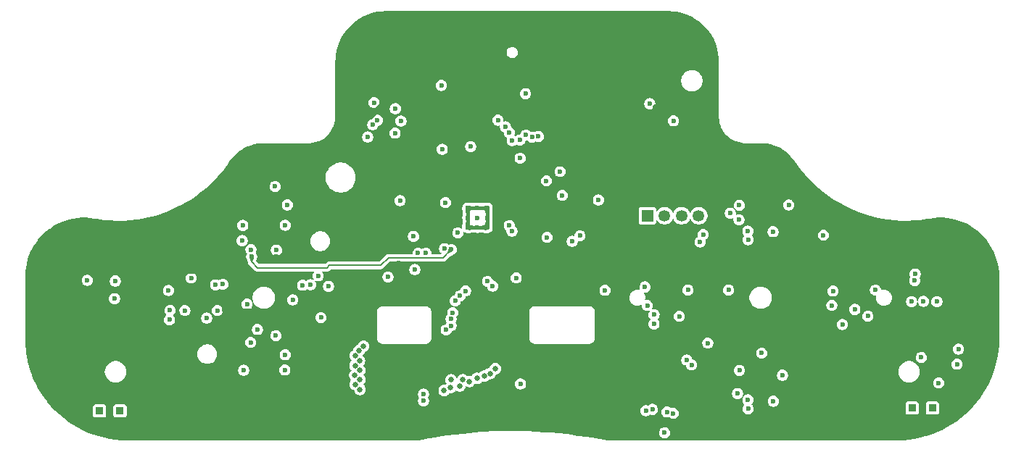
<source format=gbr>
%TF.GenerationSoftware,KiCad,Pcbnew,9.0.6-rc2*%
%TF.CreationDate,2025-11-20T00:12:21-08:00*%
%TF.ProjectId,Latte_Main_Board,4c617474-655f-44d6-9169-6e5f426f6172,rev?*%
%TF.SameCoordinates,Original*%
%TF.FileFunction,Copper,L3,Inr*%
%TF.FilePolarity,Positive*%
%FSLAX46Y46*%
G04 Gerber Fmt 4.6, Leading zero omitted, Abs format (unit mm)*
G04 Created by KiCad (PCBNEW 9.0.6-rc2) date 2025-11-20 00:12:21*
%MOMM*%
%LPD*%
G01*
G04 APERTURE LIST*
%TA.AperFunction,ComponentPad*%
%ADD10R,0.850000X0.850000*%
%TD*%
%TA.AperFunction,ComponentPad*%
%ADD11R,1.350000X1.350000*%
%TD*%
%TA.AperFunction,ComponentPad*%
%ADD12C,1.350000*%
%TD*%
%TA.AperFunction,ComponentPad*%
%ADD13C,0.600000*%
%TD*%
%TA.AperFunction,ViaPad*%
%ADD14C,0.600000*%
%TD*%
%TA.AperFunction,ViaPad*%
%ADD15C,0.650000*%
%TD*%
%TA.AperFunction,Conductor*%
%ADD16C,0.450000*%
%TD*%
%TA.AperFunction,Conductor*%
%ADD17C,0.650000*%
%TD*%
%TA.AperFunction,Conductor*%
%ADD18C,0.200000*%
%TD*%
G04 APERTURE END LIST*
D10*
%TO.N,LRA_R+*%
%TO.C,T4*%
X122885200Y-69113400D03*
%TD*%
D11*
%TO.N,SWD*%
%TO.C,J8*%
X91967800Y-46634400D03*
D12*
%TO.N,SWCLK*%
X93967801Y-46634400D03*
%TO.N,GND*%
X95967800Y-46634400D03*
%TO.N,VBUS_SYS*%
X97967800Y-46634400D03*
%TD*%
D10*
%TO.N,LRA_L-*%
%TO.C,T1*%
X30403800Y-69443600D03*
%TD*%
%TO.N,LRA_R-*%
%TO.C,T3*%
X125247400Y-69113400D03*
%TD*%
%TO.N,LRA_L+*%
%TO.C,T2*%
X28016200Y-69443600D03*
%TD*%
D13*
%TO.N,GND*%
%TO.C,U2*%
X73270000Y-45740000D03*
X71003334Y-45740000D03*
X72136667Y-45740001D03*
X73269999Y-46873333D03*
X72136667Y-46873333D03*
X71003335Y-46873333D03*
X72136667Y-48006665D03*
X73270000Y-48006666D03*
X71003334Y-48006666D03*
%TD*%
D14*
%TO.N,GND*%
X60060000Y-33410000D03*
X92260000Y-33540000D03*
X68021200Y-38862000D03*
X45690000Y-50600000D03*
X49650000Y-64660000D03*
X36068000Y-55372000D03*
X48514000Y-43205400D03*
X113640000Y-55430000D03*
X37973000Y-57708800D03*
X41560000Y-54710000D03*
X74523600Y-35458400D03*
X51720000Y-54750000D03*
X116190000Y-57580000D03*
X125770000Y-56670000D03*
X93980000Y-72001000D03*
X53860000Y-58530000D03*
X103710000Y-68160000D03*
X61696600Y-53797200D03*
X76657200Y-53898800D03*
X64820800Y-52908200D03*
X80187800Y-42545000D03*
X66116200Y-51003200D03*
X102710000Y-45400000D03*
X77114400Y-39903400D03*
X73304400Y-54305200D03*
X62550000Y-34110000D03*
X44740000Y-47760000D03*
X86258400Y-44780200D03*
X91690000Y-54960000D03*
X63102173Y-44862353D03*
X26580000Y-54190000D03*
X95020000Y-35540000D03*
X123952000Y-63195200D03*
X65201800Y-51003200D03*
X46450000Y-59920000D03*
X128295400Y-62230000D03*
X92750000Y-58200000D03*
X68300600Y-50469800D03*
X103700000Y-48420000D03*
X82042000Y-44246800D03*
X84099400Y-48971200D03*
X102720000Y-64700000D03*
X71348600Y-38557200D03*
%TO.N,LRA_R*%
X124206000Y-56642000D03*
X123230000Y-53440000D03*
%TO.N,LRA_R+*%
X125984000Y-66167000D03*
X128117600Y-63982600D03*
%TO.N,+3V3*%
X62991188Y-52168669D03*
X74777600Y-69367400D03*
X68326000Y-52781200D03*
X61493400Y-67843400D03*
X61070000Y-33770000D03*
X72436667Y-50820000D03*
X73440000Y-38250000D03*
X75328593Y-69581458D03*
X79830000Y-46070000D03*
X69650000Y-40480000D03*
X125780000Y-54200000D03*
X66141600Y-45542200D03*
X42670000Y-57680000D03*
X40870000Y-53240000D03*
X58130000Y-34950000D03*
X124180600Y-60706000D03*
X51710000Y-57440000D03*
X76480000Y-52860000D03*
X60658554Y-45838554D03*
X26740000Y-56930000D03*
X55910000Y-53190000D03*
X119481600Y-57480200D03*
X65481200Y-45542200D03*
X97128367Y-57497798D03*
X44160000Y-62960000D03*
X48670000Y-61760000D03*
X68260000Y-49650000D03*
X91592400Y-71526400D03*
X107830000Y-47550000D03*
X90120000Y-35140000D03*
X58980000Y-49520000D03*
X106680000Y-69310000D03*
X48630000Y-51390000D03*
X92970000Y-33930000D03*
X106660000Y-49430000D03*
X95700000Y-59340000D03*
X49877600Y-50063400D03*
X117670000Y-59410000D03*
X108788200Y-67160000D03*
X78720000Y-44018200D03*
%TO.N,+1V1*%
X64664656Y-49041632D03*
X69846961Y-48629016D03*
%TO.N,STICK_R_X_OUT*%
X69062600Y-58699400D03*
X94260000Y-69570000D03*
%TO.N,STICK_R_RGB_OUT*%
X83185000Y-49606200D03*
X91795600Y-69418200D03*
%TO.N,STICK_R_Y_OUT*%
X69240400Y-57962800D03*
X94990000Y-69720000D03*
%TO.N,STICK_R_RGB_IN*%
X95690000Y-58380000D03*
X92557600Y-69265800D03*
%TO.N,STICK_L_RGB_IN*%
X52650000Y-54700000D03*
%TO.N,STICK_L_Y_OUT*%
X68478400Y-59969400D03*
X65836800Y-67487800D03*
%TO.N,STICK_L_X_OUT*%
X69062600Y-59486800D03*
X65840000Y-68276123D03*
%TO.N,Net-(U2-GPIO17)*%
X75412600Y-36245800D03*
%TO.N,Net-(U2-GPIO18)*%
X75853777Y-36887495D03*
%TO.N,Net-(U2-GPIO16)*%
X62520000Y-36970000D03*
%TO.N,Net-(U2-GPIO19)*%
X76188027Y-37851022D03*
%TO.N,SWCLK*%
X75844400Y-47777400D03*
%TO.N,SWD*%
X76174600Y-48412400D03*
D15*
%TO.N,N_LATCH_3.3*%
X58400000Y-64700000D03*
X70433768Y-65816232D03*
%TO.N,N_CLOCK_3.3*%
X70085000Y-66520000D03*
X57830000Y-65260000D03*
%TO.N,WL_CLK*%
X58420000Y-65800000D03*
X69050000Y-65810000D03*
%TO.N,N_DATA_3.3*%
X57837430Y-64147518D03*
X71190000Y-66000000D03*
%TO.N,I2C1_SCL*%
X72070000Y-65650000D03*
X58350000Y-63600000D03*
%TO.N,BTN_PWR*%
X68250000Y-67050000D03*
X58420000Y-66930000D03*
D14*
X77160000Y-66290000D03*
D15*
%TO.N,WL_CS*%
X57850000Y-66340000D03*
X69010000Y-66720000D03*
%TO.N,WL_ON*%
X58840000Y-61870000D03*
X74230000Y-64520000D03*
%TO.N,I2C1_SDA*%
X57851094Y-63003220D03*
X72920903Y-65388327D03*
%TO.N,WL_D*%
X58310000Y-62410000D03*
X73600000Y-65070000D03*
D14*
%TO.N,RGB_OUT*%
X103730000Y-49450000D03*
X101650800Y-46329600D03*
%TO.N,Net-(RGB1-DOUT)*%
X106650000Y-48490000D03*
X114740000Y-59350000D03*
%TO.N,Net-(RGB3-DOUT)*%
X99034600Y-61518800D03*
X92740000Y-59280000D03*
X106680000Y-68310000D03*
%TO.N,Net-(RGB10-DIN)*%
X48660000Y-50650000D03*
X41760000Y-57700000D03*
%TO.N,Net-(RGB10-DOUT)*%
X45237400Y-56946800D03*
X42400000Y-54640000D03*
X45650000Y-61430000D03*
%TO.N,Net-(RGB11-DOUT)*%
X50570000Y-56460000D03*
X48600000Y-60650000D03*
%TO.N,RGB_DPAD_IN*%
X69088000Y-50571400D03*
X45780000Y-51430000D03*
%TO.N,USB_BOOT*%
X67919600Y-31394400D03*
X68402200Y-45085000D03*
%TO.N,GRIP_R_BTN*%
X122809000Y-56667400D03*
X123180000Y-54200000D03*
%TO.N,SPI1_RX*%
X63200001Y-35557106D03*
X77077423Y-37781065D03*
%TO.N,SPI1_CLK*%
X78510000Y-37440000D03*
X59920000Y-35980000D03*
%TO.N,IMU0_CS*%
X59310000Y-37410000D03*
%TO.N,SPI1_TX*%
X79240000Y-37360000D03*
X60460000Y-35470000D03*
%TO.N,IMU1_CS*%
X77790000Y-37200000D03*
%TO.N,Net-(RGB2-DOUT)*%
X103730000Y-69200000D03*
X117710000Y-58370000D03*
%TO.N,ADC_0*%
X102660000Y-47110000D03*
X44660000Y-49540000D03*
X73914000Y-54870000D03*
X98480000Y-48820000D03*
%TO.N,ABXY_EN*%
X105310000Y-62690000D03*
X108470000Y-45380000D03*
X112530000Y-48900000D03*
X118600000Y-55320000D03*
X101450000Y-55310000D03*
X107740000Y-65260000D03*
X96710000Y-55310000D03*
%TO.N,ADC_3*%
X102500000Y-67410000D03*
X69545200Y-56570000D03*
X49690000Y-62880000D03*
X97129600Y-64060000D03*
X36178370Y-58792100D03*
%TO.N,ADC_1*%
X54750000Y-54880000D03*
X98130000Y-49690000D03*
X70739000Y-55421262D03*
X87030000Y-55350000D03*
X91960000Y-57120000D03*
%TO.N,ADC_2*%
X113500000Y-57110000D03*
X36245800Y-57683400D03*
X96570800Y-63490000D03*
X40520000Y-58590000D03*
X70104000Y-55991336D03*
%TO.N,DPAD_EN*%
X49690000Y-47740000D03*
X38710000Y-53900000D03*
X49936400Y-45364400D03*
X53530000Y-53650000D03*
X44840000Y-64680000D03*
%TO.N,Net-(U2-GPIO14)*%
X29760000Y-56320000D03*
X29845000Y-54254400D03*
%TO.N,Net-(U2-RUN)*%
X80264000Y-49149000D03*
X77749400Y-32359600D03*
X81788000Y-41452800D03*
%TD*%
D16*
%TO.N,GND*%
X73270000Y-45740000D02*
X73270000Y-48006666D01*
X73270000Y-48006666D02*
X71003334Y-48006666D01*
X71003334Y-45740000D02*
X73270000Y-45740000D01*
X71003334Y-45740000D02*
X71003334Y-48006666D01*
D17*
%TO.N,+3V3*%
X113004600Y-60934600D02*
X118592600Y-60934600D01*
X56311800Y-68935600D02*
X61493400Y-68935600D01*
X43662600Y-57632600D02*
X43662600Y-62462600D01*
X43942000Y-54178200D02*
X43942000Y-57353200D01*
X24434800Y-53111400D02*
X23495000Y-54051200D01*
X23495000Y-54051200D02*
X23495000Y-56565800D01*
X58130000Y-38597400D02*
X58130000Y-34950000D01*
X40870000Y-53240000D02*
X40741400Y-53111400D01*
X107669000Y-57761200D02*
X106984800Y-58445400D01*
X40741400Y-53111400D02*
X24434800Y-53111400D01*
X51714400Y-66192400D02*
X51714400Y-62839600D01*
X59741200Y-34950000D02*
X60921200Y-33770000D01*
X107830000Y-47550000D02*
X107975400Y-47695400D01*
X54229000Y-66852800D02*
X56311800Y-68935600D01*
X23859200Y-56930000D02*
X26740000Y-56930000D01*
X89204800Y-40513000D02*
X80746600Y-40513000D01*
X107975400Y-47695400D02*
X107975400Y-49123600D01*
X51714400Y-62839600D02*
X50634800Y-61760000D01*
X118592600Y-60934600D02*
X118592600Y-60332600D01*
X43662600Y-65074800D02*
X45440600Y-66852800D01*
X51054000Y-66852800D02*
X54229000Y-66852800D01*
X58130000Y-34950000D02*
X59741200Y-34950000D01*
X42717400Y-57632600D02*
X42670000Y-57680000D01*
X60658554Y-41125954D02*
X58130000Y-38597400D01*
X78720000Y-42539600D02*
X78720000Y-44018200D01*
X110157400Y-67160000D02*
X108788200Y-67160000D01*
X58980000Y-51484600D02*
X60658554Y-49806046D01*
X113004600Y-60934600D02*
X113004600Y-64312800D01*
X43662600Y-62462600D02*
X43662600Y-65074800D01*
X76200000Y-46151800D02*
X75996800Y-45948600D01*
X60658554Y-46456600D02*
X60658554Y-41125954D01*
X58980000Y-51484600D02*
X58980000Y-49520000D01*
X118592600Y-60934600D02*
X119481600Y-60045600D01*
X23495000Y-56565800D02*
X23859200Y-56930000D01*
X43942000Y-57353200D02*
X43662600Y-57632600D01*
X61493400Y-68935600D02*
X61493400Y-67843400D01*
X98075969Y-58445400D02*
X97128367Y-57497798D01*
X90474800Y-71094600D02*
X90474800Y-65913000D01*
X43003800Y-53240000D02*
X43942000Y-54178200D01*
X89260200Y-69880000D02*
X75290200Y-69880000D01*
X113004600Y-64312800D02*
X110157400Y-67160000D01*
X90120000Y-35140000D02*
X90120000Y-39597800D01*
X119481600Y-60045600D02*
X119481600Y-57480200D01*
X73939400Y-38749400D02*
X73939400Y-42570400D01*
X92114000Y-35140000D02*
X92970000Y-34284000D01*
X90906600Y-71526400D02*
X89260200Y-69880000D01*
X110515400Y-58445400D02*
X113004600Y-60934600D01*
X97942400Y-58445400D02*
X97047800Y-59340000D01*
X126309800Y-53670200D02*
X125780000Y-54200000D01*
X62437800Y-69880000D02*
X61925200Y-69367400D01*
X91592400Y-71526400D02*
X90906600Y-71526400D01*
X61925200Y-69367400D02*
X61493400Y-68935600D01*
X106984800Y-58445400D02*
X110515400Y-58445400D01*
X90474800Y-65913000D02*
X97047800Y-59340000D01*
X106660000Y-49430000D02*
X107669000Y-49430000D01*
X90120000Y-39597800D02*
X89204800Y-40513000D01*
X123520200Y-60045600D02*
X124180600Y-60706000D01*
X98075969Y-58445400D02*
X97942400Y-58445400D01*
X74777600Y-69367400D02*
X75290200Y-69880000D01*
X90906600Y-71526400D02*
X90474800Y-71094600D01*
X79830000Y-46070000D02*
X79748200Y-46151800D01*
X69650000Y-40480000D02*
X69926200Y-40756200D01*
X50634800Y-61760000D02*
X48670000Y-61760000D01*
X110157400Y-67160000D02*
X108007400Y-69310000D01*
X106984800Y-58445400D02*
X98075969Y-58445400D01*
X78720000Y-44018200D02*
X78720000Y-44960000D01*
X76123800Y-44323000D02*
X76098400Y-44297600D01*
X60658554Y-46456600D02*
X60658554Y-45838554D01*
X128168400Y-53670200D02*
X126309800Y-53670200D01*
X60658554Y-49806046D02*
X60658554Y-46456600D01*
X43942000Y-54178200D02*
X48387000Y-54178200D01*
X69926200Y-40756200D02*
X69926200Y-42824400D01*
X90120000Y-35140000D02*
X92114000Y-35140000D01*
X78415200Y-44323000D02*
X76123800Y-44323000D01*
X73440000Y-38250000D02*
X73939400Y-38749400D01*
X119481600Y-60045600D02*
X123520200Y-60045600D01*
X107669000Y-49430000D02*
X107669000Y-57761200D01*
X123520200Y-60045600D02*
X126923800Y-60045600D01*
X43662600Y-62462600D02*
X44160000Y-62960000D01*
X80746600Y-40513000D02*
X78720000Y-42539600D01*
X128879600Y-54381400D02*
X128168400Y-53670200D01*
X75290200Y-69880000D02*
X62437800Y-69880000D01*
X126923800Y-60045600D02*
X128879600Y-58089800D01*
X92970000Y-34284000D02*
X92970000Y-33930000D01*
X40870000Y-53240000D02*
X43003800Y-53240000D01*
X43873862Y-57843862D02*
X51306138Y-57843862D01*
X43662600Y-57632600D02*
X42717400Y-57632600D01*
X107669000Y-49430000D02*
X107975400Y-49123600D01*
X45440600Y-66852800D02*
X51054000Y-66852800D01*
X108007400Y-69310000D02*
X106680000Y-69310000D01*
X128879600Y-58089800D02*
X128879600Y-54381400D01*
X78720000Y-44018200D02*
X78415200Y-44323000D01*
X51306138Y-57843862D02*
X51710000Y-57440000D01*
X79748200Y-46151800D02*
X76200000Y-46151800D01*
X97047800Y-59340000D02*
X95700000Y-59340000D01*
X51054000Y-66852800D02*
X51714400Y-66192400D01*
X118592600Y-60332600D02*
X117670000Y-59410000D01*
X78720000Y-44960000D02*
X79830000Y-46070000D01*
X60921200Y-33770000D02*
X61070000Y-33770000D01*
X43662600Y-57632600D02*
X43873862Y-57843862D01*
D18*
%TO.N,RGB_DPAD_IN*%
X68115255Y-51544145D02*
X61739855Y-51544145D01*
X69088000Y-50571400D02*
X68115255Y-51544145D01*
X61739855Y-51544145D02*
X60858400Y-52425600D01*
X60858400Y-52425600D02*
X54864000Y-52425600D01*
X54864000Y-52425600D02*
X54584600Y-52705000D01*
X45780000Y-52003000D02*
X45780000Y-51430000D01*
X54584600Y-52705000D02*
X46482000Y-52705000D01*
X46482000Y-52705000D02*
X45780000Y-52003000D01*
%TD*%
%TA.AperFunction,Conductor*%
%TO.N,+3V3*%
G36*
X94473967Y-22722540D02*
G01*
X94929657Y-22741015D01*
X94933470Y-22741321D01*
X95385337Y-22795348D01*
X95389101Y-22795948D01*
X95835371Y-22885238D01*
X95839102Y-22886138D01*
X96276966Y-23010130D01*
X96280602Y-23011315D01*
X96707420Y-23169258D01*
X96710954Y-23170726D01*
X97124060Y-23361639D01*
X97127472Y-23363381D01*
X97524356Y-23586099D01*
X97527627Y-23588108D01*
X97905804Y-23841237D01*
X97908912Y-23843499D01*
X98265846Y-24125312D01*
X98266081Y-24125497D01*
X98269003Y-24127996D01*
X98602973Y-24437134D01*
X98605689Y-24439854D01*
X98913320Y-24773055D01*
X98914387Y-24774210D01*
X98916880Y-24777132D01*
X99197701Y-25133752D01*
X99198430Y-25134677D01*
X99200683Y-25137782D01*
X99432476Y-25485049D01*
X99453328Y-25516289D01*
X99455335Y-25519567D01*
X99677532Y-25916717D01*
X99679276Y-25920143D01*
X99869654Y-26333491D01*
X99871124Y-26337044D01*
X100028509Y-26764035D01*
X100029696Y-26767691D01*
X100153123Y-27205710D01*
X100154020Y-27209448D01*
X100242729Y-27655799D01*
X100243330Y-27659596D01*
X100296775Y-28111533D01*
X100297076Y-28115366D01*
X100314929Y-28570126D01*
X100314967Y-28572048D01*
X100314967Y-35025895D01*
X100315002Y-35026255D01*
X100315002Y-35156501D01*
X100348447Y-35474724D01*
X100349519Y-35484918D01*
X100349520Y-35484922D01*
X100359967Y-35534072D01*
X100418174Y-35807916D01*
X100468783Y-35963676D01*
X100520218Y-36121980D01*
X100591745Y-36282632D01*
X100641626Y-36394669D01*
X100654527Y-36423644D01*
X100654533Y-36423656D01*
X100819626Y-36709610D01*
X100819638Y-36709629D01*
X100941369Y-36877179D01*
X100995412Y-36951564D01*
X101013730Y-36976776D01*
X101013740Y-36976789D01*
X101234676Y-37222166D01*
X101234684Y-37222173D01*
X101234691Y-37222181D01*
X101480090Y-37443143D01*
X101747242Y-37637243D01*
X101887331Y-37718125D01*
X102033210Y-37802350D01*
X102033223Y-37802357D01*
X102079536Y-37822977D01*
X102334889Y-37936670D01*
X102648945Y-38038716D01*
X102971948Y-38107375D01*
X103300359Y-38141896D01*
X103425785Y-38141896D01*
X103425789Y-38141897D01*
X103435534Y-38141897D01*
X103465468Y-38141897D01*
X103499819Y-38141897D01*
X105179846Y-38141897D01*
X105181917Y-38141941D01*
X105372496Y-38150004D01*
X105573588Y-38158513D01*
X105577543Y-38158842D01*
X105965590Y-38207115D01*
X105969501Y-38207763D01*
X106352340Y-38287460D01*
X106356195Y-38288428D01*
X106590567Y-38357531D01*
X106731265Y-38399015D01*
X106735044Y-38400299D01*
X107099853Y-38541038D01*
X107103515Y-38542625D01*
X107455664Y-38712590D01*
X107459185Y-38714470D01*
X107796331Y-38912531D01*
X107799687Y-38914691D01*
X108119606Y-39139540D01*
X108122758Y-39141954D01*
X108423316Y-39392096D01*
X108426277Y-39394772D01*
X108705466Y-39668532D01*
X108708200Y-39671440D01*
X108964189Y-39967022D01*
X108966677Y-39970143D01*
X109198153Y-40286115D01*
X109199258Y-40287690D01*
X109409496Y-40600679D01*
X109860407Y-41206584D01*
X110340017Y-41790036D01*
X110340029Y-41790050D01*
X110847205Y-42349673D01*
X111380813Y-42884215D01*
X111380835Y-42884235D01*
X111939549Y-43392369D01*
X111942913Y-43395144D01*
X112522166Y-43873003D01*
X112522173Y-43873008D01*
X112522174Y-43873009D01*
X113127263Y-44324960D01*
X113127269Y-44324964D01*
X113127281Y-44324973D01*
X113753491Y-44747232D01*
X114399337Y-45138798D01*
X115063318Y-45498758D01*
X115063327Y-45498762D01*
X115063336Y-45498767D01*
X115743855Y-45826261D01*
X115743870Y-45826267D01*
X115743886Y-45826275D01*
X116439459Y-46120586D01*
X117117367Y-46369602D01*
X117148418Y-46381008D01*
X117148429Y-46381012D01*
X117478549Y-46484498D01*
X117869111Y-46606932D01*
X117869115Y-46606933D01*
X117869121Y-46606935D01*
X117986990Y-46637727D01*
X118599863Y-46797835D01*
X119041711Y-46890756D01*
X119338935Y-46953263D01*
X119338951Y-46953265D01*
X119338971Y-46953270D01*
X120084716Y-47072877D01*
X120835362Y-47156377D01*
X121589161Y-47203576D01*
X122344360Y-47214364D01*
X123099199Y-47188715D01*
X123851924Y-47126690D01*
X124600781Y-47028433D01*
X124968951Y-46961911D01*
X124971516Y-46961448D01*
X124973245Y-46961168D01*
X125464810Y-46890759D01*
X125468312Y-46890387D01*
X125962762Y-46856032D01*
X125966315Y-46855915D01*
X126461969Y-46857662D01*
X126465499Y-46857804D01*
X126959689Y-46895644D01*
X126963225Y-46896045D01*
X127453352Y-46969780D01*
X127456851Y-46970438D01*
X127940276Y-47079665D01*
X127943723Y-47080577D01*
X128055309Y-47114498D01*
X128417937Y-47224733D01*
X128421313Y-47225896D01*
X128444209Y-47234724D01*
X128883752Y-47404200D01*
X128887003Y-47405591D01*
X129335265Y-47617119D01*
X129338401Y-47618741D01*
X129770051Y-47862347D01*
X129773072Y-47864200D01*
X129927923Y-47967142D01*
X130185824Y-48138590D01*
X130188724Y-48140674D01*
X130580390Y-48444392D01*
X130583130Y-48446682D01*
X130902948Y-48734331D01*
X130951617Y-48778104D01*
X130954178Y-48780581D01*
X131105506Y-48938082D01*
X131297579Y-49137991D01*
X131299957Y-49140655D01*
X131616388Y-49522093D01*
X131618567Y-49524923D01*
X131906387Y-49928410D01*
X131908353Y-49931390D01*
X132166018Y-50354761D01*
X132167763Y-50357878D01*
X132393917Y-50798905D01*
X132395429Y-50802140D01*
X132588852Y-51258446D01*
X132590125Y-51261782D01*
X132749804Y-51730971D01*
X132750831Y-51734392D01*
X132875915Y-52213973D01*
X132876690Y-52217459D01*
X132966515Y-52704881D01*
X132967033Y-52708414D01*
X133021117Y-53201064D01*
X133021377Y-53204625D01*
X133039467Y-53700713D01*
X133039500Y-53702499D01*
X133039500Y-61039305D01*
X133039481Y-61040679D01*
X133020896Y-61703033D01*
X133020742Y-61705777D01*
X132965108Y-62365357D01*
X132964800Y-62368089D01*
X132872268Y-63023518D01*
X132871807Y-63026227D01*
X132742678Y-63675402D01*
X132742067Y-63678082D01*
X132576731Y-64319035D01*
X132575970Y-64321676D01*
X132374960Y-64952338D01*
X132374052Y-64954932D01*
X132138001Y-65573322D01*
X132136949Y-65575862D01*
X131866593Y-66180046D01*
X131865401Y-66182522D01*
X131561588Y-66770609D01*
X131560258Y-66773015D01*
X131223957Y-67343129D01*
X131222495Y-67345456D01*
X130854750Y-67895826D01*
X130853159Y-67898068D01*
X130455137Y-68426945D01*
X130453424Y-68429093D01*
X130026373Y-68934824D01*
X130024541Y-68936874D01*
X129569805Y-69417864D01*
X129567862Y-69419807D01*
X129086872Y-69874542D01*
X129084822Y-69876374D01*
X128579103Y-70303416D01*
X128576955Y-70305130D01*
X128048054Y-70703169D01*
X128045812Y-70704759D01*
X127495454Y-71072496D01*
X127493127Y-71073958D01*
X126923013Y-71410259D01*
X126920607Y-71411589D01*
X126332520Y-71715402D01*
X126330044Y-71716594D01*
X125725860Y-71986950D01*
X125723320Y-71988002D01*
X125104930Y-72224053D01*
X125102336Y-72224961D01*
X124471674Y-72425971D01*
X124469033Y-72426732D01*
X123828081Y-72592067D01*
X123825401Y-72592678D01*
X123176225Y-72721808D01*
X123173516Y-72722269D01*
X122518087Y-72814800D01*
X122515355Y-72815108D01*
X121855775Y-72870743D01*
X121853031Y-72870897D01*
X121232042Y-72888320D01*
X121190640Y-72889482D01*
X121189269Y-72889501D01*
X88087256Y-72889501D01*
X88086703Y-72889498D01*
X87866557Y-72887014D01*
X87864457Y-72886945D01*
X87241706Y-72853178D01*
X87239610Y-72853019D01*
X87023630Y-72831988D01*
X87021543Y-72831740D01*
X86402467Y-72744524D01*
X86401143Y-72744319D01*
X85513692Y-72594431D01*
X85508269Y-72593515D01*
X85507494Y-72593042D01*
X85478867Y-72588549D01*
X85478531Y-72588493D01*
X85478530Y-72588492D01*
X85447787Y-72583301D01*
X85443807Y-72583048D01*
X84885249Y-72495402D01*
X84885249Y-72495401D01*
X84879842Y-72494552D01*
X84879087Y-72494104D01*
X84850367Y-72489929D01*
X84850135Y-72489893D01*
X84850106Y-72489889D01*
X84819150Y-72485032D01*
X84815298Y-72484832D01*
X83320929Y-72267639D01*
X83314100Y-72266646D01*
X83312003Y-72265484D01*
X83284557Y-72262352D01*
X83283823Y-72262246D01*
X83283822Y-72262245D01*
X83257219Y-72258380D01*
X83256128Y-72258437D01*
X83248040Y-72258187D01*
X81707006Y-72082405D01*
X81707005Y-72082405D01*
X81701485Y-72081775D01*
X81700639Y-72081319D01*
X81671767Y-72078385D01*
X81671423Y-72078345D01*
X81640722Y-72074844D01*
X81636520Y-72074805D01*
X80774481Y-71987232D01*
X80773700Y-71986823D01*
X80744808Y-71984216D01*
X80744455Y-71984181D01*
X80744454Y-71984180D01*
X80735516Y-71983273D01*
X80713360Y-71981023D01*
X80709492Y-71981032D01*
X80557612Y-71967337D01*
X80557611Y-71967337D01*
X80550858Y-71966728D01*
X80548805Y-71965728D01*
X80521117Y-71964045D01*
X80520370Y-71963978D01*
X80520369Y-71963977D01*
X80493496Y-71961555D01*
X80492722Y-71961638D01*
X80484560Y-71961824D01*
X80074755Y-71936927D01*
X93329500Y-71936927D01*
X93329500Y-72065072D01*
X93354497Y-72190737D01*
X93354498Y-72190742D01*
X93384936Y-72264224D01*
X93403535Y-72309127D01*
X93474724Y-72415669D01*
X93565331Y-72506276D01*
X93671873Y-72577465D01*
X93790256Y-72626501D01*
X93915931Y-72651500D01*
X94044069Y-72651500D01*
X94169744Y-72626501D01*
X94288127Y-72577465D01*
X94394669Y-72506276D01*
X94485276Y-72415669D01*
X94556465Y-72309127D01*
X94605501Y-72190744D01*
X94630500Y-72065069D01*
X94630500Y-71936931D01*
X94605501Y-71811256D01*
X94556465Y-71692873D01*
X94485276Y-71586331D01*
X94394669Y-71495724D01*
X94288127Y-71424535D01*
X94256876Y-71411590D01*
X94169742Y-71375498D01*
X94169737Y-71375497D01*
X94044072Y-71350500D01*
X94044069Y-71350500D01*
X93915931Y-71350500D01*
X93915927Y-71350500D01*
X93790262Y-71375497D01*
X93790257Y-71375498D01*
X93671874Y-71424534D01*
X93565331Y-71495723D01*
X93474723Y-71586331D01*
X93403534Y-71692874D01*
X93354498Y-71811257D01*
X93354497Y-71811262D01*
X93329500Y-71936927D01*
X80074755Y-71936927D01*
X78980180Y-71870428D01*
X78980179Y-71870428D01*
X78974681Y-71870093D01*
X78973859Y-71869705D01*
X78944880Y-71868283D01*
X78944547Y-71868263D01*
X78944546Y-71868262D01*
X78913454Y-71866375D01*
X78909475Y-71866547D01*
X78017407Y-71822801D01*
X78017407Y-71822800D01*
X78011722Y-71822521D01*
X78010695Y-71822054D01*
X77981969Y-71821063D01*
X77981549Y-71821043D01*
X77951228Y-71819556D01*
X77946307Y-71819834D01*
X77536255Y-71805699D01*
X77536254Y-71805699D01*
X77529193Y-71805455D01*
X77526849Y-71804479D01*
X77499365Y-71804427D01*
X77498553Y-71804399D01*
X77498552Y-71804398D01*
X77471896Y-71803480D01*
X77470443Y-71803718D01*
X77462462Y-71804357D01*
X75833218Y-71801305D01*
X75827769Y-71801294D01*
X75826984Y-71800978D01*
X75797909Y-71801238D01*
X75797606Y-71801238D01*
X75797605Y-71801237D01*
X75766205Y-71801180D01*
X75762511Y-71801556D01*
X74816603Y-71810050D01*
X74816604Y-71810051D01*
X74810882Y-71810102D01*
X74809787Y-71809680D01*
X74780986Y-71810371D01*
X74780583Y-71810375D01*
X74750436Y-71810646D01*
X74745395Y-71811226D01*
X74286888Y-71822241D01*
X74286889Y-71822242D01*
X74279795Y-71822412D01*
X74277368Y-71821566D01*
X74249966Y-71823129D01*
X74249175Y-71823149D01*
X74222514Y-71823790D01*
X74220978Y-71824134D01*
X74213072Y-71825236D01*
X72689637Y-71912217D01*
X72684151Y-71912530D01*
X72683302Y-71912245D01*
X72654436Y-71914226D01*
X72654009Y-71914251D01*
X72653999Y-71914252D01*
X72622874Y-71916029D01*
X72618986Y-71916660D01*
X71755586Y-71975936D01*
X71749900Y-71976326D01*
X71748810Y-71975978D01*
X71720135Y-71978369D01*
X71719716Y-71978398D01*
X71719679Y-71978401D01*
X71689492Y-71980475D01*
X71684609Y-71981333D01*
X71323560Y-72011451D01*
X71323561Y-72011452D01*
X71316412Y-72012048D01*
X71313877Y-72011332D01*
X71286676Y-72014530D01*
X71285827Y-72014601D01*
X71285826Y-72014600D01*
X71285826Y-72014601D01*
X71259375Y-72016807D01*
X71257710Y-72017286D01*
X71249918Y-72018852D01*
X68603551Y-72330040D01*
X68603549Y-72330040D01*
X68596219Y-72330901D01*
X68593478Y-72330233D01*
X68566601Y-72334383D01*
X68565707Y-72334489D01*
X68565705Y-72334488D01*
X68539560Y-72337564D01*
X68537423Y-72338257D01*
X68529806Y-72340067D01*
X66626485Y-72634069D01*
X66626484Y-72634068D01*
X66620750Y-72634953D01*
X66619520Y-72634675D01*
X66591241Y-72639513D01*
X66590810Y-72639580D01*
X66561318Y-72644136D01*
X66556039Y-72645538D01*
X65976745Y-72744673D01*
X65976301Y-72744747D01*
X65758842Y-72779909D01*
X65756761Y-72780200D01*
X65137328Y-72853261D01*
X65135236Y-72853462D01*
X64918897Y-72869611D01*
X64916798Y-72869723D01*
X64292281Y-72889477D01*
X64290732Y-72889501D01*
X31190698Y-72889501D01*
X31189324Y-72889482D01*
X30526969Y-72870898D01*
X30524225Y-72870744D01*
X29864645Y-72815109D01*
X29861913Y-72814801D01*
X29206484Y-72722270D01*
X29203775Y-72721809D01*
X28554599Y-72592679D01*
X28551919Y-72592068D01*
X27910966Y-72426733D01*
X27908325Y-72425972D01*
X27277663Y-72224962D01*
X27275069Y-72224054D01*
X26718109Y-72011452D01*
X26656675Y-71988001D01*
X26654139Y-71986951D01*
X26647946Y-71984180D01*
X26542347Y-71936927D01*
X26049955Y-71716595D01*
X26047479Y-71715403D01*
X25459391Y-71411590D01*
X25456985Y-71410260D01*
X24886871Y-71073959D01*
X24884544Y-71072497D01*
X24405182Y-70752198D01*
X24334167Y-70704747D01*
X24331932Y-70703161D01*
X23803043Y-70305130D01*
X23800916Y-70303434D01*
X23295168Y-69876368D01*
X23293126Y-69874543D01*
X23293125Y-69874542D01*
X22812127Y-69419798D01*
X22810202Y-69417873D01*
X22401276Y-68985338D01*
X27240700Y-68985338D01*
X27240700Y-69901861D01*
X27250627Y-69969994D01*
X27250628Y-69969996D01*
X27262688Y-69994665D01*
X27302002Y-70075083D01*
X27384717Y-70157798D01*
X27489807Y-70209173D01*
X27538084Y-70216206D01*
X27557938Y-70219100D01*
X27557940Y-70219100D01*
X28474462Y-70219100D01*
X28491790Y-70216574D01*
X28542593Y-70209173D01*
X28647683Y-70157798D01*
X28730398Y-70075083D01*
X28781773Y-69969993D01*
X28791700Y-69901860D01*
X28791700Y-68985340D01*
X28791700Y-68985338D01*
X29628300Y-68985338D01*
X29628300Y-69901861D01*
X29638227Y-69969994D01*
X29638228Y-69969996D01*
X29650288Y-69994665D01*
X29689602Y-70075083D01*
X29772317Y-70157798D01*
X29877407Y-70209173D01*
X29925684Y-70216206D01*
X29945538Y-70219100D01*
X29945540Y-70219100D01*
X30862062Y-70219100D01*
X30879390Y-70216574D01*
X30930193Y-70209173D01*
X31035283Y-70157798D01*
X31117998Y-70075083D01*
X31169373Y-69969993D01*
X31179300Y-69901860D01*
X31179300Y-69354127D01*
X91145100Y-69354127D01*
X91145100Y-69482272D01*
X91170097Y-69607937D01*
X91170098Y-69607942D01*
X91200140Y-69680468D01*
X91219135Y-69726327D01*
X91249035Y-69771076D01*
X91286800Y-69827596D01*
X91290324Y-69832869D01*
X91380931Y-69923476D01*
X91487473Y-69994665D01*
X91605856Y-70043701D01*
X91731531Y-70068700D01*
X91859669Y-70068700D01*
X91985344Y-70043701D01*
X92103727Y-69994665D01*
X92210269Y-69923476D01*
X92256026Y-69877717D01*
X92290671Y-69863367D01*
X92309422Y-69867096D01*
X92367856Y-69891301D01*
X92493531Y-69916300D01*
X92621669Y-69916300D01*
X92747344Y-69891301D01*
X92865727Y-69842265D01*
X92972269Y-69771076D01*
X93062876Y-69680469D01*
X93134065Y-69573927D01*
X93162232Y-69505927D01*
X93609500Y-69505927D01*
X93609500Y-69634072D01*
X93634497Y-69759737D01*
X93634498Y-69759742D01*
X93673777Y-69854568D01*
X93683535Y-69878127D01*
X93754724Y-69984669D01*
X93845331Y-70075276D01*
X93951873Y-70146465D01*
X94070256Y-70195501D01*
X94195931Y-70220500D01*
X94324069Y-70220500D01*
X94449744Y-70195501D01*
X94487246Y-70179967D01*
X94524747Y-70179967D01*
X94540644Y-70190589D01*
X94575331Y-70225276D01*
X94681873Y-70296465D01*
X94800256Y-70345501D01*
X94925931Y-70370500D01*
X95054069Y-70370500D01*
X95179744Y-70345501D01*
X95298127Y-70296465D01*
X95404669Y-70225276D01*
X95495276Y-70134669D01*
X95566465Y-70028127D01*
X95615501Y-69909744D01*
X95640500Y-69784069D01*
X95640500Y-69655931D01*
X95615501Y-69530256D01*
X95566465Y-69411873D01*
X95495276Y-69305331D01*
X95404669Y-69214724D01*
X95298127Y-69143535D01*
X95279770Y-69135931D01*
X95179742Y-69094498D01*
X95179737Y-69094497D01*
X95054072Y-69069500D01*
X95054069Y-69069500D01*
X94925931Y-69069500D01*
X94925927Y-69069500D01*
X94800263Y-69094497D01*
X94800259Y-69094498D01*
X94800257Y-69094498D01*
X94800256Y-69094499D01*
X94762752Y-69110032D01*
X94725250Y-69110032D01*
X94709355Y-69099410D01*
X94674668Y-69064723D01*
X94603589Y-69017230D01*
X94568127Y-68993535D01*
X94488372Y-68960499D01*
X94449742Y-68944498D01*
X94449737Y-68944497D01*
X94324072Y-68919500D01*
X94324069Y-68919500D01*
X94195931Y-68919500D01*
X94195927Y-68919500D01*
X94070262Y-68944497D01*
X94070257Y-68944498D01*
X93951874Y-68993534D01*
X93845331Y-69064723D01*
X93754723Y-69155331D01*
X93683534Y-69261874D01*
X93634498Y-69380257D01*
X93634497Y-69380262D01*
X93609500Y-69505927D01*
X93162232Y-69505927D01*
X93183101Y-69455544D01*
X93208100Y-69329869D01*
X93208100Y-69201731D01*
X93183101Y-69076056D01*
X93134065Y-68957673D01*
X93062876Y-68851131D01*
X92972269Y-68760524D01*
X92865727Y-68689335D01*
X92838428Y-68678027D01*
X92747342Y-68640298D01*
X92747337Y-68640297D01*
X92621672Y-68615300D01*
X92621669Y-68615300D01*
X92493531Y-68615300D01*
X92493527Y-68615300D01*
X92367862Y-68640297D01*
X92367857Y-68640298D01*
X92249474Y-68689334D01*
X92142930Y-68760524D01*
X92097174Y-68806280D01*
X92062525Y-68820631D01*
X92043775Y-68816901D01*
X91985346Y-68792699D01*
X91985337Y-68792697D01*
X91859672Y-68767700D01*
X91859669Y-68767700D01*
X91731531Y-68767700D01*
X91731527Y-68767700D01*
X91605862Y-68792697D01*
X91605857Y-68792698D01*
X91487474Y-68841734D01*
X91380931Y-68912923D01*
X91290323Y-69003531D01*
X91219134Y-69110074D01*
X91170098Y-69228457D01*
X91170097Y-69228462D01*
X91145100Y-69354127D01*
X31179300Y-69354127D01*
X31179300Y-68985340D01*
X31169373Y-68917207D01*
X31117998Y-68812117D01*
X31035283Y-68729402D01*
X30964348Y-68694724D01*
X30930196Y-68678028D01*
X30930194Y-68678027D01*
X30862062Y-68668100D01*
X30862060Y-68668100D01*
X29945540Y-68668100D01*
X29945538Y-68668100D01*
X29877405Y-68678027D01*
X29877403Y-68678028D01*
X29772319Y-68729401D01*
X29772315Y-68729403D01*
X29689603Y-68812115D01*
X29689601Y-68812119D01*
X29638228Y-68917203D01*
X29638227Y-68917205D01*
X29628300Y-68985338D01*
X28791700Y-68985338D01*
X28781773Y-68917207D01*
X28730398Y-68812117D01*
X28647683Y-68729402D01*
X28576748Y-68694724D01*
X28542596Y-68678028D01*
X28542594Y-68678027D01*
X28474462Y-68668100D01*
X28474460Y-68668100D01*
X27557940Y-68668100D01*
X27557938Y-68668100D01*
X27489805Y-68678027D01*
X27489803Y-68678028D01*
X27384719Y-68729401D01*
X27384715Y-68729403D01*
X27302003Y-68812115D01*
X27302001Y-68812119D01*
X27250628Y-68917203D01*
X27250627Y-68917205D01*
X27240700Y-68985338D01*
X22401276Y-68985338D01*
X22355448Y-68936864D01*
X22353634Y-68934834D01*
X21926574Y-68429093D01*
X21924869Y-68426956D01*
X21866761Y-68349744D01*
X21526820Y-67898042D01*
X21525249Y-67895826D01*
X21157496Y-67345446D01*
X21156041Y-67343129D01*
X21141583Y-67318620D01*
X20819736Y-66773009D01*
X20818409Y-66770609D01*
X20818407Y-66770606D01*
X20623926Y-66394149D01*
X20514597Y-66182521D01*
X20513405Y-66180045D01*
X20404329Y-65936285D01*
X20243040Y-65575840D01*
X20242006Y-65573343D01*
X20005945Y-64954929D01*
X20005038Y-64952337D01*
X19985087Y-64889742D01*
X19946394Y-64768344D01*
X28626137Y-64768344D01*
X28626137Y-64773694D01*
X28626137Y-64965178D01*
X28629771Y-64988125D01*
X28656927Y-65159584D01*
X28656928Y-65159587D01*
X28717753Y-65346787D01*
X28807109Y-65522160D01*
X28807112Y-65522164D01*
X28807113Y-65522166D01*
X28922809Y-65681407D01*
X28922811Y-65681409D01*
X28922814Y-65681413D01*
X29061984Y-65820583D01*
X29061987Y-65820585D01*
X29061991Y-65820589D01*
X29221232Y-65936285D01*
X29221234Y-65936286D01*
X29221237Y-65936288D01*
X29381264Y-66017825D01*
X29396612Y-66025645D01*
X29583811Y-66086470D01*
X29778220Y-66117261D01*
X29778221Y-66117261D01*
X29975053Y-66117261D01*
X29975054Y-66117261D01*
X30169463Y-66086470D01*
X30356662Y-66025645D01*
X30532042Y-65936285D01*
X30691283Y-65820589D01*
X30830465Y-65681407D01*
X30946161Y-65522166D01*
X31035521Y-65346786D01*
X31096346Y-65159587D01*
X31127137Y-64965178D01*
X31127137Y-64768344D01*
X31102997Y-64615927D01*
X44189500Y-64615927D01*
X44189500Y-64744072D01*
X44214497Y-64869737D01*
X44214498Y-64869742D01*
X44250940Y-64957719D01*
X44263535Y-64988127D01*
X44334724Y-65094669D01*
X44425331Y-65185276D01*
X44531873Y-65256465D01*
X44650256Y-65305501D01*
X44775931Y-65330500D01*
X44904069Y-65330500D01*
X45029744Y-65305501D01*
X45148127Y-65256465D01*
X45254669Y-65185276D01*
X45345276Y-65094669D01*
X45416465Y-64988127D01*
X45465501Y-64869744D01*
X45490500Y-64744069D01*
X45490500Y-64615931D01*
X45486521Y-64595927D01*
X48999500Y-64595927D01*
X48999500Y-64724072D01*
X49024497Y-64849737D01*
X49024498Y-64849742D01*
X49069226Y-64957723D01*
X49073535Y-64968127D01*
X49086897Y-64988125D01*
X49136907Y-65062971D01*
X49144724Y-65074669D01*
X49235331Y-65165276D01*
X49341873Y-65236465D01*
X49460256Y-65285501D01*
X49585931Y-65310500D01*
X49714069Y-65310500D01*
X49839744Y-65285501D01*
X49958127Y-65236465D01*
X50022481Y-65193465D01*
X57154500Y-65193465D01*
X57154500Y-65326534D01*
X57180457Y-65457028D01*
X57180459Y-65457035D01*
X57231378Y-65579965D01*
X57231380Y-65579969D01*
X57257591Y-65619196D01*
X57305304Y-65690605D01*
X57390050Y-65775351D01*
X57404402Y-65809999D01*
X57390051Y-65844647D01*
X57325303Y-65909396D01*
X57251378Y-66020034D01*
X57200459Y-66142964D01*
X57200457Y-66142971D01*
X57174500Y-66273465D01*
X57174500Y-66406534D01*
X57200457Y-66537028D01*
X57200459Y-66537035D01*
X57230695Y-66610031D01*
X57251380Y-66659969D01*
X57325305Y-66770606D01*
X57419394Y-66864695D01*
X57530031Y-66938620D01*
X57652964Y-66989540D01*
X57714714Y-67001823D01*
X57745894Y-67022657D01*
X57753210Y-67040320D01*
X57770457Y-67127028D01*
X57770459Y-67127035D01*
X57820165Y-67247036D01*
X57821380Y-67249969D01*
X57867250Y-67318619D01*
X57885499Y-67345931D01*
X57895305Y-67360606D01*
X57989394Y-67454695D01*
X58100031Y-67528620D01*
X58156160Y-67551869D01*
X58222964Y-67579540D01*
X58222971Y-67579542D01*
X58320624Y-67598966D01*
X58353469Y-67605500D01*
X58486531Y-67605500D01*
X58551346Y-67592606D01*
X58617028Y-67579542D01*
X58617032Y-67579540D01*
X58617036Y-67579540D01*
X58739969Y-67528620D01*
X58850606Y-67454695D01*
X58881574Y-67423727D01*
X65186300Y-67423727D01*
X65186300Y-67551872D01*
X65211297Y-67677537D01*
X65211298Y-67677542D01*
X65260335Y-67795927D01*
X65260335Y-67795928D01*
X65301231Y-67857134D01*
X65308547Y-67893916D01*
X65301231Y-67911578D01*
X65263535Y-67967994D01*
X65263535Y-67967995D01*
X65214498Y-68086380D01*
X65214497Y-68086385D01*
X65189500Y-68212050D01*
X65189500Y-68340195D01*
X65214497Y-68465860D01*
X65214498Y-68465865D01*
X65228531Y-68499742D01*
X65263535Y-68584250D01*
X65265376Y-68587005D01*
X65334194Y-68690000D01*
X65334724Y-68690792D01*
X65425331Y-68781399D01*
X65531873Y-68852588D01*
X65650256Y-68901624D01*
X65775931Y-68926623D01*
X65904069Y-68926623D01*
X66029744Y-68901624D01*
X66148127Y-68852588D01*
X66254669Y-68781399D01*
X66345276Y-68690792D01*
X66416465Y-68584250D01*
X66465501Y-68465867D01*
X66490500Y-68340192D01*
X66490500Y-68212054D01*
X66467400Y-68095927D01*
X103059500Y-68095927D01*
X103059500Y-68224072D01*
X103084497Y-68349737D01*
X103084498Y-68349742D01*
X103117367Y-68429093D01*
X103133535Y-68468127D01*
X103154661Y-68499744D01*
X103204724Y-68574669D01*
X103285406Y-68655352D01*
X103299758Y-68690000D01*
X103285407Y-68724648D01*
X103224722Y-68785333D01*
X103153534Y-68891874D01*
X103104498Y-69010257D01*
X103104497Y-69010262D01*
X103079500Y-69135927D01*
X103079500Y-69264072D01*
X103104497Y-69389737D01*
X103104498Y-69389742D01*
X103153534Y-69508125D01*
X103220230Y-69607944D01*
X103224724Y-69614669D01*
X103315331Y-69705276D01*
X103421873Y-69776465D01*
X103540256Y-69825501D01*
X103665931Y-69850500D01*
X103794069Y-69850500D01*
X103919744Y-69825501D01*
X104038127Y-69776465D01*
X104144669Y-69705276D01*
X104235276Y-69614669D01*
X104306465Y-69508127D01*
X104355501Y-69389744D01*
X104380500Y-69264069D01*
X104380500Y-69135931D01*
X104355501Y-69010256D01*
X104306465Y-68891873D01*
X104235276Y-68785331D01*
X104154593Y-68704648D01*
X104140241Y-68670000D01*
X104154593Y-68635352D01*
X104174645Y-68615300D01*
X104215276Y-68574669D01*
X104286465Y-68468127D01*
X104335501Y-68349744D01*
X104356152Y-68245927D01*
X106029500Y-68245927D01*
X106029500Y-68374072D01*
X106054497Y-68499737D01*
X106054498Y-68499742D01*
X106090645Y-68587007D01*
X106103535Y-68618127D01*
X106118349Y-68640297D01*
X106151114Y-68689335D01*
X106174724Y-68724669D01*
X106265331Y-68815276D01*
X106371873Y-68886465D01*
X106490256Y-68935501D01*
X106615931Y-68960500D01*
X106744069Y-68960500D01*
X106869744Y-68935501D01*
X106988127Y-68886465D01*
X107094669Y-68815276D01*
X107185276Y-68724669D01*
X107231735Y-68655138D01*
X122109700Y-68655138D01*
X122109700Y-69571661D01*
X122114987Y-69607944D01*
X122119627Y-69639793D01*
X122171002Y-69744883D01*
X122253717Y-69827598D01*
X122358807Y-69878973D01*
X122407084Y-69886006D01*
X122426938Y-69888900D01*
X122426940Y-69888900D01*
X123343462Y-69888900D01*
X123360790Y-69886374D01*
X123411593Y-69878973D01*
X123516683Y-69827598D01*
X123599398Y-69744883D01*
X123650773Y-69639793D01*
X123660700Y-69571660D01*
X123660700Y-68655140D01*
X123660700Y-68655138D01*
X124471900Y-68655138D01*
X124471900Y-69571661D01*
X124477187Y-69607944D01*
X124481827Y-69639793D01*
X124533202Y-69744883D01*
X124615917Y-69827598D01*
X124721007Y-69878973D01*
X124769284Y-69886006D01*
X124789138Y-69888900D01*
X124789140Y-69888900D01*
X125705662Y-69888900D01*
X125722990Y-69886374D01*
X125773793Y-69878973D01*
X125878883Y-69827598D01*
X125961598Y-69744883D01*
X126012973Y-69639793D01*
X126022900Y-69571660D01*
X126022900Y-68655140D01*
X126012973Y-68587007D01*
X125961598Y-68481917D01*
X125878883Y-68399202D01*
X125826338Y-68373514D01*
X125773796Y-68347828D01*
X125773794Y-68347827D01*
X125705662Y-68337900D01*
X125705660Y-68337900D01*
X124789140Y-68337900D01*
X124789138Y-68337900D01*
X124721005Y-68347827D01*
X124721003Y-68347828D01*
X124615919Y-68399201D01*
X124615915Y-68399203D01*
X124533203Y-68481915D01*
X124533201Y-68481919D01*
X124481828Y-68587003D01*
X124481827Y-68587005D01*
X124471900Y-68655138D01*
X123660700Y-68655138D01*
X123650773Y-68587007D01*
X123599398Y-68481917D01*
X123516683Y-68399202D01*
X123464138Y-68373514D01*
X123411596Y-68347828D01*
X123411594Y-68347827D01*
X123343462Y-68337900D01*
X123343460Y-68337900D01*
X122426940Y-68337900D01*
X122426938Y-68337900D01*
X122358805Y-68347827D01*
X122358803Y-68347828D01*
X122253719Y-68399201D01*
X122253715Y-68399203D01*
X122171003Y-68481915D01*
X122171001Y-68481919D01*
X122119628Y-68587003D01*
X122119627Y-68587005D01*
X122109700Y-68655138D01*
X107231735Y-68655138D01*
X107256465Y-68618127D01*
X107305501Y-68499744D01*
X107330500Y-68374069D01*
X107330500Y-68245931D01*
X107305501Y-68120256D01*
X107256465Y-68001873D01*
X107185276Y-67895331D01*
X107094669Y-67804724D01*
X107081503Y-67795927D01*
X107005781Y-67745331D01*
X106988127Y-67733535D01*
X106968727Y-67725499D01*
X106869742Y-67684498D01*
X106869737Y-67684497D01*
X106744072Y-67659500D01*
X106744069Y-67659500D01*
X106615931Y-67659500D01*
X106615927Y-67659500D01*
X106490262Y-67684497D01*
X106490257Y-67684498D01*
X106371874Y-67733534D01*
X106265331Y-67804723D01*
X106174723Y-67895331D01*
X106103534Y-68001874D01*
X106054498Y-68120257D01*
X106054497Y-68120262D01*
X106029500Y-68245927D01*
X104356152Y-68245927D01*
X104360500Y-68224069D01*
X104360500Y-68095931D01*
X104335501Y-67970256D01*
X104286465Y-67851873D01*
X104215276Y-67745331D01*
X104124669Y-67654724D01*
X104115535Y-67648621D01*
X104050998Y-67605499D01*
X104018127Y-67583535D01*
X104008483Y-67579540D01*
X103899742Y-67534498D01*
X103899737Y-67534497D01*
X103774072Y-67509500D01*
X103774069Y-67509500D01*
X103645931Y-67509500D01*
X103645927Y-67509500D01*
X103520262Y-67534497D01*
X103520257Y-67534498D01*
X103401874Y-67583534D01*
X103295331Y-67654723D01*
X103204723Y-67745331D01*
X103133534Y-67851874D01*
X103084498Y-67970257D01*
X103084497Y-67970262D01*
X103059500Y-68095927D01*
X66467400Y-68095927D01*
X66465501Y-68086379D01*
X66416465Y-67967996D01*
X66375566Y-67906787D01*
X66368251Y-67870007D01*
X66375566Y-67852345D01*
X66413265Y-67795927D01*
X66462301Y-67677544D01*
X66487300Y-67551869D01*
X66487300Y-67423731D01*
X66462301Y-67298056D01*
X66413265Y-67179673D01*
X66342076Y-67073131D01*
X66252410Y-66983465D01*
X67574500Y-66983465D01*
X67574500Y-67116534D01*
X67600457Y-67247028D01*
X67600459Y-67247035D01*
X67651202Y-67369540D01*
X67651380Y-67369969D01*
X67725305Y-67480606D01*
X67819394Y-67574695D01*
X67930031Y-67648620D01*
X68052964Y-67699540D01*
X68052971Y-67699542D01*
X68146394Y-67718125D01*
X68183469Y-67725500D01*
X68316531Y-67725500D01*
X68381346Y-67712606D01*
X68447028Y-67699542D01*
X68447032Y-67699540D01*
X68447036Y-67699540D01*
X68569969Y-67648620D01*
X68680606Y-67574695D01*
X68774695Y-67480606D01*
X68812700Y-67423727D01*
X68826499Y-67403074D01*
X68857681Y-67382238D01*
X68876801Y-67382238D01*
X68943469Y-67395500D01*
X69076531Y-67395500D01*
X69143201Y-67382238D01*
X69207028Y-67369542D01*
X69207032Y-67369540D01*
X69207036Y-67369540D01*
X69264043Y-67345927D01*
X101849500Y-67345927D01*
X101849500Y-67474072D01*
X101874497Y-67599737D01*
X101874498Y-67599742D01*
X101897273Y-67654724D01*
X101923535Y-67718127D01*
X101941712Y-67745331D01*
X101981396Y-67804723D01*
X101994724Y-67824669D01*
X102085331Y-67915276D01*
X102191873Y-67986465D01*
X102310256Y-68035501D01*
X102435931Y-68060500D01*
X102564069Y-68060500D01*
X102594196Y-68054507D01*
X102639651Y-68045466D01*
X102670099Y-68039408D01*
X102689744Y-68035501D01*
X102808127Y-67986465D01*
X102914669Y-67915276D01*
X103005276Y-67824669D01*
X103076465Y-67718127D01*
X103125501Y-67599744D01*
X103150500Y-67474069D01*
X103150500Y-67345931D01*
X103125501Y-67220256D01*
X103076465Y-67101873D01*
X103005276Y-66995331D01*
X102914669Y-66904724D01*
X102808127Y-66833535D01*
X102769416Y-66817500D01*
X102689742Y-66784498D01*
X102689737Y-66784497D01*
X102564072Y-66759500D01*
X102564069Y-66759500D01*
X102435931Y-66759500D01*
X102435927Y-66759500D01*
X102310262Y-66784497D01*
X102310257Y-66784498D01*
X102191874Y-66833534D01*
X102085331Y-66904723D01*
X101994723Y-66995331D01*
X101923534Y-67101874D01*
X101874498Y-67220257D01*
X101874497Y-67220262D01*
X101849500Y-67345927D01*
X69264043Y-67345927D01*
X69329969Y-67318620D01*
X69440606Y-67244695D01*
X69534695Y-67150606D01*
X69593343Y-67062832D01*
X69624524Y-67041998D01*
X69661306Y-67049313D01*
X69765031Y-67118620D01*
X69842253Y-67150606D01*
X69887964Y-67169540D01*
X69887971Y-67169542D01*
X69985624Y-67188966D01*
X70018469Y-67195500D01*
X70151531Y-67195500D01*
X70231096Y-67179673D01*
X70282028Y-67169542D01*
X70282032Y-67169540D01*
X70282036Y-67169540D01*
X70404969Y-67118620D01*
X70515606Y-67044695D01*
X70609695Y-66950606D01*
X70683620Y-66839969D01*
X70734540Y-66717036D01*
X70737001Y-66704668D01*
X70756921Y-66604525D01*
X70777756Y-66573343D01*
X70814539Y-66566027D01*
X70832199Y-66573342D01*
X70870031Y-66598620D01*
X70992964Y-66649540D01*
X70992971Y-66649542D01*
X71090624Y-66668966D01*
X71123469Y-66675500D01*
X71256531Y-66675500D01*
X71334628Y-66659965D01*
X71387028Y-66649542D01*
X71387032Y-66649540D01*
X71387036Y-66649540D01*
X71509969Y-66598620D01*
X71620606Y-66524695D01*
X71714695Y-66430606D01*
X71788620Y-66319969D01*
X71789442Y-66317983D01*
X71815959Y-66291464D01*
X71853462Y-66291462D01*
X71872964Y-66299540D01*
X72003469Y-66325500D01*
X72136531Y-66325500D01*
X72201346Y-66312606D01*
X72267028Y-66299542D01*
X72267032Y-66299540D01*
X72267036Y-66299540D01*
X72389969Y-66248620D01*
X72423932Y-66225927D01*
X76509500Y-66225927D01*
X76509500Y-66354072D01*
X76534497Y-66479737D01*
X76534498Y-66479742D01*
X76553371Y-66525304D01*
X76583535Y-66598127D01*
X76654724Y-66704669D01*
X76745331Y-66795276D01*
X76851873Y-66866465D01*
X76970256Y-66915501D01*
X77095931Y-66940500D01*
X77224069Y-66940500D01*
X77349744Y-66915501D01*
X77468127Y-66866465D01*
X77574669Y-66795276D01*
X77665276Y-66704669D01*
X77736465Y-66598127D01*
X77785501Y-66479744D01*
X77810500Y-66354069D01*
X77810500Y-66225931D01*
X77785501Y-66100256D01*
X77736465Y-65981873D01*
X77665276Y-65875331D01*
X77574669Y-65784724D01*
X77560641Y-65775351D01*
X77515965Y-65745499D01*
X77468127Y-65713535D01*
X77412770Y-65690605D01*
X77349742Y-65664498D01*
X77349737Y-65664497D01*
X77224072Y-65639500D01*
X77224069Y-65639500D01*
X77095931Y-65639500D01*
X77095927Y-65639500D01*
X76970262Y-65664497D01*
X76970257Y-65664498D01*
X76851874Y-65713534D01*
X76745331Y-65784723D01*
X76654723Y-65875331D01*
X76583534Y-65981874D01*
X76534498Y-66100257D01*
X76534497Y-66100262D01*
X76509500Y-66225927D01*
X72423932Y-66225927D01*
X72500606Y-66174695D01*
X72594695Y-66080606D01*
X72622722Y-66038659D01*
X72653902Y-66017825D01*
X72682211Y-66020612D01*
X72723867Y-66037867D01*
X72854372Y-66063827D01*
X72987434Y-66063827D01*
X73052249Y-66050933D01*
X73117931Y-66037869D01*
X73117935Y-66037867D01*
X73117939Y-66037867D01*
X73240872Y-65986947D01*
X73351509Y-65913022D01*
X73445598Y-65818933D01*
X73481027Y-65765907D01*
X73512206Y-65745074D01*
X73531328Y-65745074D01*
X73533469Y-65745500D01*
X73533470Y-65745500D01*
X73666531Y-65745500D01*
X73731346Y-65732606D01*
X73797028Y-65719542D01*
X73797032Y-65719540D01*
X73797036Y-65719540D01*
X73919969Y-65668620D01*
X74030606Y-65594695D01*
X74124695Y-65500606D01*
X74198620Y-65389969D01*
X74249540Y-65267036D01*
X74256032Y-65234395D01*
X74276868Y-65203214D01*
X74294531Y-65195898D01*
X74427028Y-65169542D01*
X74427032Y-65169540D01*
X74427036Y-65169540D01*
X74549969Y-65118620D01*
X74660606Y-65044695D01*
X74754695Y-64950606D01*
X74828620Y-64839969D01*
X74879540Y-64717036D01*
X74880378Y-64712827D01*
X74894984Y-64639396D01*
X74905500Y-64586531D01*
X74905500Y-64453469D01*
X74893248Y-64391874D01*
X74879542Y-64322971D01*
X74879540Y-64322964D01*
X74855284Y-64264405D01*
X74828620Y-64200031D01*
X74754695Y-64089394D01*
X74660606Y-63995305D01*
X74549969Y-63921380D01*
X74549966Y-63921378D01*
X74549965Y-63921378D01*
X74427035Y-63870459D01*
X74427028Y-63870457D01*
X74296534Y-63844500D01*
X74296531Y-63844500D01*
X74163469Y-63844500D01*
X74163465Y-63844500D01*
X74032971Y-63870457D01*
X74032964Y-63870459D01*
X73910034Y-63921378D01*
X73799394Y-63995304D01*
X73705304Y-64089394D01*
X73631378Y-64200034D01*
X73580459Y-64322964D01*
X73580458Y-64322970D01*
X73573966Y-64355604D01*
X73553130Y-64386786D01*
X73535468Y-64394101D01*
X73402971Y-64420457D01*
X73402964Y-64420459D01*
X73280034Y-64471378D01*
X73169394Y-64545304D01*
X73075302Y-64639396D01*
X73039875Y-64692417D01*
X73008692Y-64713253D01*
X72989577Y-64713253D01*
X72987436Y-64712827D01*
X72987434Y-64712827D01*
X72854372Y-64712827D01*
X72854368Y-64712827D01*
X72723874Y-64738784D01*
X72723867Y-64738786D01*
X72600937Y-64789705D01*
X72490297Y-64863631D01*
X72396209Y-64957719D01*
X72396206Y-64957723D01*
X72368180Y-64999666D01*
X72336998Y-65020501D01*
X72308688Y-65017712D01*
X72285541Y-65008125D01*
X72267036Y-65000460D01*
X72267034Y-65000459D01*
X72267028Y-65000457D01*
X72136534Y-64974500D01*
X72136531Y-64974500D01*
X72003469Y-64974500D01*
X72003465Y-64974500D01*
X71872971Y-65000457D01*
X71872964Y-65000459D01*
X71750034Y-65051378D01*
X71639394Y-65125304D01*
X71545304Y-65219394D01*
X71471377Y-65330035D01*
X71471374Y-65330040D01*
X71470553Y-65332024D01*
X71444031Y-65358539D01*
X71406536Y-65358537D01*
X71403071Y-65357102D01*
X71387036Y-65350460D01*
X71387033Y-65350459D01*
X71387030Y-65350458D01*
X71387028Y-65350457D01*
X71256534Y-65324500D01*
X71256531Y-65324500D01*
X71123469Y-65324500D01*
X71123465Y-65324500D01*
X70992969Y-65350458D01*
X70992960Y-65350461D01*
X70973945Y-65358336D01*
X70936442Y-65358333D01*
X70920549Y-65347712D01*
X70864373Y-65291536D01*
X70811885Y-65256465D01*
X70753737Y-65217612D01*
X70753734Y-65217610D01*
X70753733Y-65217610D01*
X70630803Y-65166691D01*
X70630796Y-65166689D01*
X70500302Y-65140732D01*
X70500299Y-65140732D01*
X70367237Y-65140732D01*
X70367233Y-65140732D01*
X70236739Y-65166689D01*
X70236732Y-65166691D01*
X70113802Y-65217610D01*
X70003162Y-65291536D01*
X69909072Y-65385626D01*
X69835146Y-65496266D01*
X69788444Y-65609016D01*
X69761925Y-65635535D01*
X69724423Y-65635535D01*
X69697905Y-65609017D01*
X69648620Y-65490031D01*
X69574695Y-65379394D01*
X69480606Y-65285305D01*
X69453264Y-65267036D01*
X69437444Y-65256465D01*
X69369969Y-65211380D01*
X69369966Y-65211378D01*
X69369965Y-65211378D01*
X69247035Y-65160459D01*
X69247028Y-65160457D01*
X69116534Y-65134500D01*
X69116531Y-65134500D01*
X68983469Y-65134500D01*
X68983465Y-65134500D01*
X68852971Y-65160457D01*
X68852964Y-65160459D01*
X68730034Y-65211378D01*
X68619394Y-65285304D01*
X68525304Y-65379394D01*
X68451378Y-65490034D01*
X68400459Y-65612964D01*
X68400457Y-65612971D01*
X68374500Y-65743465D01*
X68374500Y-65876534D01*
X68400457Y-66007028D01*
X68400459Y-66007035D01*
X68451378Y-66129966D01*
X68451380Y-66129970D01*
X68506483Y-66212439D01*
X68513799Y-66249221D01*
X68500390Y-66274308D01*
X68485304Y-66289394D01*
X68433499Y-66366926D01*
X68402316Y-66387762D01*
X68383197Y-66387761D01*
X68316534Y-66374500D01*
X68316531Y-66374500D01*
X68183469Y-66374500D01*
X68183465Y-66374500D01*
X68052971Y-66400457D01*
X68052964Y-66400459D01*
X67930034Y-66451378D01*
X67819394Y-66525304D01*
X67725304Y-66619394D01*
X67651378Y-66730034D01*
X67600459Y-66852964D01*
X67600457Y-66852971D01*
X67574500Y-66983465D01*
X66252410Y-66983465D01*
X66251469Y-66982524D01*
X66144927Y-66911335D01*
X66128965Y-66904723D01*
X66026542Y-66862298D01*
X66026537Y-66862297D01*
X65900872Y-66837300D01*
X65900869Y-66837300D01*
X65772731Y-66837300D01*
X65772727Y-66837300D01*
X65647062Y-66862297D01*
X65647057Y-66862298D01*
X65528674Y-66911334D01*
X65422131Y-66982523D01*
X65331523Y-67073131D01*
X65260334Y-67179674D01*
X65211298Y-67298057D01*
X65211297Y-67298062D01*
X65186300Y-67423727D01*
X58881574Y-67423727D01*
X58944695Y-67360606D01*
X59018620Y-67249969D01*
X59069540Y-67127036D01*
X59074546Y-67101873D01*
X59086456Y-67041998D01*
X59095500Y-66996531D01*
X59095500Y-66863469D01*
X59081935Y-66795276D01*
X59069542Y-66732971D01*
X59069540Y-66732964D01*
X59057820Y-66704669D01*
X59018620Y-66610031D01*
X58944695Y-66499394D01*
X58850606Y-66405305D01*
X58850605Y-66405304D01*
X58848742Y-66403775D01*
X58849405Y-66402966D01*
X58830425Y-66374560D01*
X58837740Y-66337778D01*
X58848990Y-66326527D01*
X58848742Y-66326225D01*
X58850600Y-66324698D01*
X58850606Y-66324695D01*
X58944695Y-66230606D01*
X59018620Y-66119969D01*
X59069540Y-65997036D01*
X59072557Y-65981873D01*
X59093510Y-65876534D01*
X59095500Y-65866531D01*
X59095500Y-65733469D01*
X59083803Y-65674668D01*
X59069542Y-65602971D01*
X59069540Y-65602964D01*
X59055109Y-65568125D01*
X59018620Y-65480031D01*
X58944695Y-65369394D01*
X58850606Y-65275305D01*
X58849949Y-65274648D01*
X58835597Y-65240000D01*
X58849949Y-65205352D01*
X58885761Y-65169540D01*
X58924695Y-65130606D01*
X58998620Y-65019969D01*
X59049540Y-64897036D01*
X59054970Y-64869742D01*
X59075499Y-64766534D01*
X59075500Y-64766531D01*
X59075500Y-64633469D01*
X59075499Y-64633465D01*
X59075426Y-64633100D01*
X59060700Y-64559065D01*
X59049542Y-64502971D01*
X59049540Y-64502964D01*
X59037820Y-64474669D01*
X58998620Y-64380031D01*
X58924695Y-64269394D01*
X58830606Y-64175305D01*
X58830603Y-64175302D01*
X58819939Y-64168177D01*
X58799104Y-64136995D01*
X58806420Y-64100212D01*
X58812514Y-64092787D01*
X58838836Y-64066465D01*
X58874695Y-64030606D01*
X58948620Y-63919969D01*
X58999540Y-63797036D01*
X58999867Y-63795396D01*
X59017275Y-63707877D01*
X59025500Y-63666531D01*
X59025500Y-63533469D01*
X59014332Y-63477324D01*
X59005532Y-63433084D01*
X59004108Y-63425927D01*
X95920300Y-63425927D01*
X95920300Y-63554072D01*
X95945297Y-63679737D01*
X95945298Y-63679742D01*
X95960695Y-63716912D01*
X95994335Y-63798127D01*
X96065524Y-63904669D01*
X96156131Y-63995276D01*
X96262673Y-64066465D01*
X96381056Y-64115501D01*
X96449254Y-64129066D01*
X96480435Y-64149901D01*
X96487751Y-64167564D01*
X96504096Y-64249737D01*
X96504098Y-64249742D01*
X96518840Y-64285331D01*
X96553135Y-64368127D01*
X96572607Y-64397269D01*
X96610158Y-64453469D01*
X96624324Y-64474669D01*
X96714931Y-64565276D01*
X96821473Y-64636465D01*
X96939856Y-64685501D01*
X97065531Y-64710500D01*
X97193669Y-64710500D01*
X97319344Y-64685501D01*
X97437727Y-64636465D01*
X97438532Y-64635927D01*
X102069500Y-64635927D01*
X102069500Y-64764072D01*
X102094497Y-64889737D01*
X102094498Y-64889742D01*
X102126966Y-64968125D01*
X102143535Y-65008127D01*
X102214724Y-65114669D01*
X102305331Y-65205276D01*
X102411873Y-65276465D01*
X102530256Y-65325501D01*
X102655931Y-65350500D01*
X102784069Y-65350500D01*
X102909744Y-65325501D01*
X103028127Y-65276465D01*
X103134669Y-65205276D01*
X103144018Y-65195927D01*
X107089500Y-65195927D01*
X107089500Y-65324072D01*
X107114497Y-65449737D01*
X107114498Y-65449742D01*
X107127046Y-65480034D01*
X107163535Y-65568127D01*
X107171445Y-65579965D01*
X107227928Y-65664499D01*
X107234724Y-65674669D01*
X107325331Y-65765276D01*
X107431873Y-65836465D01*
X107550256Y-65885501D01*
X107675931Y-65910500D01*
X107804069Y-65910500D01*
X107929744Y-65885501D01*
X108048127Y-65836465D01*
X108154669Y-65765276D01*
X108245276Y-65674669D01*
X108316465Y-65568127D01*
X108365501Y-65449744D01*
X108390500Y-65324069D01*
X108390500Y-65195931D01*
X108365501Y-65070256D01*
X108316465Y-64951873D01*
X108245276Y-64845331D01*
X108168289Y-64768344D01*
X121252863Y-64768344D01*
X121252863Y-64773694D01*
X121252863Y-64965178D01*
X121256497Y-64988125D01*
X121283653Y-65159584D01*
X121283654Y-65159587D01*
X121344479Y-65346787D01*
X121433835Y-65522160D01*
X121433838Y-65522164D01*
X121433839Y-65522166D01*
X121549535Y-65681407D01*
X121549537Y-65681409D01*
X121549540Y-65681413D01*
X121688710Y-65820583D01*
X121688713Y-65820585D01*
X121688717Y-65820589D01*
X121847958Y-65936285D01*
X121847960Y-65936286D01*
X121847963Y-65936288D01*
X122007990Y-66017825D01*
X122023338Y-66025645D01*
X122210537Y-66086470D01*
X122404946Y-66117261D01*
X122404947Y-66117261D01*
X122601779Y-66117261D01*
X122601780Y-66117261D01*
X122692282Y-66102927D01*
X125333500Y-66102927D01*
X125333500Y-66231072D01*
X125358497Y-66356737D01*
X125358498Y-66356742D01*
X125397699Y-66451380D01*
X125407535Y-66475127D01*
X125410619Y-66479742D01*
X125473160Y-66573343D01*
X125478724Y-66581669D01*
X125569331Y-66672276D01*
X125675873Y-66743465D01*
X125794256Y-66792501D01*
X125919931Y-66817500D01*
X126048069Y-66817500D01*
X126173744Y-66792501D01*
X126292127Y-66743465D01*
X126398669Y-66672276D01*
X126489276Y-66581669D01*
X126560465Y-66475127D01*
X126609501Y-66356744D01*
X126634500Y-66231069D01*
X126634500Y-66102931D01*
X126609501Y-65977256D01*
X126560465Y-65858873D01*
X126489276Y-65752331D01*
X126398669Y-65661724D01*
X126365408Y-65639500D01*
X126319786Y-65609016D01*
X126292127Y-65590535D01*
X126256704Y-65575862D01*
X126173742Y-65541498D01*
X126173737Y-65541497D01*
X126048072Y-65516500D01*
X126048069Y-65516500D01*
X125919931Y-65516500D01*
X125919927Y-65516500D01*
X125794262Y-65541497D01*
X125794257Y-65541498D01*
X125675874Y-65590534D01*
X125569331Y-65661723D01*
X125478723Y-65752331D01*
X125407534Y-65858874D01*
X125358498Y-65977257D01*
X125358497Y-65977262D01*
X125333500Y-66102927D01*
X122692282Y-66102927D01*
X122796189Y-66086470D01*
X122983388Y-66025645D01*
X123158768Y-65936285D01*
X123318009Y-65820589D01*
X123457191Y-65681407D01*
X123572887Y-65522166D01*
X123662247Y-65346786D01*
X123723072Y-65159587D01*
X123753863Y-64965178D01*
X123753863Y-64768344D01*
X123723072Y-64573935D01*
X123662247Y-64386736D01*
X123658831Y-64380031D01*
X123572890Y-64211361D01*
X123572888Y-64211358D01*
X123572887Y-64211356D01*
X123457191Y-64052115D01*
X123457187Y-64052111D01*
X123457185Y-64052108D01*
X123323604Y-63918527D01*
X127467100Y-63918527D01*
X127467100Y-64046672D01*
X127492097Y-64172337D01*
X127492098Y-64172342D01*
X127532299Y-64269394D01*
X127541135Y-64290727D01*
X127562675Y-64322964D01*
X127608718Y-64391873D01*
X127612324Y-64397269D01*
X127702931Y-64487876D01*
X127809473Y-64559065D01*
X127927856Y-64608101D01*
X128053531Y-64633100D01*
X128181669Y-64633100D01*
X128307344Y-64608101D01*
X128425727Y-64559065D01*
X128532269Y-64487876D01*
X128622876Y-64397269D01*
X128694065Y-64290727D01*
X128743101Y-64172344D01*
X128768100Y-64046669D01*
X128768100Y-63918531D01*
X128743101Y-63792856D01*
X128694065Y-63674473D01*
X128622876Y-63567931D01*
X128532269Y-63477324D01*
X128518422Y-63468072D01*
X128468172Y-63434496D01*
X128425727Y-63406135D01*
X128418089Y-63402971D01*
X128307342Y-63357098D01*
X128307337Y-63357097D01*
X128181672Y-63332100D01*
X128181669Y-63332100D01*
X128053531Y-63332100D01*
X128053527Y-63332100D01*
X127927862Y-63357097D01*
X127927857Y-63357098D01*
X127809474Y-63406134D01*
X127702931Y-63477323D01*
X127612323Y-63567931D01*
X127541134Y-63674474D01*
X127492098Y-63792857D01*
X127492097Y-63792862D01*
X127467100Y-63918527D01*
X123323604Y-63918527D01*
X123318015Y-63912938D01*
X123318016Y-63912938D01*
X123225470Y-63845699D01*
X123158768Y-63797237D01*
X123158766Y-63797236D01*
X123158762Y-63797233D01*
X122983389Y-63707877D01*
X122796189Y-63647052D01*
X122796186Y-63647051D01*
X122643205Y-63622822D01*
X122601780Y-63616261D01*
X122404946Y-63616261D01*
X122368361Y-63622055D01*
X122210539Y-63647051D01*
X122210536Y-63647052D01*
X122023336Y-63707877D01*
X121847963Y-63797233D01*
X121688710Y-63912938D01*
X121549540Y-64052108D01*
X121433835Y-64211361D01*
X121344479Y-64386734D01*
X121283654Y-64573934D01*
X121283653Y-64573937D01*
X121258193Y-64734692D01*
X121252863Y-64768344D01*
X108168289Y-64768344D01*
X108154669Y-64754724D01*
X108125606Y-64735305D01*
X108088483Y-64710500D01*
X108048127Y-64683535D01*
X108020794Y-64672213D01*
X107929742Y-64634498D01*
X107929737Y-64634497D01*
X107804072Y-64609500D01*
X107804069Y-64609500D01*
X107675931Y-64609500D01*
X107675927Y-64609500D01*
X107550262Y-64634497D01*
X107550257Y-64634498D01*
X107431874Y-64683534D01*
X107325331Y-64754723D01*
X107234723Y-64845331D01*
X107163534Y-64951874D01*
X107114498Y-65070257D01*
X107114497Y-65070262D01*
X107089500Y-65195927D01*
X103144018Y-65195927D01*
X103225276Y-65114669D01*
X103296465Y-65008127D01*
X103345501Y-64889744D01*
X103370500Y-64764069D01*
X103370500Y-64635931D01*
X103345501Y-64510256D01*
X103296465Y-64391873D01*
X103225276Y-64285331D01*
X103134669Y-64194724D01*
X103105606Y-64175305D01*
X103074803Y-64154723D01*
X103028127Y-64123535D01*
X103008732Y-64115501D01*
X102909742Y-64074498D01*
X102909737Y-64074497D01*
X102784072Y-64049500D01*
X102784069Y-64049500D01*
X102655931Y-64049500D01*
X102655927Y-64049500D01*
X102530262Y-64074497D01*
X102530257Y-64074498D01*
X102411874Y-64123534D01*
X102305331Y-64194723D01*
X102214723Y-64285331D01*
X102143534Y-64391874D01*
X102094498Y-64510257D01*
X102094497Y-64510262D01*
X102069500Y-64635927D01*
X97438532Y-64635927D01*
X97544269Y-64565276D01*
X97634876Y-64474669D01*
X97706065Y-64368127D01*
X97755101Y-64249744D01*
X97780100Y-64124069D01*
X97780100Y-63995931D01*
X97755101Y-63870256D01*
X97706065Y-63751873D01*
X97634876Y-63645331D01*
X97544269Y-63554724D01*
X97543293Y-63554072D01*
X97467345Y-63503325D01*
X97437727Y-63483535D01*
X97422733Y-63477324D01*
X97319342Y-63434498D01*
X97319337Y-63434496D01*
X97251145Y-63420932D01*
X97219963Y-63400097D01*
X97212648Y-63382439D01*
X97196301Y-63300256D01*
X97147265Y-63181873D01*
X97076076Y-63075331D01*
X96985469Y-62984724D01*
X96955071Y-62964413D01*
X96910592Y-62934693D01*
X96878927Y-62913535D01*
X96850947Y-62901945D01*
X96760542Y-62864498D01*
X96760537Y-62864497D01*
X96634872Y-62839500D01*
X96634869Y-62839500D01*
X96506731Y-62839500D01*
X96506727Y-62839500D01*
X96381062Y-62864497D01*
X96381057Y-62864498D01*
X96262674Y-62913534D01*
X96156131Y-62984723D01*
X96065523Y-63075331D01*
X95994334Y-63181874D01*
X95945298Y-63300257D01*
X95945297Y-63300262D01*
X95920300Y-63425927D01*
X59004108Y-63425927D01*
X58999542Y-63402971D01*
X58999540Y-63402964D01*
X58948621Y-63280034D01*
X58948620Y-63280031D01*
X58874695Y-63169394D01*
X58780606Y-63075305D01*
X58772298Y-63069754D01*
X58716361Y-63032378D01*
X58695526Y-63001196D01*
X58702842Y-62964413D01*
X58716358Y-62950896D01*
X58740606Y-62934695D01*
X58834695Y-62840606D01*
X58908620Y-62729969D01*
X58951715Y-62625927D01*
X104659500Y-62625927D01*
X104659500Y-62754072D01*
X104684497Y-62879737D01*
X104684498Y-62879742D01*
X104711145Y-62944072D01*
X104733535Y-62998127D01*
X104752311Y-63026227D01*
X104802606Y-63101500D01*
X104804724Y-63104669D01*
X104895331Y-63195276D01*
X105001873Y-63266465D01*
X105120256Y-63315501D01*
X105245931Y-63340500D01*
X105374069Y-63340500D01*
X105499744Y-63315501D01*
X105618127Y-63266465D01*
X105724669Y-63195276D01*
X105788818Y-63131127D01*
X123301500Y-63131127D01*
X123301500Y-63259272D01*
X123326497Y-63384937D01*
X123326498Y-63384942D01*
X123346747Y-63433826D01*
X123375535Y-63503327D01*
X123395673Y-63533465D01*
X123414234Y-63561245D01*
X123446724Y-63609869D01*
X123537331Y-63700476D01*
X123643873Y-63771665D01*
X123762256Y-63820701D01*
X123887931Y-63845700D01*
X124016069Y-63845700D01*
X124141744Y-63820701D01*
X124260127Y-63771665D01*
X124366669Y-63700476D01*
X124457276Y-63609869D01*
X124528465Y-63503327D01*
X124577501Y-63384944D01*
X124602500Y-63259269D01*
X124602500Y-63131131D01*
X124577501Y-63005456D01*
X124528465Y-62887073D01*
X124457276Y-62780531D01*
X124366669Y-62689924D01*
X124356682Y-62683251D01*
X124298940Y-62644669D01*
X124260127Y-62618735D01*
X124231884Y-62607036D01*
X124141742Y-62569698D01*
X124141737Y-62569697D01*
X124016072Y-62544700D01*
X124016069Y-62544700D01*
X123887931Y-62544700D01*
X123887927Y-62544700D01*
X123762262Y-62569697D01*
X123762257Y-62569698D01*
X123643874Y-62618734D01*
X123537331Y-62689923D01*
X123446723Y-62780531D01*
X123375534Y-62887074D01*
X123326498Y-63005457D01*
X123326497Y-63005462D01*
X123301500Y-63131127D01*
X105788818Y-63131127D01*
X105815276Y-63104669D01*
X105815295Y-63104639D01*
X105817394Y-63101500D01*
X105863579Y-63032378D01*
X105886465Y-62998127D01*
X105935501Y-62879744D01*
X105960500Y-62754069D01*
X105960500Y-62625931D01*
X105935501Y-62500256D01*
X105886465Y-62381873D01*
X105815276Y-62275331D01*
X105724669Y-62184724D01*
X105701585Y-62169300D01*
X105696537Y-62165927D01*
X127644900Y-62165927D01*
X127644900Y-62294072D01*
X127669897Y-62419737D01*
X127669898Y-62419742D01*
X127716641Y-62532588D01*
X127718935Y-62538127D01*
X127754770Y-62591757D01*
X127777603Y-62625931D01*
X127790124Y-62644669D01*
X127880731Y-62735276D01*
X127987273Y-62806465D01*
X128105656Y-62855501D01*
X128231331Y-62880500D01*
X128359469Y-62880500D01*
X128485144Y-62855501D01*
X128603527Y-62806465D01*
X128710069Y-62735276D01*
X128800676Y-62644669D01*
X128871865Y-62538127D01*
X128920901Y-62419744D01*
X128945900Y-62294069D01*
X128945900Y-62165931D01*
X128920901Y-62040256D01*
X128871865Y-61921873D01*
X128800676Y-61815331D01*
X128710069Y-61724724D01*
X128696867Y-61715903D01*
X128632615Y-61672971D01*
X128603527Y-61653535D01*
X128485144Y-61604499D01*
X128485142Y-61604498D01*
X128485137Y-61604497D01*
X128359472Y-61579500D01*
X128359469Y-61579500D01*
X128231331Y-61579500D01*
X128231327Y-61579500D01*
X128105662Y-61604497D01*
X128105657Y-61604498D01*
X127987274Y-61653534D01*
X127880731Y-61724723D01*
X127790123Y-61815331D01*
X127718934Y-61921874D01*
X127669898Y-62040257D01*
X127669897Y-62040262D01*
X127644900Y-62165927D01*
X105696537Y-62165927D01*
X105664172Y-62144301D01*
X105618127Y-62113535D01*
X105574020Y-62095265D01*
X105499742Y-62064498D01*
X105499737Y-62064497D01*
X105374072Y-62039500D01*
X105374069Y-62039500D01*
X105245931Y-62039500D01*
X105245927Y-62039500D01*
X105120262Y-62064497D01*
X105120257Y-62064498D01*
X105001874Y-62113534D01*
X104895331Y-62184723D01*
X104804723Y-62275331D01*
X104733534Y-62381874D01*
X104684498Y-62500257D01*
X104684497Y-62500262D01*
X104659500Y-62625927D01*
X58951715Y-62625927D01*
X58959540Y-62607036D01*
X58968137Y-62563813D01*
X58968170Y-62563656D01*
X58978586Y-62548371D01*
X58988915Y-62532914D01*
X58989203Y-62532794D01*
X58989291Y-62532666D01*
X58989701Y-62532588D01*
X59006578Y-62525598D01*
X59037036Y-62519540D01*
X59159969Y-62468620D01*
X59270606Y-62394695D01*
X59364695Y-62300606D01*
X59438620Y-62189969D01*
X59489540Y-62067036D01*
X59490501Y-62062208D01*
X59515499Y-61936534D01*
X59515500Y-61936531D01*
X59515500Y-61803469D01*
X59515499Y-61803465D01*
X59489542Y-61672971D01*
X59489540Y-61672964D01*
X59460006Y-61601662D01*
X59438620Y-61550031D01*
X59364695Y-61439394D01*
X59270606Y-61345305D01*
X59159969Y-61271380D01*
X59159966Y-61271378D01*
X59159965Y-61271378D01*
X59037035Y-61220459D01*
X59037028Y-61220457D01*
X58906534Y-61194500D01*
X58906531Y-61194500D01*
X58773469Y-61194500D01*
X58773465Y-61194500D01*
X58642971Y-61220457D01*
X58642964Y-61220459D01*
X58520034Y-61271378D01*
X58409394Y-61345304D01*
X58315304Y-61439394D01*
X58241378Y-61550034D01*
X58190459Y-61672964D01*
X58190457Y-61672971D01*
X58181918Y-61715903D01*
X58161083Y-61747085D01*
X58143420Y-61754401D01*
X58112971Y-61760457D01*
X58112964Y-61760459D01*
X57990034Y-61811378D01*
X57879394Y-61885304D01*
X57785304Y-61979394D01*
X57711378Y-62090034D01*
X57660459Y-62212964D01*
X57660457Y-62212971D01*
X57635639Y-62337738D01*
X57614804Y-62368920D01*
X57606333Y-62373448D01*
X57531126Y-62404599D01*
X57420488Y-62478524D01*
X57326398Y-62572614D01*
X57252472Y-62683254D01*
X57201553Y-62806184D01*
X57201551Y-62806191D01*
X57175594Y-62936685D01*
X57175594Y-63069754D01*
X57201551Y-63200248D01*
X57201553Y-63200255D01*
X57249290Y-63315502D01*
X57252474Y-63323189D01*
X57293733Y-63384937D01*
X57321123Y-63425931D01*
X57326399Y-63433826D01*
X57420488Y-63527915D01*
X57423702Y-63530062D01*
X57444537Y-63561245D01*
X57437220Y-63598028D01*
X57423701Y-63611546D01*
X57406824Y-63622822D01*
X57312734Y-63716912D01*
X57238808Y-63827552D01*
X57187889Y-63950482D01*
X57187887Y-63950489D01*
X57161930Y-64080983D01*
X57161930Y-64214052D01*
X57187887Y-64344546D01*
X57187889Y-64344553D01*
X57238808Y-64467483D01*
X57238810Y-64467487D01*
X57288314Y-64541575D01*
X57312734Y-64578123D01*
X57400007Y-64665396D01*
X57414359Y-64700044D01*
X57400007Y-64734692D01*
X57305304Y-64829394D01*
X57231378Y-64940034D01*
X57180459Y-65062964D01*
X57180457Y-65062971D01*
X57154500Y-65193465D01*
X50022481Y-65193465D01*
X50064669Y-65165276D01*
X50155276Y-65074669D01*
X50226465Y-64968127D01*
X50275501Y-64849744D01*
X50300500Y-64724069D01*
X50300500Y-64595931D01*
X50275501Y-64470256D01*
X50226465Y-64351873D01*
X50155276Y-64245331D01*
X50064669Y-64154724D01*
X50035829Y-64135454D01*
X49988059Y-64103535D01*
X49958127Y-64083535D01*
X49940190Y-64076105D01*
X49839742Y-64034498D01*
X49839737Y-64034497D01*
X49714072Y-64009500D01*
X49714069Y-64009500D01*
X49585931Y-64009500D01*
X49585927Y-64009500D01*
X49460262Y-64034497D01*
X49460257Y-64034498D01*
X49341874Y-64083534D01*
X49235331Y-64154723D01*
X49144723Y-64245331D01*
X49073534Y-64351874D01*
X49024498Y-64470257D01*
X49024497Y-64470262D01*
X48999500Y-64595927D01*
X45486521Y-64595927D01*
X45484652Y-64586534D01*
X45474424Y-64535115D01*
X45465501Y-64490256D01*
X45416465Y-64371873D01*
X45345276Y-64265331D01*
X45254669Y-64174724D01*
X45251107Y-64172344D01*
X45178059Y-64123535D01*
X45148127Y-64103535D01*
X45122180Y-64092787D01*
X45029742Y-64054498D01*
X45029737Y-64054497D01*
X44904072Y-64029500D01*
X44904069Y-64029500D01*
X44775931Y-64029500D01*
X44775927Y-64029500D01*
X44650262Y-64054497D01*
X44650257Y-64054498D01*
X44531874Y-64103534D01*
X44425331Y-64174723D01*
X44334723Y-64265331D01*
X44263534Y-64371874D01*
X44214498Y-64490257D01*
X44214497Y-64490262D01*
X44189500Y-64615927D01*
X31102997Y-64615927D01*
X31096346Y-64573935D01*
X31035521Y-64386736D01*
X31032105Y-64380031D01*
X30946164Y-64211361D01*
X30946162Y-64211358D01*
X30946161Y-64211356D01*
X30830465Y-64052115D01*
X30830461Y-64052111D01*
X30830459Y-64052108D01*
X30691289Y-63912938D01*
X30691290Y-63912938D01*
X30598744Y-63845699D01*
X30532042Y-63797237D01*
X30532040Y-63797236D01*
X30532036Y-63797233D01*
X30356663Y-63707877D01*
X30169463Y-63647052D01*
X30169460Y-63647051D01*
X30016479Y-63622822D01*
X29975054Y-63616261D01*
X29778220Y-63616261D01*
X29741635Y-63622055D01*
X29583813Y-63647051D01*
X29583810Y-63647052D01*
X29396610Y-63707877D01*
X29221237Y-63797233D01*
X29061984Y-63912938D01*
X28922814Y-64052108D01*
X28807109Y-64211361D01*
X28717753Y-64386734D01*
X28656928Y-64573934D01*
X28656927Y-64573937D01*
X28631467Y-64734692D01*
X28626137Y-64768344D01*
X19946394Y-64768344D01*
X19804025Y-64321669D01*
X19803266Y-64319034D01*
X19789413Y-64265331D01*
X19637929Y-63678073D01*
X19637320Y-63675401D01*
X19637136Y-63674474D01*
X19508186Y-63026206D01*
X19507732Y-63023535D01*
X19465000Y-62720854D01*
X39432622Y-62720854D01*
X39432622Y-62901945D01*
X39460950Y-63080806D01*
X39460951Y-63080809D01*
X39503528Y-63211852D01*
X39516911Y-63253039D01*
X39599126Y-63414394D01*
X39705569Y-63560901D01*
X39705570Y-63560902D01*
X39705574Y-63560907D01*
X39833615Y-63688948D01*
X39833619Y-63688951D01*
X39833621Y-63688953D01*
X39980128Y-63795396D01*
X40141483Y-63877611D01*
X40313713Y-63933571D01*
X40492576Y-63961900D01*
X40492577Y-63961900D01*
X40673667Y-63961900D01*
X40673668Y-63961900D01*
X40852531Y-63933571D01*
X41024761Y-63877611D01*
X41186116Y-63795396D01*
X41332623Y-63688953D01*
X41332626Y-63688949D01*
X41332629Y-63688948D01*
X41460670Y-63560907D01*
X41460671Y-63560904D01*
X41460675Y-63560901D01*
X41567118Y-63414394D01*
X41649333Y-63253039D01*
X41705293Y-63080809D01*
X41733622Y-62901946D01*
X41733622Y-62815927D01*
X49039500Y-62815927D01*
X49039500Y-62944072D01*
X49064497Y-63069737D01*
X49064498Y-63069742D01*
X49110945Y-63181873D01*
X49113535Y-63188127D01*
X49129388Y-63211852D01*
X49161072Y-63259272D01*
X49184724Y-63294669D01*
X49275331Y-63385276D01*
X49381873Y-63456465D01*
X49500256Y-63505501D01*
X49625931Y-63530500D01*
X49754069Y-63530500D01*
X49879744Y-63505501D01*
X49998127Y-63456465D01*
X50104669Y-63385276D01*
X50195276Y-63294669D01*
X50266465Y-63188127D01*
X50315501Y-63069744D01*
X50340500Y-62944069D01*
X50340500Y-62815931D01*
X50315501Y-62690256D01*
X50266465Y-62571873D01*
X50195276Y-62465331D01*
X50104669Y-62374724D01*
X50102759Y-62373448D01*
X50049315Y-62337738D01*
X49998127Y-62303535D01*
X49991054Y-62300605D01*
X49879742Y-62254498D01*
X49879737Y-62254497D01*
X49754072Y-62229500D01*
X49754069Y-62229500D01*
X49625931Y-62229500D01*
X49625927Y-62229500D01*
X49500262Y-62254497D01*
X49500257Y-62254498D01*
X49381874Y-62303534D01*
X49275331Y-62374723D01*
X49184723Y-62465331D01*
X49113534Y-62571874D01*
X49064498Y-62690257D01*
X49064497Y-62690262D01*
X49039500Y-62815927D01*
X41733622Y-62815927D01*
X41733622Y-62720854D01*
X41705293Y-62541991D01*
X41649333Y-62369761D01*
X41567118Y-62208406D01*
X41460675Y-62061899D01*
X41460673Y-62061897D01*
X41460670Y-62061893D01*
X41332629Y-61933852D01*
X41332624Y-61933848D01*
X41332623Y-61933847D01*
X41186116Y-61827404D01*
X41024761Y-61745189D01*
X41024760Y-61745188D01*
X41024759Y-61745188D01*
X40852531Y-61689229D01*
X40852528Y-61689228D01*
X40715129Y-61667466D01*
X40673668Y-61660900D01*
X40492576Y-61660900D01*
X40458916Y-61666231D01*
X40313715Y-61689228D01*
X40313712Y-61689229D01*
X40141484Y-61745188D01*
X39980128Y-61827404D01*
X39833619Y-61933848D01*
X39705570Y-62061897D01*
X39599126Y-62208406D01*
X39516910Y-62369762D01*
X39460951Y-62541990D01*
X39460950Y-62541993D01*
X39432622Y-62720854D01*
X19465000Y-62720854D01*
X19415195Y-62368067D01*
X19414892Y-62365376D01*
X19359254Y-61705761D01*
X19359101Y-61703031D01*
X19358258Y-61672971D01*
X19349643Y-61365927D01*
X44999500Y-61365927D01*
X44999500Y-61494072D01*
X45024497Y-61619737D01*
X45024498Y-61619742D01*
X45059569Y-61704409D01*
X45073535Y-61738127D01*
X45144724Y-61844669D01*
X45235331Y-61935276D01*
X45341873Y-62006465D01*
X45460256Y-62055501D01*
X45585931Y-62080500D01*
X45714069Y-62080500D01*
X45839744Y-62055501D01*
X45958127Y-62006465D01*
X46064669Y-61935276D01*
X46155276Y-61844669D01*
X46226465Y-61738127D01*
X46275501Y-61619744D01*
X46300500Y-61494069D01*
X46300500Y-61365931D01*
X46275501Y-61240256D01*
X46226465Y-61121873D01*
X46155276Y-61015331D01*
X46064669Y-60924724D01*
X46052862Y-60916835D01*
X45980224Y-60868300D01*
X45958127Y-60853535D01*
X45839744Y-60804499D01*
X45839742Y-60804498D01*
X45839737Y-60804497D01*
X45714072Y-60779500D01*
X45714069Y-60779500D01*
X45585931Y-60779500D01*
X45585927Y-60779500D01*
X45460262Y-60804497D01*
X45460257Y-60804498D01*
X45341874Y-60853534D01*
X45235331Y-60924723D01*
X45144723Y-61015331D01*
X45073534Y-61121874D01*
X45024498Y-61240257D01*
X45024497Y-61240262D01*
X44999500Y-61365927D01*
X19349643Y-61365927D01*
X19340519Y-61040712D01*
X19340500Y-61039338D01*
X19340500Y-60585927D01*
X47949500Y-60585927D01*
X47949500Y-60714072D01*
X47974497Y-60839737D01*
X47974498Y-60839742D01*
X48020657Y-60951178D01*
X48023535Y-60958127D01*
X48059370Y-61011757D01*
X48079370Y-61041691D01*
X48094724Y-61064669D01*
X48185331Y-61155276D01*
X48291873Y-61226465D01*
X48410256Y-61275501D01*
X48535931Y-61300500D01*
X48664069Y-61300500D01*
X48789744Y-61275501D01*
X48908127Y-61226465D01*
X49014669Y-61155276D01*
X49105276Y-61064669D01*
X49176465Y-60958127D01*
X49187675Y-60931064D01*
X60425463Y-60931064D01*
X60425470Y-61024540D01*
X60458102Y-61167463D01*
X60458103Y-61167465D01*
X60521715Y-61299534D01*
X60521717Y-61299537D01*
X60521718Y-61299538D01*
X60545262Y-61329057D01*
X60613127Y-61414144D01*
X60613130Y-61414147D01*
X60664025Y-61454727D01*
X60727750Y-61505537D01*
X60859834Y-61569132D01*
X61002759Y-61601741D01*
X61076057Y-61601735D01*
X66057352Y-61601735D01*
X66091703Y-61601735D01*
X66121638Y-61601735D01*
X66126295Y-61601735D01*
X66126640Y-61601701D01*
X66164991Y-61601701D01*
X66164993Y-61601701D01*
X66307899Y-61569085D01*
X66439964Y-61505488D01*
X66554568Y-61414100D01*
X66645964Y-61299502D01*
X66709570Y-61167441D01*
X66742196Y-61024537D01*
X66742197Y-60989129D01*
X66742201Y-60989112D01*
X66742201Y-60942772D01*
X66742201Y-60942334D01*
X66742202Y-60930927D01*
X78173264Y-60930927D01*
X78173264Y-60989112D01*
X78173264Y-61024482D01*
X78177185Y-61041662D01*
X78205885Y-61167415D01*
X78205887Y-61167419D01*
X78269493Y-61299498D01*
X78269496Y-61299503D01*
X78360903Y-61414119D01*
X78360905Y-61414121D01*
X78360907Y-61414123D01*
X78392599Y-61439394D01*
X78475532Y-61505526D01*
X78475533Y-61505526D01*
X78475534Y-61505527D01*
X78607627Y-61569130D01*
X78750561Y-61601741D01*
X78823865Y-61601735D01*
X85160249Y-61601735D01*
X85194600Y-61601735D01*
X85224536Y-61601735D01*
X85229206Y-61601735D01*
X85229565Y-61601698D01*
X85268499Y-61601663D01*
X85412531Y-61568508D01*
X85545455Y-61503888D01*
X85606404Y-61454727D01*
X98384100Y-61454727D01*
X98384100Y-61582872D01*
X98409097Y-61708537D01*
X98409098Y-61708542D01*
X98428094Y-61754401D01*
X98458135Y-61826927D01*
X98529324Y-61933469D01*
X98619931Y-62024076D01*
X98726473Y-62095265D01*
X98844856Y-62144301D01*
X98970531Y-62169300D01*
X99098669Y-62169300D01*
X99224344Y-62144301D01*
X99342727Y-62095265D01*
X99449269Y-62024076D01*
X99539876Y-61933469D01*
X99611065Y-61826927D01*
X99660101Y-61708544D01*
X99685100Y-61582869D01*
X99685100Y-61454731D01*
X99660101Y-61329056D01*
X99611065Y-61210673D01*
X99539876Y-61104131D01*
X99449269Y-61013524D01*
X99437486Y-61005651D01*
X99366355Y-60958123D01*
X99342727Y-60942335D01*
X99315517Y-60931064D01*
X99224342Y-60893298D01*
X99224337Y-60893297D01*
X99098672Y-60868300D01*
X99098669Y-60868300D01*
X98970531Y-60868300D01*
X98970527Y-60868300D01*
X98844862Y-60893297D01*
X98844857Y-60893298D01*
X98726474Y-60942334D01*
X98619931Y-61013523D01*
X98529323Y-61104131D01*
X98458134Y-61210674D01*
X98409098Y-61329057D01*
X98409097Y-61329062D01*
X98384100Y-61454727D01*
X85606404Y-61454727D01*
X85656718Y-61414144D01*
X85657422Y-61413575D01*
X85660495Y-61411097D01*
X85751787Y-61294864D01*
X85814680Y-61161114D01*
X85845966Y-61016665D01*
X85845094Y-60944265D01*
X85845090Y-60943674D01*
X85845090Y-57819354D01*
X85845062Y-57819094D01*
X85845039Y-57780395D01*
X85812053Y-57636717D01*
X85747753Y-57504063D01*
X85657579Y-57391873D01*
X85655402Y-57389164D01*
X85655399Y-57389161D01*
X85539679Y-57297841D01*
X85539670Y-57297836D01*
X85406454Y-57234728D01*
X85406453Y-57234727D01*
X85278983Y-57206660D01*
X85262487Y-57203028D01*
X85262482Y-57203027D01*
X85189864Y-57203631D01*
X85189457Y-57203633D01*
X78789389Y-57203633D01*
X78788800Y-57203691D01*
X78750594Y-57203685D01*
X78750535Y-57203685D01*
X78750534Y-57203685D01*
X78750533Y-57203685D01*
X78750532Y-57203685D01*
X78607614Y-57236281D01*
X78475533Y-57299868D01*
X78360919Y-57391254D01*
X78360914Y-57391260D01*
X78269513Y-57505861D01*
X78269513Y-57505862D01*
X78205911Y-57637929D01*
X78205910Y-57637931D01*
X78173295Y-57780848D01*
X78173298Y-57854101D01*
X78173298Y-60930848D01*
X78173264Y-60930927D01*
X66742202Y-60930927D01*
X66742203Y-60916896D01*
X66742201Y-60916893D01*
X66742202Y-60912235D01*
X66742201Y-60912213D01*
X66742201Y-59905327D01*
X67827900Y-59905327D01*
X67827900Y-60033472D01*
X67852897Y-60159137D01*
X67852898Y-60159142D01*
X67855106Y-60164471D01*
X67901935Y-60277527D01*
X67973124Y-60384069D01*
X68063731Y-60474676D01*
X68170273Y-60545865D01*
X68288656Y-60594901D01*
X68414331Y-60619900D01*
X68542469Y-60619900D01*
X68668144Y-60594901D01*
X68786527Y-60545865D01*
X68893069Y-60474676D01*
X68983676Y-60384069D01*
X69054865Y-60277527D01*
X69101694Y-60164470D01*
X69128212Y-60137952D01*
X69137391Y-60135167D01*
X69252344Y-60112301D01*
X69370727Y-60063265D01*
X69477269Y-59992076D01*
X69567876Y-59901469D01*
X69639065Y-59794927D01*
X69688101Y-59676544D01*
X69713100Y-59550869D01*
X69713100Y-59422731D01*
X69688101Y-59297056D01*
X69639065Y-59178673D01*
X69600075Y-59120321D01*
X69592760Y-59083541D01*
X69600074Y-59065880D01*
X69639065Y-59007527D01*
X69688101Y-58889144D01*
X69713100Y-58763469D01*
X69713100Y-58635331D01*
X69688101Y-58509656D01*
X69678776Y-58487143D01*
X69678776Y-58449642D01*
X69689393Y-58433750D01*
X69745676Y-58377469D01*
X69816865Y-58270927D01*
X69865901Y-58152544D01*
X69890900Y-58026869D01*
X69890900Y-57898731D01*
X69865901Y-57773056D01*
X69816865Y-57654673D01*
X69745676Y-57548131D01*
X69655069Y-57457524D01*
X69646915Y-57452076D01*
X69569985Y-57400673D01*
X69548527Y-57386335D01*
X69521824Y-57375274D01*
X69430142Y-57337298D01*
X69430137Y-57337297D01*
X69304472Y-57312300D01*
X69304469Y-57312300D01*
X69176331Y-57312300D01*
X69176327Y-57312300D01*
X69050662Y-57337297D01*
X69050657Y-57337298D01*
X68932274Y-57386334D01*
X68825731Y-57457523D01*
X68735123Y-57548131D01*
X68663934Y-57654674D01*
X68614898Y-57773057D01*
X68614897Y-57773062D01*
X68589900Y-57898727D01*
X68589900Y-58026872D01*
X68614897Y-58152537D01*
X68614898Y-58152541D01*
X68624223Y-58175055D01*
X68624222Y-58212558D01*
X68613601Y-58228453D01*
X68557324Y-58284730D01*
X68486134Y-58391274D01*
X68437098Y-58509657D01*
X68437097Y-58509662D01*
X68412100Y-58635327D01*
X68412100Y-58763472D01*
X68437097Y-58889137D01*
X68437098Y-58889142D01*
X68486136Y-59007529D01*
X68525122Y-59065877D01*
X68532438Y-59102660D01*
X68525122Y-59120323D01*
X68486136Y-59178670D01*
X68439305Y-59291729D01*
X68412786Y-59318247D01*
X68403595Y-59321035D01*
X68288662Y-59343897D01*
X68288657Y-59343898D01*
X68170274Y-59392934D01*
X68063731Y-59464123D01*
X67973123Y-59554731D01*
X67901934Y-59661274D01*
X67852898Y-59779657D01*
X67852897Y-59779662D01*
X67827900Y-59905327D01*
X66742201Y-59905327D01*
X66742201Y-57819574D01*
X66742169Y-57819249D01*
X66742169Y-57819086D01*
X66742172Y-57780851D01*
X66709562Y-57637938D01*
X66709560Y-57637933D01*
X66645969Y-57505870D01*
X66645967Y-57505867D01*
X66645966Y-57505866D01*
X66645966Y-57505865D01*
X66554576Y-57391256D01*
X66554574Y-57391255D01*
X66554574Y-57391254D01*
X66554572Y-57391252D01*
X66439974Y-57299857D01*
X66439972Y-57299856D01*
X66307906Y-57236253D01*
X66307899Y-57236251D01*
X66164996Y-57203633D01*
X66164993Y-57203633D01*
X66091700Y-57203633D01*
X66057349Y-57203633D01*
X66057348Y-57203633D01*
X61041809Y-57203633D01*
X61041733Y-57203640D01*
X61002763Y-57203638D01*
X61002761Y-57203638D01*
X61002760Y-57203638D01*
X60859846Y-57236247D01*
X60859840Y-57236249D01*
X60727759Y-57299849D01*
X60613158Y-57391236D01*
X60613151Y-57391243D01*
X60613151Y-57391244D01*
X60612649Y-57391874D01*
X60521751Y-57505856D01*
X60521751Y-57505857D01*
X60458152Y-57637932D01*
X60458150Y-57637936D01*
X60425539Y-57780852D01*
X60425544Y-57854101D01*
X60425544Y-60912211D01*
X60425542Y-60912233D01*
X60425542Y-60930872D01*
X60425463Y-60931064D01*
X49187675Y-60931064D01*
X49225501Y-60839744D01*
X49250500Y-60714069D01*
X49250500Y-60585931D01*
X49225501Y-60460256D01*
X49176465Y-60341873D01*
X49105276Y-60235331D01*
X49014669Y-60144724D01*
X49003558Y-60137300D01*
X48961757Y-60109370D01*
X48908127Y-60073535D01*
X48883334Y-60063265D01*
X48789742Y-60024498D01*
X48789737Y-60024497D01*
X48664072Y-59999500D01*
X48664069Y-59999500D01*
X48535931Y-59999500D01*
X48535927Y-59999500D01*
X48410262Y-60024497D01*
X48410257Y-60024498D01*
X48291874Y-60073534D01*
X48185331Y-60144723D01*
X48094723Y-60235331D01*
X48023534Y-60341874D01*
X47974498Y-60460257D01*
X47974497Y-60460262D01*
X47949500Y-60585927D01*
X19340500Y-60585927D01*
X19340500Y-59855927D01*
X45799500Y-59855927D01*
X45799500Y-59984072D01*
X45824497Y-60109737D01*
X45824498Y-60109742D01*
X45824499Y-60109744D01*
X45873535Y-60228127D01*
X45944724Y-60334669D01*
X46035331Y-60425276D01*
X46141873Y-60496465D01*
X46260256Y-60545501D01*
X46385931Y-60570500D01*
X46514069Y-60570500D01*
X46639744Y-60545501D01*
X46758127Y-60496465D01*
X46864669Y-60425276D01*
X46955276Y-60334669D01*
X47026465Y-60228127D01*
X47075501Y-60109744D01*
X47100500Y-59984069D01*
X47100500Y-59855931D01*
X47075501Y-59730256D01*
X47026465Y-59611873D01*
X46955276Y-59505331D01*
X46864669Y-59414724D01*
X46863693Y-59414072D01*
X46795587Y-59368565D01*
X46758127Y-59343535D01*
X46703808Y-59321035D01*
X46639742Y-59294498D01*
X46639737Y-59294497D01*
X46514072Y-59269500D01*
X46514069Y-59269500D01*
X46385931Y-59269500D01*
X46385927Y-59269500D01*
X46260262Y-59294497D01*
X46260257Y-59294498D01*
X46141874Y-59343534D01*
X46035331Y-59414723D01*
X45944723Y-59505331D01*
X45873534Y-59611874D01*
X45824498Y-59730257D01*
X45824497Y-59730262D01*
X45799500Y-59855927D01*
X19340500Y-59855927D01*
X19340500Y-58728027D01*
X35527870Y-58728027D01*
X35527870Y-58856172D01*
X35552867Y-58981837D01*
X35552868Y-58981842D01*
X35601904Y-59100225D01*
X35655541Y-59180500D01*
X35673094Y-59206769D01*
X35763701Y-59297376D01*
X35870243Y-59368565D01*
X35988626Y-59417601D01*
X36114301Y-59442600D01*
X36242439Y-59442600D01*
X36368114Y-59417601D01*
X36486497Y-59368565D01*
X36593039Y-59297376D01*
X36683646Y-59206769D01*
X36754835Y-59100227D01*
X36803871Y-58981844D01*
X36828870Y-58856169D01*
X36828870Y-58728031D01*
X36803871Y-58602356D01*
X36800440Y-58594072D01*
X36778985Y-58542275D01*
X36772213Y-58525927D01*
X39869500Y-58525927D01*
X39869500Y-58654072D01*
X39894497Y-58779737D01*
X39894498Y-58779742D01*
X39943534Y-58898125D01*
X39999471Y-58981842D01*
X40014724Y-59004669D01*
X40105331Y-59095276D01*
X40211873Y-59166465D01*
X40330256Y-59215501D01*
X40455931Y-59240500D01*
X40584069Y-59240500D01*
X40709744Y-59215501D01*
X40828127Y-59166465D01*
X40934669Y-59095276D01*
X41025276Y-59004669D01*
X41096465Y-58898127D01*
X41145501Y-58779744D01*
X41170500Y-58654069D01*
X41170500Y-58525931D01*
X41158564Y-58465927D01*
X53209500Y-58465927D01*
X53209500Y-58594072D01*
X53234497Y-58719737D01*
X53234498Y-58719742D01*
X53265534Y-58794668D01*
X53283535Y-58838127D01*
X53287943Y-58844724D01*
X53348484Y-58935331D01*
X53354724Y-58944669D01*
X53445331Y-59035276D01*
X53551873Y-59106465D01*
X53670256Y-59155501D01*
X53795931Y-59180500D01*
X53924069Y-59180500D01*
X54049744Y-59155501D01*
X54168127Y-59106465D01*
X54274669Y-59035276D01*
X54365276Y-58944669D01*
X54436465Y-58838127D01*
X54485501Y-58719744D01*
X54510500Y-58594069D01*
X54510500Y-58465931D01*
X54485501Y-58340256D01*
X54436465Y-58221873D01*
X54365276Y-58115331D01*
X54274669Y-58024724D01*
X54257923Y-58013535D01*
X54185781Y-57965331D01*
X54168127Y-57953535D01*
X54049744Y-57904499D01*
X54049742Y-57904498D01*
X54049737Y-57904497D01*
X53924072Y-57879500D01*
X53924069Y-57879500D01*
X53795931Y-57879500D01*
X53795927Y-57879500D01*
X53670262Y-57904497D01*
X53670257Y-57904498D01*
X53551874Y-57953534D01*
X53445331Y-58024723D01*
X53354723Y-58115331D01*
X53283534Y-58221874D01*
X53234498Y-58340257D01*
X53234497Y-58340262D01*
X53209500Y-58465927D01*
X41158564Y-58465927D01*
X41145503Y-58400264D01*
X41145501Y-58400257D01*
X41141781Y-58391274D01*
X41096465Y-58281873D01*
X41025276Y-58175331D01*
X40934669Y-58084724D01*
X40828127Y-58013535D01*
X40820226Y-58010262D01*
X40709742Y-57964498D01*
X40709737Y-57964497D01*
X40584072Y-57939500D01*
X40584069Y-57939500D01*
X40455931Y-57939500D01*
X40455927Y-57939500D01*
X40330262Y-57964497D01*
X40330257Y-57964498D01*
X40211874Y-58013534D01*
X40105331Y-58084723D01*
X40014723Y-58175331D01*
X39943534Y-58281874D01*
X39894498Y-58400257D01*
X39894497Y-58400262D01*
X39869500Y-58525927D01*
X36772213Y-58525927D01*
X36754835Y-58483974D01*
X36754835Y-58483973D01*
X36683646Y-58377431D01*
X36603430Y-58297215D01*
X36589078Y-58262567D01*
X36603430Y-58227919D01*
X36610840Y-58221836D01*
X36660469Y-58188676D01*
X36751076Y-58098069D01*
X36822265Y-57991527D01*
X36871301Y-57873144D01*
X36896300Y-57747469D01*
X36896300Y-57644727D01*
X37322500Y-57644727D01*
X37322500Y-57772872D01*
X37347497Y-57898537D01*
X37347498Y-57898542D01*
X37396534Y-58016925D01*
X37450751Y-58098068D01*
X37467724Y-58123469D01*
X37558331Y-58214076D01*
X37664873Y-58285265D01*
X37783256Y-58334301D01*
X37908931Y-58359300D01*
X38037069Y-58359300D01*
X38162744Y-58334301D01*
X38281127Y-58285265D01*
X38387669Y-58214076D01*
X38478276Y-58123469D01*
X38549465Y-58016927D01*
X38598501Y-57898544D01*
X38623500Y-57772869D01*
X38623500Y-57644731D01*
X38623172Y-57643081D01*
X38623172Y-57643079D01*
X38621749Y-57635927D01*
X41109500Y-57635927D01*
X41109500Y-57764072D01*
X41134497Y-57889737D01*
X41134498Y-57889742D01*
X41165464Y-57964499D01*
X41183535Y-58008127D01*
X41184962Y-58010262D01*
X41243631Y-58098068D01*
X41254724Y-58114669D01*
X41345331Y-58205276D01*
X41451873Y-58276465D01*
X41570256Y-58325501D01*
X41695931Y-58350500D01*
X41824069Y-58350500D01*
X41949744Y-58325501D01*
X42068127Y-58276465D01*
X42174669Y-58205276D01*
X42265276Y-58114669D01*
X42336465Y-58008127D01*
X42385501Y-57889744D01*
X42410500Y-57764069D01*
X42410500Y-57635931D01*
X42385501Y-57510256D01*
X42336465Y-57391873D01*
X42265276Y-57285331D01*
X42174669Y-57194724D01*
X42149825Y-57178124D01*
X42103658Y-57147276D01*
X42068127Y-57123535D01*
X42059439Y-57119936D01*
X41949742Y-57074498D01*
X41949737Y-57074497D01*
X41824072Y-57049500D01*
X41824069Y-57049500D01*
X41695931Y-57049500D01*
X41695927Y-57049500D01*
X41570262Y-57074497D01*
X41570257Y-57074498D01*
X41451874Y-57123534D01*
X41345331Y-57194723D01*
X41254723Y-57285331D01*
X41183534Y-57391874D01*
X41134498Y-57510257D01*
X41134497Y-57510262D01*
X41109500Y-57635927D01*
X38621749Y-57635927D01*
X38601607Y-57534669D01*
X38598501Y-57519056D01*
X38549465Y-57400673D01*
X38478276Y-57294131D01*
X38387669Y-57203524D01*
X38386925Y-57203027D01*
X38307265Y-57149800D01*
X38281127Y-57132335D01*
X38275802Y-57130129D01*
X38162742Y-57083298D01*
X38162737Y-57083297D01*
X38037072Y-57058300D01*
X38037069Y-57058300D01*
X37908931Y-57058300D01*
X37908927Y-57058300D01*
X37783262Y-57083297D01*
X37783257Y-57083298D01*
X37664874Y-57132334D01*
X37558331Y-57203523D01*
X37467723Y-57294131D01*
X37396534Y-57400674D01*
X37347498Y-57519057D01*
X37347497Y-57519062D01*
X37322500Y-57644727D01*
X36896300Y-57644727D01*
X36896300Y-57619331D01*
X36871301Y-57493656D01*
X36822265Y-57375273D01*
X36751076Y-57268731D01*
X36660469Y-57178124D01*
X36654400Y-57174069D01*
X36598237Y-57136542D01*
X36553927Y-57106935D01*
X36535027Y-57099106D01*
X36435542Y-57057898D01*
X36435537Y-57057897D01*
X36309872Y-57032900D01*
X36309869Y-57032900D01*
X36181731Y-57032900D01*
X36181727Y-57032900D01*
X36056062Y-57057897D01*
X36056057Y-57057898D01*
X35937674Y-57106934D01*
X35831131Y-57178123D01*
X35740523Y-57268731D01*
X35669334Y-57375274D01*
X35620298Y-57493657D01*
X35620297Y-57493662D01*
X35595300Y-57619327D01*
X35595300Y-57747472D01*
X35620297Y-57873137D01*
X35620298Y-57873142D01*
X35658140Y-57964499D01*
X35669335Y-57991527D01*
X35692950Y-58026869D01*
X35740523Y-58098068D01*
X35820738Y-58178283D01*
X35835090Y-58212931D01*
X35820738Y-58247579D01*
X35813314Y-58253673D01*
X35763699Y-58286825D01*
X35673093Y-58377431D01*
X35601904Y-58483974D01*
X35552868Y-58602357D01*
X35552867Y-58602362D01*
X35527870Y-58728027D01*
X19340500Y-58728027D01*
X19340500Y-56255927D01*
X29109500Y-56255927D01*
X29109500Y-56384072D01*
X29134497Y-56509737D01*
X29134498Y-56509742D01*
X29179595Y-56618614D01*
X29183535Y-56628127D01*
X29210541Y-56668544D01*
X29245556Y-56720949D01*
X29254724Y-56734669D01*
X29345331Y-56825276D01*
X29451873Y-56896465D01*
X29570256Y-56945501D01*
X29695931Y-56970500D01*
X29824069Y-56970500D01*
X29949744Y-56945501D01*
X30068127Y-56896465D01*
X30088687Y-56882727D01*
X44586900Y-56882727D01*
X44586900Y-57010872D01*
X44611897Y-57136537D01*
X44611898Y-57136542D01*
X44653212Y-57236281D01*
X44660935Y-57254927D01*
X44686308Y-57292901D01*
X44710570Y-57329212D01*
X44732124Y-57361469D01*
X44822731Y-57452076D01*
X44929273Y-57523265D01*
X45047656Y-57572301D01*
X45173331Y-57597300D01*
X45301469Y-57597300D01*
X45427144Y-57572301D01*
X45545527Y-57523265D01*
X45652069Y-57452076D01*
X45742676Y-57361469D01*
X45813865Y-57254927D01*
X45862901Y-57136544D01*
X45887900Y-57010869D01*
X45887900Y-56882731D01*
X45862901Y-56757056D01*
X45813865Y-56638673D01*
X45742676Y-56532131D01*
X45652069Y-56441524D01*
X45545527Y-56370335D01*
X45525101Y-56361874D01*
X45427142Y-56321298D01*
X45427137Y-56321297D01*
X45301472Y-56296300D01*
X45301469Y-56296300D01*
X45173331Y-56296300D01*
X45173327Y-56296300D01*
X45047662Y-56321297D01*
X45047657Y-56321298D01*
X44929274Y-56370334D01*
X44822731Y-56441523D01*
X44732123Y-56532131D01*
X44660934Y-56638674D01*
X44611898Y-56757057D01*
X44611897Y-56757062D01*
X44586900Y-56882727D01*
X30088687Y-56882727D01*
X30174669Y-56825276D01*
X30265276Y-56734669D01*
X30336465Y-56628127D01*
X30385501Y-56509744D01*
X30410500Y-56384069D01*
X30410500Y-56255931D01*
X30385501Y-56130256D01*
X30378265Y-56112788D01*
X30376501Y-56108529D01*
X45876465Y-56108529D01*
X45876465Y-56314250D01*
X45908646Y-56517437D01*
X45908647Y-56517440D01*
X45970809Y-56708756D01*
X45972219Y-56713093D01*
X46065615Y-56896392D01*
X46186535Y-57062825D01*
X46186536Y-57062826D01*
X46186540Y-57062831D01*
X46331996Y-57208287D01*
X46332000Y-57208290D01*
X46332002Y-57208292D01*
X46498435Y-57329212D01*
X46681734Y-57422608D01*
X46877387Y-57486180D01*
X47080576Y-57518362D01*
X47080577Y-57518362D01*
X47286297Y-57518362D01*
X47286298Y-57518362D01*
X47489487Y-57486180D01*
X47685140Y-57422608D01*
X47868439Y-57329212D01*
X48034872Y-57208292D01*
X48034875Y-57208288D01*
X48034878Y-57208287D01*
X48180334Y-57062831D01*
X48180335Y-57062828D01*
X48180339Y-57062825D01*
X48301259Y-56896392D01*
X48394655Y-56713093D01*
X48458227Y-56517440D01*
X48477473Y-56395927D01*
X49919500Y-56395927D01*
X49919500Y-56524072D01*
X49944497Y-56649737D01*
X49944498Y-56649742D01*
X49990063Y-56759744D01*
X49993535Y-56768127D01*
X50012702Y-56796812D01*
X50053009Y-56857137D01*
X50064724Y-56874669D01*
X50155331Y-56965276D01*
X50261873Y-57036465D01*
X50380256Y-57085501D01*
X50505931Y-57110500D01*
X50634069Y-57110500D01*
X50759744Y-57085501D01*
X50878127Y-57036465D01*
X50984669Y-56965276D01*
X51075276Y-56874669D01*
X51146465Y-56768127D01*
X51195501Y-56649744D01*
X51220500Y-56524069D01*
X51220500Y-56505927D01*
X68894700Y-56505927D01*
X68894700Y-56634072D01*
X68919697Y-56759737D01*
X68919698Y-56759742D01*
X68967303Y-56874669D01*
X68968735Y-56878127D01*
X68990753Y-56911079D01*
X69039509Y-56984049D01*
X69039924Y-56984669D01*
X69130531Y-57075276D01*
X69237073Y-57146465D01*
X69355456Y-57195501D01*
X69481131Y-57220500D01*
X69609269Y-57220500D01*
X69734944Y-57195501D01*
X69853327Y-57146465D01*
X69959869Y-57075276D01*
X70050476Y-56984669D01*
X70121665Y-56878127D01*
X70170701Y-56759744D01*
X70188842Y-56668540D01*
X70209675Y-56637361D01*
X70227332Y-56630047D01*
X70293744Y-56616837D01*
X70412127Y-56567801D01*
X70518669Y-56496612D01*
X70609276Y-56406005D01*
X70680465Y-56299463D01*
X70711689Y-56224083D01*
X89858188Y-56224083D01*
X89858188Y-56224084D01*
X89859119Y-56227331D01*
X89860198Y-56231096D01*
X89862025Y-56241989D01*
X89864034Y-56279703D01*
X89863359Y-56290815D01*
X89862121Y-56297835D01*
X89865031Y-56310956D01*
X89865909Y-56314916D01*
X89866839Y-56332373D01*
X89872326Y-56343854D01*
X89873538Y-56349319D01*
X89873539Y-56349321D01*
X89901524Y-56475510D01*
X89902674Y-56487192D01*
X89902545Y-56493052D01*
X89902546Y-56493058D01*
X89907868Y-56506746D01*
X89907868Y-56506747D01*
X89909226Y-56510240D01*
X89913217Y-56528235D01*
X89919968Y-56537875D01*
X89922111Y-56543386D01*
X89922114Y-56543391D01*
X89925092Y-56551052D01*
X89928284Y-56565143D01*
X89928297Y-56565323D01*
X89928298Y-56565326D01*
X89937440Y-56583444D01*
X89939362Y-56587760D01*
X89946719Y-56606682D01*
X89946719Y-56606683D01*
X89946843Y-56606812D01*
X89955190Y-56618618D01*
X89969214Y-56646410D01*
X89973611Y-56659358D01*
X89973949Y-56661144D01*
X89973949Y-56661145D01*
X89973950Y-56661146D01*
X89985709Y-56679096D01*
X89995372Y-56698245D01*
X90001977Y-56703930D01*
X90003380Y-56706072D01*
X90015517Y-56724598D01*
X90026756Y-56741755D01*
X90031715Y-56751582D01*
X90034278Y-56758500D01*
X90034279Y-56758503D01*
X90043252Y-56768186D01*
X90043251Y-56768186D01*
X90046047Y-56771203D01*
X90055526Y-56785672D01*
X90066192Y-56792940D01*
X90069955Y-56797000D01*
X90069960Y-56797005D01*
X90154900Y-56888659D01*
X90162573Y-56899629D01*
X90163677Y-56901785D01*
X90163680Y-56901789D01*
X90168425Y-56905825D01*
X90170371Y-56907572D01*
X90175296Y-56912236D01*
X90177160Y-56915364D01*
X90183925Y-56920408D01*
X90186017Y-56922390D01*
X90186205Y-56922811D01*
X90188261Y-56924659D01*
X90193945Y-56930792D01*
X90193948Y-56930794D01*
X90193949Y-56930795D01*
X90196151Y-56931806D01*
X90203909Y-56936271D01*
X90205735Y-56937557D01*
X90216423Y-56946647D01*
X90220513Y-56947966D01*
X90226601Y-56952254D01*
X90226811Y-56952586D01*
X90227676Y-56953032D01*
X90229643Y-56954499D01*
X90250240Y-56969858D01*
X90259911Y-56979425D01*
X90261106Y-56980992D01*
X90261107Y-56980993D01*
X90279552Y-56991715D01*
X90296656Y-57004469D01*
X90305225Y-57006639D01*
X90344584Y-57029518D01*
X90353399Y-57036066D01*
X90358831Y-57041139D01*
X90374997Y-57047197D01*
X90389922Y-57055873D01*
X90402761Y-57057601D01*
X90537434Y-57108070D01*
X90544932Y-57111632D01*
X90556122Y-57118166D01*
X90561433Y-57118891D01*
X90563675Y-57119198D01*
X90563676Y-57119198D01*
X90569107Y-57119940D01*
X90581374Y-57124537D01*
X90598476Y-57123952D01*
X90740124Y-57143304D01*
X90748726Y-57145282D01*
X90760017Y-57148978D01*
X90768684Y-57148314D01*
X90779048Y-57148621D01*
X90787670Y-57149800D01*
X90799161Y-57146780D01*
X90807862Y-57145316D01*
X90922649Y-57136532D01*
X90934429Y-57138454D01*
X90952218Y-57134269D01*
X90970443Y-57132875D01*
X90975865Y-57130126D01*
X90986792Y-57126136D01*
X91023569Y-57117485D01*
X91037212Y-57116244D01*
X91038988Y-57116332D01*
X91059216Y-57109101D01*
X91080123Y-57104184D01*
X91087179Y-57099106D01*
X91130377Y-57083665D01*
X91141149Y-57081143D01*
X91148350Y-57080299D01*
X91163541Y-57071811D01*
X91179927Y-57065955D01*
X91189426Y-57057350D01*
X91209865Y-57045931D01*
X91236602Y-57030994D01*
X91273849Y-57026624D01*
X91303277Y-57049873D01*
X91309500Y-57073771D01*
X91309500Y-57184072D01*
X91334497Y-57309737D01*
X91334498Y-57309742D01*
X91372164Y-57400674D01*
X91383535Y-57428127D01*
X91419370Y-57481757D01*
X91448041Y-57524668D01*
X91454724Y-57534669D01*
X91545331Y-57625276D01*
X91651873Y-57696465D01*
X91770256Y-57745501D01*
X91895931Y-57770500D01*
X92024069Y-57770500D01*
X92149744Y-57745501D01*
X92168635Y-57737675D01*
X92206135Y-57737675D01*
X92232655Y-57764193D01*
X92232656Y-57801696D01*
X92228127Y-57810168D01*
X92173535Y-57891871D01*
X92173535Y-57891872D01*
X92124498Y-58010257D01*
X92124497Y-58010262D01*
X92099500Y-58135927D01*
X92099500Y-58264072D01*
X92124497Y-58389737D01*
X92124498Y-58389742D01*
X92159020Y-58473084D01*
X92173535Y-58508127D01*
X92174561Y-58509662D01*
X92244723Y-58614668D01*
X92330738Y-58700683D01*
X92345090Y-58735331D01*
X92330738Y-58769979D01*
X92327190Y-58773197D01*
X92325331Y-58774723D01*
X92234723Y-58865331D01*
X92163534Y-58971874D01*
X92114498Y-59090257D01*
X92114497Y-59090262D01*
X92089500Y-59215927D01*
X92089500Y-59344072D01*
X92114497Y-59469737D01*
X92114498Y-59469742D01*
X92163534Y-59588125D01*
X92222608Y-59676537D01*
X92234724Y-59694669D01*
X92325331Y-59785276D01*
X92431873Y-59856465D01*
X92550256Y-59905501D01*
X92675931Y-59930500D01*
X92804069Y-59930500D01*
X92929744Y-59905501D01*
X93048127Y-59856465D01*
X93154669Y-59785276D01*
X93245276Y-59694669D01*
X93316465Y-59588127D01*
X93365501Y-59469744D01*
X93390500Y-59344069D01*
X93390500Y-59285927D01*
X114089500Y-59285927D01*
X114089500Y-59414072D01*
X114114497Y-59539737D01*
X114114498Y-59539742D01*
X114114499Y-59539744D01*
X114163535Y-59658127D01*
X114234724Y-59764669D01*
X114325331Y-59855276D01*
X114431873Y-59926465D01*
X114550256Y-59975501D01*
X114675931Y-60000500D01*
X114804069Y-60000500D01*
X114929744Y-59975501D01*
X115048127Y-59926465D01*
X115154669Y-59855276D01*
X115245276Y-59764669D01*
X115316465Y-59658127D01*
X115365501Y-59539744D01*
X115390500Y-59414069D01*
X115390500Y-59285931D01*
X115365501Y-59160256D01*
X115316465Y-59041873D01*
X115245276Y-58935331D01*
X115154669Y-58844724D01*
X115048127Y-58773535D01*
X114938262Y-58728027D01*
X114929742Y-58724498D01*
X114929737Y-58724497D01*
X114804072Y-58699500D01*
X114804069Y-58699500D01*
X114675931Y-58699500D01*
X114675927Y-58699500D01*
X114550262Y-58724497D01*
X114550257Y-58724498D01*
X114431874Y-58773534D01*
X114325331Y-58844723D01*
X114234723Y-58935331D01*
X114163534Y-59041874D01*
X114114498Y-59160257D01*
X114114497Y-59160262D01*
X114089500Y-59285927D01*
X93390500Y-59285927D01*
X93390500Y-59215931D01*
X93365501Y-59090256D01*
X93316465Y-58971873D01*
X93245276Y-58865331D01*
X93159260Y-58779315D01*
X93144908Y-58744667D01*
X93159260Y-58710019D01*
X93162837Y-58706778D01*
X93164660Y-58705281D01*
X93164669Y-58705276D01*
X93255276Y-58614669D01*
X93326465Y-58508127D01*
X93375501Y-58389744D01*
X93375501Y-58389740D01*
X93375503Y-58389737D01*
X93390185Y-58315927D01*
X95039500Y-58315927D01*
X95039500Y-58444072D01*
X95064497Y-58569737D01*
X95064498Y-58569742D01*
X95099428Y-58654069D01*
X95113535Y-58688127D01*
X95134661Y-58719744D01*
X95178041Y-58784668D01*
X95184724Y-58794669D01*
X95275331Y-58885276D01*
X95381873Y-58956465D01*
X95500256Y-59005501D01*
X95625931Y-59030500D01*
X95754069Y-59030500D01*
X95879744Y-59005501D01*
X95998127Y-58956465D01*
X96104669Y-58885276D01*
X96195276Y-58794669D01*
X96266465Y-58688127D01*
X96315501Y-58569744D01*
X96340500Y-58444069D01*
X96340500Y-58315931D01*
X96338510Y-58305927D01*
X117059500Y-58305927D01*
X117059500Y-58434072D01*
X117084497Y-58559737D01*
X117084498Y-58559742D01*
X117115807Y-58635327D01*
X117133535Y-58678127D01*
X117152679Y-58706778D01*
X117201428Y-58779737D01*
X117204724Y-58784669D01*
X117295331Y-58875276D01*
X117401873Y-58946465D01*
X117520256Y-58995501D01*
X117645931Y-59020500D01*
X117774069Y-59020500D01*
X117899744Y-58995501D01*
X118018127Y-58946465D01*
X118124669Y-58875276D01*
X118215276Y-58784669D01*
X118286465Y-58678127D01*
X118335501Y-58559744D01*
X118360500Y-58434069D01*
X118360500Y-58305931D01*
X118335501Y-58180256D01*
X118286465Y-58061873D01*
X118215276Y-57955331D01*
X118124669Y-57864724D01*
X118108803Y-57854123D01*
X118033093Y-57803535D01*
X118018127Y-57793535D01*
X117987506Y-57780851D01*
X117899742Y-57744498D01*
X117899737Y-57744497D01*
X117774072Y-57719500D01*
X117774069Y-57719500D01*
X117645931Y-57719500D01*
X117645927Y-57719500D01*
X117520262Y-57744497D01*
X117520257Y-57744498D01*
X117401874Y-57793534D01*
X117295331Y-57864723D01*
X117204723Y-57955331D01*
X117133534Y-58061874D01*
X117084498Y-58180257D01*
X117084497Y-58180262D01*
X117059500Y-58305927D01*
X96338510Y-58305927D01*
X96334710Y-58286825D01*
X96318534Y-58205502D01*
X96315501Y-58190256D01*
X96266465Y-58071873D01*
X96195276Y-57965331D01*
X96104669Y-57874724D01*
X96102304Y-57873144D01*
X96029051Y-57824198D01*
X95998127Y-57803535D01*
X95993688Y-57801696D01*
X95879742Y-57754498D01*
X95879737Y-57754497D01*
X95754072Y-57729500D01*
X95754069Y-57729500D01*
X95625931Y-57729500D01*
X95625927Y-57729500D01*
X95500262Y-57754497D01*
X95500257Y-57754498D01*
X95381874Y-57803534D01*
X95275331Y-57874723D01*
X95184723Y-57965331D01*
X95113534Y-58071874D01*
X95064498Y-58190257D01*
X95064497Y-58190262D01*
X95039500Y-58315927D01*
X93390185Y-58315927D01*
X93392563Y-58303972D01*
X93392564Y-58303965D01*
X93395973Y-58286825D01*
X93400500Y-58264069D01*
X93400500Y-58135931D01*
X93375501Y-58010256D01*
X93326465Y-57891873D01*
X93255276Y-57785331D01*
X93164669Y-57694724D01*
X93058127Y-57623535D01*
X93018204Y-57606998D01*
X92939742Y-57574498D01*
X92939737Y-57574497D01*
X92814072Y-57549500D01*
X92814069Y-57549500D01*
X92685931Y-57549500D01*
X92685927Y-57549500D01*
X92560262Y-57574497D01*
X92560258Y-57574498D01*
X92541364Y-57582324D01*
X92503861Y-57582323D01*
X92477343Y-57555803D01*
X92477344Y-57518300D01*
X92481868Y-57509836D01*
X92536465Y-57428127D01*
X92585501Y-57309744D01*
X92610500Y-57184069D01*
X92610500Y-57055931D01*
X92585501Y-56930256D01*
X92536465Y-56811873D01*
X92465276Y-56705331D01*
X92374669Y-56614724D01*
X92373413Y-56613885D01*
X92304444Y-56567801D01*
X92268127Y-56543535D01*
X92267780Y-56543391D01*
X92149742Y-56494498D01*
X92149737Y-56494497D01*
X92024072Y-56469500D01*
X92024069Y-56469500D01*
X91895931Y-56469500D01*
X91895927Y-56469500D01*
X91770263Y-56494496D01*
X91770261Y-56494497D01*
X91770256Y-56494498D01*
X91770256Y-56494499D01*
X91766835Y-56495915D01*
X91729333Y-56495912D01*
X91702816Y-56469392D01*
X91699894Y-56441793D01*
X91725432Y-56302779D01*
X91731323Y-56286745D01*
X91730789Y-56273620D01*
X91733163Y-56260699D01*
X91730461Y-56248085D01*
X91729414Y-56239813D01*
X91726649Y-56171849D01*
X91724107Y-56109353D01*
X91724174Y-56108529D01*
X103889593Y-56108529D01*
X103889593Y-56314250D01*
X103921774Y-56517436D01*
X103921775Y-56517439D01*
X103985347Y-56713093D01*
X104078740Y-56896388D01*
X104078741Y-56896390D01*
X104102797Y-56929500D01*
X104199662Y-57062824D01*
X104199663Y-57062825D01*
X104199667Y-57062830D01*
X104345122Y-57208285D01*
X104345125Y-57208287D01*
X104345129Y-57208291D01*
X104511562Y-57329211D01*
X104694861Y-57422606D01*
X104890514Y-57486178D01*
X105093702Y-57518360D01*
X105093703Y-57518360D01*
X105299423Y-57518360D01*
X105299424Y-57518360D01*
X105502612Y-57486178D01*
X105698265Y-57422606D01*
X105881564Y-57329211D01*
X106047997Y-57208291D01*
X106119757Y-57136531D01*
X106193459Y-57062830D01*
X106193460Y-57062827D01*
X106193464Y-57062824D01*
X106205740Y-57045927D01*
X112849500Y-57045927D01*
X112849500Y-57174072D01*
X112874497Y-57299737D01*
X112874498Y-57299742D01*
X112912661Y-57391874D01*
X112923535Y-57418127D01*
X112930217Y-57428127D01*
X112994720Y-57524664D01*
X112994724Y-57524669D01*
X113085331Y-57615276D01*
X113191873Y-57686465D01*
X113310256Y-57735501D01*
X113435931Y-57760500D01*
X113564069Y-57760500D01*
X113689744Y-57735501D01*
X113808127Y-57686465D01*
X113914669Y-57615276D01*
X114005276Y-57524669D01*
X114011117Y-57515927D01*
X115539500Y-57515927D01*
X115539500Y-57644072D01*
X115564497Y-57769737D01*
X115564498Y-57769742D01*
X115609962Y-57879500D01*
X115613535Y-57888127D01*
X115647861Y-57939500D01*
X115682624Y-57991527D01*
X115684724Y-57994669D01*
X115775331Y-58085276D01*
X115881873Y-58156465D01*
X116000256Y-58205501D01*
X116125931Y-58230500D01*
X116254069Y-58230500D01*
X116379744Y-58205501D01*
X116498127Y-58156465D01*
X116604669Y-58085276D01*
X116695276Y-57994669D01*
X116766465Y-57888127D01*
X116815501Y-57769744D01*
X116840500Y-57644069D01*
X116840500Y-57515931D01*
X116815501Y-57390256D01*
X116766465Y-57271873D01*
X116695276Y-57165331D01*
X116604669Y-57074724D01*
X116604332Y-57074499D01*
X116514871Y-57014723D01*
X116498127Y-57003535D01*
X116469592Y-56991715D01*
X116379742Y-56954498D01*
X116379737Y-56954497D01*
X116254072Y-56929500D01*
X116254069Y-56929500D01*
X116125931Y-56929500D01*
X116125927Y-56929500D01*
X116000262Y-56954497D01*
X116000257Y-56954498D01*
X115881874Y-57003534D01*
X115775331Y-57074723D01*
X115684723Y-57165331D01*
X115613534Y-57271874D01*
X115564498Y-57390257D01*
X115564497Y-57390262D01*
X115539500Y-57515927D01*
X114011117Y-57515927D01*
X114076465Y-57418127D01*
X114125501Y-57299744D01*
X114150500Y-57174069D01*
X114150500Y-57045931D01*
X114125501Y-56920256D01*
X114076465Y-56801873D01*
X114005276Y-56695331D01*
X113914669Y-56604724D01*
X113912584Y-56603331D01*
X113855429Y-56565141D01*
X113808127Y-56533535D01*
X113804738Y-56532131D01*
X113689742Y-56484498D01*
X113689737Y-56484497D01*
X113564072Y-56459500D01*
X113564069Y-56459500D01*
X113435931Y-56459500D01*
X113435927Y-56459500D01*
X113310262Y-56484497D01*
X113310257Y-56484498D01*
X113191874Y-56533534D01*
X113085331Y-56604723D01*
X112994723Y-56695331D01*
X112923534Y-56801874D01*
X112874498Y-56920257D01*
X112874497Y-56920262D01*
X112849500Y-57045927D01*
X106205740Y-57045927D01*
X106314384Y-56896391D01*
X106407779Y-56713092D01*
X106471351Y-56517439D01*
X106503533Y-56314251D01*
X106503533Y-56108529D01*
X106471351Y-55905341D01*
X106407779Y-55709688D01*
X106407564Y-55709267D01*
X106314385Y-55526391D01*
X106314384Y-55526389D01*
X106297715Y-55503446D01*
X106197802Y-55365927D01*
X112989500Y-55365927D01*
X112989500Y-55494072D01*
X113014497Y-55619737D01*
X113014498Y-55619742D01*
X113063301Y-55737561D01*
X113063535Y-55738127D01*
X113094954Y-55785149D01*
X113130723Y-55838682D01*
X113134724Y-55844669D01*
X113225331Y-55935276D01*
X113331873Y-56006465D01*
X113450256Y-56055501D01*
X113575931Y-56080500D01*
X113704069Y-56080500D01*
X113829744Y-56055501D01*
X113948127Y-56006465D01*
X114054669Y-55935276D01*
X114145276Y-55844669D01*
X114216465Y-55738127D01*
X114265501Y-55619744D01*
X114290500Y-55494069D01*
X114290500Y-55365931D01*
X114273725Y-55281599D01*
X114270042Y-55263084D01*
X114270041Y-55263083D01*
X114268618Y-55255927D01*
X117949500Y-55255927D01*
X117949500Y-55384072D01*
X117974497Y-55509737D01*
X117974498Y-55509742D01*
X118023349Y-55627677D01*
X118023535Y-55628127D01*
X118058279Y-55680125D01*
X118093665Y-55733085D01*
X118094724Y-55734669D01*
X118185331Y-55825276D01*
X118291873Y-55896465D01*
X118410256Y-55945501D01*
X118535931Y-55970500D01*
X118629453Y-55970500D01*
X118645591Y-55977184D01*
X118662081Y-55982943D01*
X118662727Y-55984283D01*
X118664101Y-55984852D01*
X118678374Y-56016721D01*
X118679285Y-56032761D01*
X118679049Y-56041091D01*
X118664141Y-56171849D01*
X118661661Y-56182611D01*
X118659230Y-56189496D01*
X118659935Y-56202750D01*
X118660152Y-56206837D01*
X118660153Y-56206838D01*
X118658187Y-56224085D01*
X118661727Y-56236438D01*
X118662023Y-56241989D01*
X118662024Y-56241990D01*
X118664033Y-56279704D01*
X118663358Y-56290815D01*
X118662120Y-56297836D01*
X118665030Y-56310956D01*
X118665908Y-56314913D01*
X118666838Y-56332373D01*
X118672326Y-56343854D01*
X118673539Y-56349322D01*
X118673539Y-56349323D01*
X118701524Y-56475507D01*
X118702674Y-56487189D01*
X118702545Y-56493050D01*
X118702545Y-56493051D01*
X118705278Y-56500081D01*
X118709227Y-56510240D01*
X118713219Y-56528237D01*
X118719970Y-56537877D01*
X118722113Y-56543389D01*
X118722112Y-56543390D01*
X118725089Y-56551046D01*
X118728282Y-56565141D01*
X118728295Y-56565319D01*
X118728295Y-56565323D01*
X118728296Y-56565325D01*
X118738506Y-56585559D01*
X118746717Y-56606680D01*
X118751893Y-56612088D01*
X118755186Y-56618613D01*
X118755186Y-56618614D01*
X118769214Y-56646414D01*
X118773610Y-56659360D01*
X118773947Y-56661140D01*
X118773951Y-56661149D01*
X118784189Y-56676778D01*
X118786946Y-56681551D01*
X118795369Y-56698242D01*
X118796742Y-56699424D01*
X118805762Y-56709709D01*
X118826754Y-56741753D01*
X118831715Y-56751584D01*
X118834276Y-56758498D01*
X118834275Y-56758498D01*
X118834277Y-56758500D01*
X118846040Y-56771193D01*
X118855524Y-56785670D01*
X118866194Y-56792940D01*
X118869960Y-56797004D01*
X118954898Y-56888657D01*
X118962569Y-56899625D01*
X118963674Y-56901782D01*
X118968418Y-56905817D01*
X118970364Y-56907564D01*
X118975289Y-56912228D01*
X118977156Y-56915361D01*
X118983926Y-56920408D01*
X118986018Y-56922390D01*
X118986206Y-56922811D01*
X118988263Y-56924660D01*
X118993947Y-56930794D01*
X118996146Y-56931804D01*
X119003907Y-56936270D01*
X119005737Y-56937559D01*
X119016414Y-56946641D01*
X119020507Y-56947961D01*
X119026595Y-56952249D01*
X119026806Y-56952582D01*
X119027671Y-56953028D01*
X119029642Y-56954498D01*
X119050236Y-56969855D01*
X119059906Y-56979421D01*
X119061102Y-56980989D01*
X119061102Y-56980990D01*
X119077128Y-56990305D01*
X119079547Y-56991711D01*
X119096652Y-57004466D01*
X119105221Y-57006636D01*
X119119131Y-57014722D01*
X119144575Y-57029513D01*
X119153396Y-57036066D01*
X119158823Y-57041135D01*
X119158824Y-57041136D01*
X119166422Y-57043982D01*
X119174992Y-57047194D01*
X119189916Y-57055870D01*
X119202754Y-57057598D01*
X119245993Y-57073802D01*
X119337429Y-57108068D01*
X119344942Y-57111638D01*
X119348905Y-57113952D01*
X119356117Y-57118163D01*
X119369098Y-57119936D01*
X119381369Y-57124535D01*
X119398475Y-57123950D01*
X119540124Y-57143303D01*
X119548717Y-57145279D01*
X119560018Y-57148979D01*
X119573889Y-57147917D01*
X119587669Y-57149800D01*
X119603443Y-57145655D01*
X119716811Y-57136978D01*
X119728438Y-57137474D01*
X119734432Y-57138453D01*
X119748536Y-57135135D01*
X119756002Y-57133979D01*
X119770448Y-57132874D01*
X119775869Y-57130125D01*
X119786802Y-57126134D01*
X119823572Y-57117485D01*
X119837215Y-57116244D01*
X119837330Y-57116249D01*
X119838994Y-57116332D01*
X119859222Y-57109101D01*
X119880124Y-57104185D01*
X119887181Y-57099107D01*
X119930382Y-57083664D01*
X119941154Y-57081142D01*
X119948353Y-57080298D01*
X119960034Y-57073771D01*
X119963547Y-57071808D01*
X119979931Y-57065953D01*
X119989429Y-57057349D01*
X120114493Y-56987477D01*
X120122069Y-56984055D01*
X120134243Y-56979762D01*
X120139950Y-56974635D01*
X120148785Y-56968319D01*
X120155483Y-56964578D01*
X120163479Y-56954454D01*
X120169179Y-56948380D01*
X120274846Y-56853473D01*
X120289108Y-56844576D01*
X120296904Y-56833661D01*
X120306883Y-56824699D01*
X120312294Y-56813387D01*
X120316621Y-56806058D01*
X120323228Y-56796810D01*
X120389453Y-56704102D01*
X120398770Y-56695961D01*
X120406689Y-56679973D01*
X120417062Y-56665453D01*
X120418562Y-56658971D01*
X120422392Y-56648271D01*
X120427146Y-56638674D01*
X120439426Y-56613883D01*
X120446652Y-56603327D01*
X122158500Y-56603327D01*
X122158500Y-56731472D01*
X122183497Y-56857137D01*
X122183498Y-56857142D01*
X122230654Y-56970985D01*
X122232535Y-56975527D01*
X122253321Y-57006636D01*
X122302540Y-57080298D01*
X122303724Y-57082069D01*
X122394331Y-57172676D01*
X122500873Y-57243865D01*
X122619256Y-57292901D01*
X122744931Y-57317900D01*
X122873069Y-57317900D01*
X122998744Y-57292901D01*
X123117127Y-57243865D01*
X123223669Y-57172676D01*
X123314276Y-57082069D01*
X123385465Y-56975527D01*
X123434501Y-56857144D01*
X123459500Y-56731469D01*
X123459500Y-56720949D01*
X123473852Y-56686301D01*
X123508500Y-56671949D01*
X123543148Y-56686301D01*
X123556558Y-56711389D01*
X123580497Y-56831737D01*
X123580498Y-56831742D01*
X123628094Y-56946647D01*
X123629535Y-56950127D01*
X123656381Y-56990305D01*
X123690344Y-57041135D01*
X123700724Y-57056669D01*
X123791331Y-57147276D01*
X123897873Y-57218465D01*
X124016256Y-57267501D01*
X124141931Y-57292500D01*
X124270069Y-57292500D01*
X124395744Y-57267501D01*
X124514127Y-57218465D01*
X124620669Y-57147276D01*
X124711276Y-57056669D01*
X124782465Y-56950127D01*
X124831501Y-56831744D01*
X124856500Y-56706069D01*
X124856500Y-56605927D01*
X125119500Y-56605927D01*
X125119500Y-56734072D01*
X125144497Y-56859737D01*
X125144498Y-56859742D01*
X125190109Y-56969855D01*
X125193535Y-56978127D01*
X125217987Y-57014722D01*
X125264053Y-57083666D01*
X125264724Y-57084669D01*
X125355331Y-57175276D01*
X125461873Y-57246465D01*
X125580256Y-57295501D01*
X125705931Y-57320500D01*
X125834069Y-57320500D01*
X125959744Y-57295501D01*
X126078127Y-57246465D01*
X126184669Y-57175276D01*
X126275276Y-57084669D01*
X126346465Y-56978127D01*
X126395501Y-56859744D01*
X126420500Y-56734069D01*
X126420500Y-56605931D01*
X126395501Y-56480256D01*
X126346465Y-56361873D01*
X126275276Y-56255331D01*
X126184669Y-56164724D01*
X126180776Y-56162123D01*
X126131757Y-56129370D01*
X126078127Y-56093535D01*
X126046656Y-56080499D01*
X125959742Y-56044498D01*
X125959737Y-56044497D01*
X125834072Y-56019500D01*
X125834069Y-56019500D01*
X125705931Y-56019500D01*
X125705927Y-56019500D01*
X125580262Y-56044497D01*
X125580257Y-56044498D01*
X125461874Y-56093534D01*
X125355331Y-56164723D01*
X125264723Y-56255331D01*
X125193534Y-56361874D01*
X125144498Y-56480257D01*
X125144497Y-56480262D01*
X125119500Y-56605927D01*
X124856500Y-56605927D01*
X124856500Y-56577931D01*
X124831501Y-56452256D01*
X124782465Y-56333873D01*
X124711276Y-56227331D01*
X124620669Y-56136724D01*
X124610990Y-56130257D01*
X124556032Y-56093535D01*
X124514127Y-56065535D01*
X124489906Y-56055502D01*
X124395742Y-56016498D01*
X124395737Y-56016497D01*
X124270072Y-55991500D01*
X124270069Y-55991500D01*
X124141931Y-55991500D01*
X124141927Y-55991500D01*
X124016262Y-56016497D01*
X124016257Y-56016498D01*
X123897874Y-56065534D01*
X123791331Y-56136723D01*
X123700723Y-56227331D01*
X123629534Y-56333874D01*
X123580498Y-56452257D01*
X123580497Y-56452262D01*
X123555500Y-56577927D01*
X123555500Y-56588450D01*
X123541148Y-56623098D01*
X123506500Y-56637450D01*
X123471852Y-56623098D01*
X123458442Y-56598010D01*
X123440882Y-56509737D01*
X123434501Y-56477656D01*
X123385465Y-56359273D01*
X123314276Y-56252731D01*
X123223669Y-56162124D01*
X123208327Y-56151873D01*
X123147460Y-56111203D01*
X123117127Y-56090935D01*
X123091933Y-56080499D01*
X122998742Y-56041898D01*
X122998737Y-56041897D01*
X122873072Y-56016900D01*
X122873069Y-56016900D01*
X122744931Y-56016900D01*
X122744927Y-56016900D01*
X122619262Y-56041897D01*
X122619257Y-56041898D01*
X122500874Y-56090934D01*
X122394331Y-56162123D01*
X122303723Y-56252731D01*
X122232534Y-56359274D01*
X122183498Y-56477657D01*
X122183497Y-56477662D01*
X122158500Y-56603327D01*
X120446652Y-56603327D01*
X120447168Y-56602573D01*
X120448359Y-56601271D01*
X120454750Y-56583638D01*
X120456901Y-56578606D01*
X120465220Y-56561814D01*
X120465338Y-56560049D01*
X120468160Y-56546646D01*
X120469340Y-56543391D01*
X120481442Y-56510004D01*
X120486371Y-56500085D01*
X120490301Y-56494015D01*
X120493446Y-56476895D01*
X120499380Y-56460526D01*
X120498804Y-56447727D01*
X120511199Y-56380256D01*
X120524677Y-56306891D01*
X120526877Y-56298844D01*
X120527248Y-56297836D01*
X120531323Y-56286744D01*
X120531011Y-56279083D01*
X120531777Y-56268240D01*
X120533163Y-56260698D01*
X120530460Y-56248082D01*
X120529414Y-56239813D01*
X120526649Y-56171849D01*
X120523863Y-56103351D01*
X120526183Y-56092110D01*
X120522658Y-56073710D01*
X120521897Y-56054996D01*
X120520029Y-56050961D01*
X120516722Y-56030699D01*
X120516108Y-56030753D01*
X120515690Y-56025943D01*
X120509944Y-56006195D01*
X120508868Y-56001725D01*
X120505527Y-55984283D01*
X120504999Y-55981528D01*
X120504997Y-55981526D01*
X120504877Y-55981230D01*
X120498937Y-55968364D01*
X120490146Y-55938148D01*
X120488196Y-55924717D01*
X120488185Y-55922679D01*
X120488185Y-55922676D01*
X120481026Y-55905652D01*
X120479149Y-55900353D01*
X120476949Y-55892791D01*
X120473992Y-55882627D01*
X120472709Y-55881027D01*
X120465773Y-55869375D01*
X120452864Y-55838677D01*
X120449375Y-55825445D01*
X120449164Y-55823661D01*
X120444468Y-55815276D01*
X120440021Y-55807336D01*
X120437607Y-55802392D01*
X120435022Y-55796245D01*
X120432769Y-55790886D01*
X120430358Y-55785151D01*
X120430357Y-55785149D01*
X120429082Y-55783888D01*
X120420788Y-55772993D01*
X120404336Y-55743614D01*
X120399370Y-55730802D01*
X120398989Y-55729168D01*
X120395765Y-55724669D01*
X120388024Y-55713866D01*
X120385101Y-55709267D01*
X120375903Y-55692843D01*
X120374584Y-55691804D01*
X120365091Y-55681866D01*
X120347943Y-55657938D01*
X120342348Y-55650130D01*
X120336942Y-55640424D01*
X120334186Y-55633804D01*
X120334184Y-55633802D01*
X120324691Y-55624343D01*
X120324691Y-55624344D01*
X120321813Y-55621476D01*
X120311645Y-55607287D01*
X120300813Y-55600552D01*
X120199693Y-55499797D01*
X120194315Y-55493438D01*
X120186849Y-55482912D01*
X120186848Y-55482910D01*
X120186846Y-55482909D01*
X120186845Y-55482907D01*
X120180364Y-55478833D01*
X120180364Y-55478834D01*
X120175730Y-55475921D01*
X120166432Y-55466656D01*
X120150632Y-55460144D01*
X120147092Y-55457919D01*
X120033192Y-55386324D01*
X120025619Y-55380457D01*
X120018107Y-55373361D01*
X120018106Y-55373360D01*
X120008546Y-55369714D01*
X119999931Y-55365417D01*
X119991261Y-55359967D01*
X119991260Y-55359966D01*
X119991259Y-55359966D01*
X119981059Y-55358231D01*
X119971818Y-55355709D01*
X119898208Y-55327639D01*
X119898208Y-55327640D01*
X119892387Y-55325420D01*
X119883568Y-55319164D01*
X119864664Y-55314850D01*
X119861452Y-55313625D01*
X119861451Y-55313625D01*
X119846551Y-55307943D01*
X119846548Y-55307942D01*
X119841963Y-55308073D01*
X119829672Y-55306865D01*
X119794018Y-55298729D01*
X119781283Y-55293879D01*
X119779601Y-55292953D01*
X119779597Y-55292951D01*
X119761123Y-55290898D01*
X119761123Y-55290897D01*
X119758343Y-55290588D01*
X119737521Y-55285837D01*
X119728844Y-55287310D01*
X119722006Y-55286551D01*
X119682967Y-55282213D01*
X119672195Y-55279762D01*
X119666796Y-55277873D01*
X119665308Y-55277352D01*
X119652060Y-55278095D01*
X119643912Y-55277873D01*
X119630714Y-55276407D01*
X119630713Y-55276407D01*
X119623702Y-55278438D01*
X119612814Y-55280295D01*
X119472731Y-55288148D01*
X119472732Y-55288149D01*
X119468495Y-55288386D01*
X119451697Y-55286419D01*
X119438891Y-55290046D01*
X119433485Y-55290350D01*
X119425610Y-55290791D01*
X119425609Y-55290791D01*
X119414183Y-55296291D01*
X119406292Y-55299282D01*
X119312858Y-55325757D01*
X119275610Y-55321395D01*
X119252356Y-55291971D01*
X119250500Y-55278613D01*
X119250500Y-55255931D01*
X119250499Y-55255927D01*
X119249791Y-55252370D01*
X119225501Y-55130256D01*
X119176465Y-55011873D01*
X119105276Y-54905331D01*
X119014669Y-54814724D01*
X119013693Y-54814072D01*
X118938854Y-54764066D01*
X118908127Y-54743535D01*
X118862171Y-54724499D01*
X118789742Y-54694498D01*
X118789737Y-54694497D01*
X118664072Y-54669500D01*
X118664069Y-54669500D01*
X118535931Y-54669500D01*
X118535927Y-54669500D01*
X118410262Y-54694497D01*
X118410257Y-54694498D01*
X118291874Y-54743534D01*
X118185331Y-54814723D01*
X118094723Y-54905331D01*
X118023534Y-55011874D01*
X117974498Y-55130257D01*
X117974497Y-55130262D01*
X117949500Y-55255927D01*
X114268618Y-55255927D01*
X114265501Y-55240256D01*
X114216465Y-55121873D01*
X114145276Y-55015331D01*
X114054669Y-54924724D01*
X114041590Y-54915985D01*
X114001757Y-54889370D01*
X113948127Y-54853535D01*
X113940798Y-54850499D01*
X113829742Y-54804498D01*
X113829737Y-54804497D01*
X113704072Y-54779500D01*
X113704069Y-54779500D01*
X113575931Y-54779500D01*
X113575927Y-54779500D01*
X113450262Y-54804497D01*
X113450257Y-54804498D01*
X113331874Y-54853534D01*
X113225331Y-54924723D01*
X113134723Y-55015331D01*
X113063534Y-55121874D01*
X113014498Y-55240257D01*
X113014497Y-55240262D01*
X112989500Y-55365927D01*
X106197802Y-55365927D01*
X106193464Y-55359956D01*
X106193461Y-55359953D01*
X106193459Y-55359950D01*
X106048003Y-55214494D01*
X106048004Y-55214494D01*
X105881563Y-55093568D01*
X105881561Y-55093567D01*
X105698266Y-55000174D01*
X105502612Y-54936602D01*
X105502609Y-54936601D01*
X105346525Y-54911880D01*
X105299424Y-54904420D01*
X105093702Y-54904420D01*
X105055464Y-54910476D01*
X104890516Y-54936601D01*
X104890513Y-54936602D01*
X104694859Y-55000174D01*
X104511564Y-55093567D01*
X104511562Y-55093568D01*
X104345122Y-55214494D01*
X104199667Y-55359949D01*
X104078741Y-55526389D01*
X104078740Y-55526391D01*
X103985347Y-55709686D01*
X103921775Y-55905340D01*
X103921774Y-55905343D01*
X103889593Y-56108529D01*
X91724174Y-56108529D01*
X91724314Y-56106822D01*
X91724224Y-56106604D01*
X91724770Y-56101247D01*
X91725083Y-56097437D01*
X91725240Y-56096678D01*
X91725240Y-56096677D01*
X91726183Y-56092108D01*
X91723309Y-56077107D01*
X91723286Y-56076984D01*
X91722651Y-56073554D01*
X91721897Y-56054996D01*
X91717437Y-56045357D01*
X91716315Y-56039290D01*
X91717338Y-56034482D01*
X91716722Y-56030703D01*
X91716108Y-56030757D01*
X91715690Y-56025947D01*
X91709943Y-56006196D01*
X91708867Y-56001726D01*
X91708058Y-55997502D01*
X91704998Y-55981530D01*
X91704997Y-55981528D01*
X91704879Y-55981237D01*
X91698935Y-55968364D01*
X91697583Y-55963718D01*
X91690146Y-55938153D01*
X91688196Y-55924722D01*
X91688185Y-55922685D01*
X91688185Y-55922682D01*
X91681025Y-55905655D01*
X91679155Y-55900379D01*
X91673992Y-55882631D01*
X91672709Y-55881031D01*
X91665773Y-55869380D01*
X91652866Y-55838685D01*
X91649377Y-55825452D01*
X91649356Y-55825276D01*
X91649166Y-55823667D01*
X91638677Y-55804937D01*
X91630359Y-55785154D01*
X91624168Y-55779029D01*
X91604336Y-55743614D01*
X91599371Y-55730803D01*
X91598991Y-55729174D01*
X91598990Y-55729173D01*
X91598990Y-55729170D01*
X91588011Y-55713850D01*
X91586565Y-55711715D01*
X91585807Y-55710529D01*
X91575907Y-55692849D01*
X91573098Y-55690634D01*
X91568641Y-55683658D01*
X91566705Y-55672761D01*
X91561283Y-55663116D01*
X91563553Y-55655015D01*
X91562082Y-55646733D01*
X91568417Y-55637660D01*
X91571404Y-55627005D01*
X91578737Y-55622882D01*
X91583554Y-55615985D01*
X91594450Y-55614049D01*
X91604096Y-55608627D01*
X91619490Y-55609218D01*
X91625931Y-55610500D01*
X91625933Y-55610500D01*
X91754069Y-55610500D01*
X91879744Y-55585501D01*
X91998127Y-55536465D01*
X92104669Y-55465276D01*
X92195276Y-55374669D01*
X92266465Y-55268127D01*
X92275661Y-55245927D01*
X96059500Y-55245927D01*
X96059500Y-55374072D01*
X96084497Y-55499737D01*
X96084498Y-55499742D01*
X96130585Y-55611004D01*
X96133535Y-55618127D01*
X96152649Y-55646733D01*
X96197505Y-55713866D01*
X96204724Y-55724669D01*
X96295331Y-55815276D01*
X96401873Y-55886465D01*
X96520256Y-55935501D01*
X96645931Y-55960500D01*
X96774069Y-55960500D01*
X96899744Y-55935501D01*
X97018127Y-55886465D01*
X97124669Y-55815276D01*
X97215276Y-55724669D01*
X97286465Y-55618127D01*
X97335501Y-55499744D01*
X97360500Y-55374069D01*
X97360500Y-55245931D01*
X97360499Y-55245927D01*
X100799500Y-55245927D01*
X100799500Y-55374072D01*
X100824497Y-55499737D01*
X100824498Y-55499742D01*
X100870585Y-55611004D01*
X100873535Y-55618127D01*
X100892649Y-55646733D01*
X100937505Y-55713866D01*
X100944724Y-55724669D01*
X101035331Y-55815276D01*
X101141873Y-55886465D01*
X101260256Y-55935501D01*
X101385931Y-55960500D01*
X101514069Y-55960500D01*
X101639744Y-55935501D01*
X101758127Y-55886465D01*
X101864669Y-55815276D01*
X101955276Y-55724669D01*
X102026465Y-55618127D01*
X102075501Y-55499744D01*
X102100500Y-55374069D01*
X102100500Y-55245931D01*
X102075501Y-55120256D01*
X102026465Y-55001873D01*
X101955276Y-54895331D01*
X101864669Y-54804724D01*
X101864332Y-54804499D01*
X101777529Y-54746499D01*
X101758127Y-54733535D01*
X101736313Y-54724499D01*
X101639742Y-54684498D01*
X101639737Y-54684497D01*
X101514072Y-54659500D01*
X101514069Y-54659500D01*
X101385931Y-54659500D01*
X101385927Y-54659500D01*
X101260262Y-54684497D01*
X101260257Y-54684498D01*
X101141874Y-54733534D01*
X101035331Y-54804723D01*
X100944723Y-54895331D01*
X100873534Y-55001874D01*
X100824498Y-55120257D01*
X100824497Y-55120262D01*
X100799500Y-55245927D01*
X97360499Y-55245927D01*
X97335501Y-55120256D01*
X97286465Y-55001873D01*
X97215276Y-54895331D01*
X97124669Y-54804724D01*
X97124332Y-54804499D01*
X97037529Y-54746499D01*
X97018127Y-54733535D01*
X96996313Y-54724499D01*
X96899742Y-54684498D01*
X96899737Y-54684497D01*
X96774072Y-54659500D01*
X96774069Y-54659500D01*
X96645931Y-54659500D01*
X96645927Y-54659500D01*
X96520262Y-54684497D01*
X96520257Y-54684498D01*
X96401874Y-54733534D01*
X96295331Y-54804723D01*
X96204723Y-54895331D01*
X96133534Y-55001874D01*
X96084498Y-55120257D01*
X96084497Y-55120262D01*
X96059500Y-55245927D01*
X92275661Y-55245927D01*
X92315501Y-55149744D01*
X92340500Y-55024069D01*
X92340500Y-54895931D01*
X92315501Y-54770256D01*
X92266465Y-54651873D01*
X92195276Y-54545331D01*
X92104669Y-54454724D01*
X92097991Y-54450262D01*
X92010607Y-54391874D01*
X91998127Y-54383535D01*
X91976856Y-54374724D01*
X91879742Y-54334498D01*
X91879737Y-54334497D01*
X91754072Y-54309500D01*
X91754069Y-54309500D01*
X91625931Y-54309500D01*
X91625927Y-54309500D01*
X91500262Y-54334497D01*
X91500257Y-54334498D01*
X91381874Y-54383534D01*
X91275331Y-54454723D01*
X91184723Y-54545331D01*
X91113534Y-54651874D01*
X91064498Y-54770257D01*
X91064497Y-54770262D01*
X91039500Y-54895927D01*
X91039500Y-55024072D01*
X91064497Y-55149737D01*
X91064499Y-55149746D01*
X91102417Y-55241288D01*
X91102417Y-55252370D01*
X91106067Y-55262835D01*
X91102417Y-55270395D01*
X91102417Y-55278791D01*
X91094580Y-55286627D01*
X91089762Y-55296608D01*
X91082513Y-55298693D01*
X91075898Y-55305309D01*
X91054351Y-55308959D01*
X91048315Y-55308614D01*
X91046553Y-55307942D01*
X91039873Y-55308131D01*
X91037779Y-55308012D01*
X91036865Y-55307570D01*
X91029674Y-55306864D01*
X90996448Y-55299282D01*
X90994019Y-55298727D01*
X90981282Y-55293877D01*
X90979598Y-55292949D01*
X90961122Y-55290896D01*
X90961122Y-55290895D01*
X90958341Y-55290586D01*
X90937523Y-55285836D01*
X90928845Y-55287309D01*
X90922007Y-55286550D01*
X90922006Y-55286549D01*
X90882975Y-55282214D01*
X90872195Y-55279762D01*
X90865312Y-55277352D01*
X90852054Y-55278096D01*
X90847968Y-55278324D01*
X90830714Y-55276408D01*
X90818372Y-55279983D01*
X90812819Y-55280295D01*
X90672728Y-55288147D01*
X90664288Y-55287892D01*
X90659326Y-55287311D01*
X90651700Y-55286418D01*
X90651699Y-55286418D01*
X90644108Y-55288569D01*
X90633493Y-55290348D01*
X90625613Y-55290789D01*
X90614188Y-55296290D01*
X90606292Y-55299283D01*
X90469535Y-55338030D01*
X90469536Y-55338031D01*
X90465520Y-55339169D01*
X90448503Y-55340982D01*
X90436992Y-55347252D01*
X90427455Y-55349954D01*
X90424383Y-55350825D01*
X90414226Y-55358851D01*
X90407290Y-55363432D01*
X90294730Y-55424752D01*
X90289337Y-55427689D01*
X90278602Y-55430427D01*
X90263295Y-55441876D01*
X90260200Y-55443563D01*
X90260199Y-55443563D01*
X90246499Y-55451027D01*
X90245664Y-55451724D01*
X90240044Y-55457382D01*
X90234286Y-55462096D01*
X90231574Y-55463049D01*
X90215030Y-55477862D01*
X90214176Y-55478563D01*
X90214057Y-55478598D01*
X90212489Y-55479884D01*
X90195552Y-55492556D01*
X90193965Y-55494321D01*
X90186462Y-55503446D01*
X90163498Y-55524012D01*
X90152245Y-55531572D01*
X90150388Y-55532475D01*
X90150385Y-55532477D01*
X90138149Y-55546277D01*
X90134179Y-55550267D01*
X90120433Y-55562578D01*
X90119541Y-55564436D01*
X90112034Y-55575730D01*
X90089973Y-55600609D01*
X90079568Y-55609470D01*
X90078035Y-55610442D01*
X90078031Y-55610446D01*
X90067282Y-55625732D01*
X90063868Y-55630049D01*
X90051460Y-55644045D01*
X90051459Y-55644048D01*
X90050866Y-55645764D01*
X90044638Y-55657938D01*
X90025267Y-55685488D01*
X90015880Y-55695498D01*
X90014554Y-55696563D01*
X90005511Y-55713060D01*
X90002630Y-55717685D01*
X89991809Y-55733077D01*
X89991805Y-55733085D01*
X89991436Y-55734736D01*
X89986588Y-55747585D01*
X89967824Y-55781817D01*
X89961418Y-55790886D01*
X89956640Y-55796240D01*
X89956638Y-55796244D01*
X89952222Y-55808886D01*
X89952223Y-55808887D01*
X89952009Y-55809500D01*
X89950884Y-55812723D01*
X89942494Y-55828031D01*
X89941108Y-55840720D01*
X89939266Y-55845999D01*
X89939264Y-55846000D01*
X89939265Y-55846000D01*
X89894037Y-55975538D01*
X89890631Y-55983144D01*
X89884370Y-55994436D01*
X89884369Y-55994439D01*
X89883502Y-56002049D01*
X89882881Y-56007489D01*
X89878555Y-56019882D01*
X89879523Y-56036931D01*
X89879050Y-56041082D01*
X89879050Y-56041093D01*
X89864142Y-56171849D01*
X89861662Y-56182611D01*
X89859231Y-56189496D01*
X89859936Y-56202752D01*
X89859690Y-56210901D01*
X89858188Y-56224083D01*
X70711689Y-56224083D01*
X70729501Y-56181080D01*
X70738324Y-56136723D01*
X70743401Y-56111203D01*
X70764236Y-56080020D01*
X70791459Y-56071762D01*
X70803069Y-56071762D01*
X70928744Y-56046763D01*
X71047127Y-55997727D01*
X71153669Y-55926538D01*
X71244276Y-55835931D01*
X71315465Y-55729389D01*
X71364501Y-55611006D01*
X71389500Y-55485331D01*
X71389500Y-55357193D01*
X71364501Y-55231518D01*
X71315465Y-55113135D01*
X71244276Y-55006593D01*
X71153669Y-54915986D01*
X71136359Y-54904420D01*
X71079943Y-54866724D01*
X71047127Y-54844797D01*
X71046949Y-54844723D01*
X70928742Y-54795760D01*
X70928737Y-54795759D01*
X70803072Y-54770762D01*
X70803069Y-54770762D01*
X70674931Y-54770762D01*
X70674927Y-54770762D01*
X70549262Y-54795759D01*
X70549257Y-54795760D01*
X70430874Y-54844796D01*
X70324331Y-54915985D01*
X70233723Y-55006593D01*
X70162534Y-55113136D01*
X70113500Y-55231514D01*
X70113496Y-55231529D01*
X70099599Y-55301395D01*
X70078764Y-55332578D01*
X70051541Y-55340836D01*
X70039927Y-55340836D01*
X69914262Y-55365833D01*
X69914257Y-55365834D01*
X69795874Y-55414870D01*
X69689331Y-55486059D01*
X69598723Y-55576667D01*
X69527534Y-55683210D01*
X69478498Y-55801593D01*
X69478496Y-55801598D01*
X69460357Y-55892791D01*
X69439522Y-55923973D01*
X69421859Y-55931289D01*
X69355462Y-55944496D01*
X69355457Y-55944498D01*
X69237074Y-55993534D01*
X69130531Y-56064723D01*
X69039923Y-56155331D01*
X68968734Y-56261874D01*
X68919698Y-56380257D01*
X68919697Y-56380262D01*
X68894700Y-56505927D01*
X51220500Y-56505927D01*
X51220500Y-56395931D01*
X51195501Y-56270256D01*
X51146465Y-56151873D01*
X51075276Y-56045331D01*
X50984669Y-55954724D01*
X50970867Y-55945502D01*
X50910765Y-55905343D01*
X50878127Y-55883535D01*
X50875943Y-55882630D01*
X50759742Y-55834498D01*
X50759737Y-55834497D01*
X50634072Y-55809500D01*
X50634069Y-55809500D01*
X50505931Y-55809500D01*
X50505927Y-55809500D01*
X50380262Y-55834497D01*
X50380257Y-55834498D01*
X50261874Y-55883534D01*
X50155331Y-55954723D01*
X50064723Y-56045331D01*
X49993534Y-56151874D01*
X49944498Y-56270257D01*
X49944497Y-56270262D01*
X49919500Y-56395927D01*
X48477473Y-56395927D01*
X48490409Y-56314251D01*
X48490409Y-56108529D01*
X48458227Y-55905340D01*
X48394655Y-55709687D01*
X48301259Y-55526388D01*
X48180339Y-55359955D01*
X48180337Y-55359953D01*
X48180334Y-55359949D01*
X48034878Y-55214493D01*
X48034873Y-55214489D01*
X48029055Y-55210262D01*
X47868439Y-55093568D01*
X47685140Y-55000172D01*
X47685139Y-55000171D01*
X47685138Y-55000171D01*
X47489487Y-54936600D01*
X47489484Y-54936599D01*
X47292062Y-54905331D01*
X47286298Y-54904418D01*
X47080576Y-54904418D01*
X47074812Y-54905331D01*
X46877389Y-54936599D01*
X46877386Y-54936600D01*
X46681735Y-55000171D01*
X46498435Y-55093568D01*
X46332000Y-55214489D01*
X46186536Y-55359953D01*
X46065615Y-55526388D01*
X45972218Y-55709688D01*
X45908647Y-55905339D01*
X45908646Y-55905342D01*
X45876465Y-56108529D01*
X30376501Y-56108529D01*
X30364891Y-56080499D01*
X30336465Y-56011873D01*
X30265276Y-55905331D01*
X30174669Y-55814724D01*
X30171674Y-55812723D01*
X30121239Y-55779023D01*
X30068127Y-55743535D01*
X30055067Y-55738125D01*
X29949742Y-55694498D01*
X29949737Y-55694497D01*
X29824072Y-55669500D01*
X29824069Y-55669500D01*
X29695931Y-55669500D01*
X29695927Y-55669500D01*
X29570262Y-55694497D01*
X29570257Y-55694498D01*
X29451874Y-55743534D01*
X29345331Y-55814723D01*
X29254723Y-55905331D01*
X29183534Y-56011874D01*
X29134498Y-56130257D01*
X29134497Y-56130262D01*
X29109500Y-56255927D01*
X19340500Y-56255927D01*
X19340500Y-55307927D01*
X35417500Y-55307927D01*
X35417500Y-55436072D01*
X35442497Y-55561737D01*
X35442498Y-55561742D01*
X35480005Y-55652290D01*
X35491535Y-55680127D01*
X35521296Y-55724668D01*
X35561711Y-55785154D01*
X35562724Y-55786669D01*
X35653331Y-55877276D01*
X35759873Y-55948465D01*
X35878256Y-55997501D01*
X36003931Y-56022500D01*
X36132069Y-56022500D01*
X36257744Y-55997501D01*
X36376127Y-55948465D01*
X36482669Y-55877276D01*
X36573276Y-55786669D01*
X36644465Y-55680127D01*
X36693501Y-55561744D01*
X36718500Y-55436069D01*
X36718500Y-55307931D01*
X36693501Y-55182256D01*
X36644465Y-55063873D01*
X36573276Y-54957331D01*
X36482669Y-54866724D01*
X36462930Y-54853535D01*
X36404844Y-54814723D01*
X36376127Y-54795535D01*
X36337416Y-54779500D01*
X36257742Y-54746498D01*
X36257737Y-54746497D01*
X36132072Y-54721500D01*
X36132069Y-54721500D01*
X36003931Y-54721500D01*
X36003927Y-54721500D01*
X35878262Y-54746497D01*
X35878257Y-54746498D01*
X35759874Y-54795534D01*
X35653331Y-54866723D01*
X35562723Y-54957331D01*
X35491534Y-55063874D01*
X35442498Y-55182257D01*
X35442497Y-55182262D01*
X35417500Y-55307927D01*
X19340500Y-55307927D01*
X19340500Y-54125927D01*
X25929500Y-54125927D01*
X25929500Y-54254072D01*
X25954497Y-54379737D01*
X25954498Y-54379742D01*
X26002217Y-54494944D01*
X26003535Y-54498127D01*
X26074724Y-54604669D01*
X26165331Y-54695276D01*
X26271873Y-54766465D01*
X26390256Y-54815501D01*
X26515931Y-54840500D01*
X26644069Y-54840500D01*
X26769744Y-54815501D01*
X26888127Y-54766465D01*
X26994669Y-54695276D01*
X27085276Y-54604669D01*
X27156465Y-54498127D01*
X27205501Y-54379744D01*
X27230500Y-54254069D01*
X27230500Y-54190327D01*
X29194500Y-54190327D01*
X29194500Y-54318472D01*
X29219497Y-54444137D01*
X29219498Y-54444142D01*
X29268265Y-54561874D01*
X29268535Y-54562527D01*
X29296693Y-54604668D01*
X29328234Y-54651874D01*
X29339724Y-54669069D01*
X29430331Y-54759676D01*
X29536873Y-54830865D01*
X29655256Y-54879901D01*
X29780931Y-54904900D01*
X29909069Y-54904900D01*
X30034744Y-54879901D01*
X30153127Y-54830865D01*
X30259669Y-54759676D01*
X30350276Y-54669069D01*
X30365739Y-54645927D01*
X40909500Y-54645927D01*
X40909500Y-54774072D01*
X40934497Y-54899737D01*
X40934498Y-54899742D01*
X40980945Y-55011873D01*
X40983535Y-55018127D01*
X41014102Y-55063874D01*
X41052855Y-55121873D01*
X41054724Y-55124669D01*
X41145331Y-55215276D01*
X41251873Y-55286465D01*
X41370256Y-55335501D01*
X41495931Y-55360500D01*
X41624069Y-55360500D01*
X41749744Y-55335501D01*
X41868127Y-55286465D01*
X41974669Y-55215276D01*
X41992466Y-55197478D01*
X42027113Y-55183126D01*
X42054336Y-55191383D01*
X42091873Y-55216465D01*
X42091878Y-55216467D01*
X42210253Y-55265500D01*
X42210254Y-55265500D01*
X42210256Y-55265501D01*
X42335931Y-55290500D01*
X42464069Y-55290500D01*
X42589744Y-55265501D01*
X42708127Y-55216465D01*
X42814669Y-55145276D01*
X42905276Y-55054669D01*
X42976465Y-54948127D01*
X43025501Y-54829744D01*
X43050500Y-54704069D01*
X43050500Y-54575931D01*
X43025501Y-54450256D01*
X42976465Y-54331873D01*
X42905276Y-54225331D01*
X42814669Y-54134724D01*
X42812888Y-54133534D01*
X42761757Y-54099370D01*
X42708127Y-54063535D01*
X42675198Y-54049895D01*
X42589742Y-54014498D01*
X42589737Y-54014497D01*
X42464072Y-53989500D01*
X42464069Y-53989500D01*
X42335931Y-53989500D01*
X42335927Y-53989500D01*
X42210262Y-54014497D01*
X42210257Y-54014498D01*
X42091874Y-54063534D01*
X41985328Y-54134725D01*
X41985327Y-54134726D01*
X41967530Y-54152522D01*
X41932881Y-54166872D01*
X41905662Y-54158615D01*
X41896543Y-54152522D01*
X41868127Y-54133535D01*
X41868124Y-54133533D01*
X41868123Y-54133533D01*
X41749742Y-54084498D01*
X41749737Y-54084497D01*
X41624072Y-54059500D01*
X41624069Y-54059500D01*
X41495931Y-54059500D01*
X41495927Y-54059500D01*
X41370262Y-54084497D01*
X41370257Y-54084498D01*
X41251874Y-54133534D01*
X41145331Y-54204723D01*
X41054723Y-54295331D01*
X40983534Y-54401874D01*
X40934498Y-54520257D01*
X40934497Y-54520262D01*
X40909500Y-54645927D01*
X30365739Y-54645927D01*
X30421465Y-54562527D01*
X30470501Y-54444144D01*
X30495500Y-54318469D01*
X30495500Y-54190331D01*
X30470501Y-54064656D01*
X30421465Y-53946273D01*
X30350285Y-53839744D01*
X30350279Y-53839735D01*
X30350276Y-53839731D01*
X30346472Y-53835927D01*
X38059500Y-53835927D01*
X38059500Y-53964072D01*
X38084497Y-54089737D01*
X38084498Y-54089742D01*
X38126164Y-54190331D01*
X38133535Y-54208127D01*
X38145788Y-54226465D01*
X38203921Y-54313468D01*
X38204724Y-54314669D01*
X38295331Y-54405276D01*
X38401873Y-54476465D01*
X38520256Y-54525501D01*
X38645931Y-54550500D01*
X38774069Y-54550500D01*
X38899744Y-54525501D01*
X39018127Y-54476465D01*
X39124669Y-54405276D01*
X39215276Y-54314669D01*
X39286465Y-54208127D01*
X39335501Y-54089744D01*
X39360500Y-53964069D01*
X39360500Y-53835931D01*
X39335501Y-53710256D01*
X39286465Y-53591873D01*
X39215276Y-53485331D01*
X39124669Y-53394724D01*
X39122873Y-53393524D01*
X39045572Y-53341873D01*
X39018127Y-53323535D01*
X39016520Y-53322869D01*
X38899742Y-53274498D01*
X38899737Y-53274497D01*
X38774072Y-53249500D01*
X38774069Y-53249500D01*
X38645931Y-53249500D01*
X38645927Y-53249500D01*
X38520262Y-53274497D01*
X38520257Y-53274498D01*
X38401874Y-53323534D01*
X38295331Y-53394723D01*
X38204723Y-53485331D01*
X38133534Y-53591874D01*
X38084498Y-53710257D01*
X38084497Y-53710262D01*
X38059500Y-53835927D01*
X30346472Y-53835927D01*
X30259668Y-53749123D01*
X30155767Y-53679699D01*
X30153127Y-53677935D01*
X30036780Y-53629742D01*
X30034742Y-53628898D01*
X30034737Y-53628897D01*
X29909072Y-53603900D01*
X29909069Y-53603900D01*
X29780931Y-53603900D01*
X29780927Y-53603900D01*
X29655262Y-53628897D01*
X29655257Y-53628898D01*
X29536874Y-53677934D01*
X29430331Y-53749123D01*
X29339723Y-53839731D01*
X29268534Y-53946274D01*
X29219498Y-54064657D01*
X29219497Y-54064662D01*
X29194500Y-54190327D01*
X27230500Y-54190327D01*
X27230500Y-54125931D01*
X27205501Y-54000256D01*
X27156465Y-53881873D01*
X27085276Y-53775331D01*
X26994669Y-53684724D01*
X26888127Y-53613535D01*
X26873454Y-53607457D01*
X26769742Y-53564498D01*
X26769737Y-53564497D01*
X26644072Y-53539500D01*
X26644069Y-53539500D01*
X26515931Y-53539500D01*
X26515927Y-53539500D01*
X26390262Y-53564497D01*
X26390257Y-53564498D01*
X26271874Y-53613534D01*
X26165331Y-53684723D01*
X26074723Y-53775331D01*
X26003534Y-53881874D01*
X25954498Y-54000257D01*
X25954497Y-54000262D01*
X25929500Y-54125927D01*
X19340500Y-54125927D01*
X19340500Y-53741755D01*
X19340500Y-53736048D01*
X19340501Y-53736047D01*
X19340501Y-53702575D01*
X19340534Y-53700792D01*
X19343155Y-53628898D01*
X19358626Y-53204597D01*
X19358883Y-53201086D01*
X19412972Y-52708384D01*
X19413483Y-52704902D01*
X19503317Y-52217426D01*
X19504081Y-52213991D01*
X19629176Y-51734369D01*
X19630190Y-51730990D01*
X19789880Y-51261765D01*
X19791143Y-51258455D01*
X19984579Y-50802118D01*
X19986082Y-50798905D01*
X20120933Y-50535927D01*
X45039500Y-50535927D01*
X45039500Y-50664072D01*
X45064497Y-50789737D01*
X45064498Y-50789742D01*
X45103736Y-50884469D01*
X45113535Y-50908127D01*
X45114239Y-50909180D01*
X45184723Y-51014668D01*
X45210505Y-51040450D01*
X45224857Y-51075098D01*
X45216600Y-51102319D01*
X45212830Y-51107960D01*
X45203533Y-51121875D01*
X45154498Y-51240257D01*
X45154497Y-51240262D01*
X45129500Y-51365927D01*
X45129500Y-51494072D01*
X45154497Y-51619736D01*
X45154499Y-51619745D01*
X45175781Y-51671126D01*
X45176046Y-51671779D01*
X45326377Y-52050028D01*
X45328237Y-52055686D01*
X45329500Y-52060497D01*
X45329500Y-52062309D01*
X45352725Y-52148986D01*
X45352790Y-52149228D01*
X45360200Y-52176886D01*
X45360201Y-52176888D01*
X45383625Y-52217459D01*
X45419511Y-52279614D01*
X46205386Y-53065489D01*
X46308113Y-53124799D01*
X46332326Y-53131286D01*
X46377508Y-53143393D01*
X46422689Y-53155500D01*
X46422691Y-53155500D01*
X52986638Y-53155500D01*
X53021286Y-53169852D01*
X53035638Y-53204500D01*
X53025464Y-53232931D01*
X53026061Y-53233330D01*
X52953534Y-53341874D01*
X52904498Y-53460257D01*
X52904497Y-53460262D01*
X52879500Y-53585927D01*
X52879500Y-53714072D01*
X52904497Y-53839737D01*
X52904498Y-53839742D01*
X52926092Y-53891873D01*
X52953535Y-53958127D01*
X52972785Y-53986937D01*
X53014852Y-54049895D01*
X53022168Y-54086678D01*
X53001333Y-54117860D01*
X52964550Y-54125176D01*
X52955359Y-54122388D01*
X52839746Y-54074499D01*
X52839737Y-54074497D01*
X52714072Y-54049500D01*
X52714069Y-54049500D01*
X52585931Y-54049500D01*
X52585927Y-54049500D01*
X52460262Y-54074497D01*
X52460257Y-54074498D01*
X52341874Y-54123534D01*
X52235333Y-54194722D01*
X52193473Y-54236582D01*
X52158824Y-54250933D01*
X52131602Y-54242675D01*
X52028127Y-54173535D01*
X52012042Y-54166872D01*
X51909742Y-54124498D01*
X51909737Y-54124497D01*
X51784072Y-54099500D01*
X51784069Y-54099500D01*
X51655931Y-54099500D01*
X51655927Y-54099500D01*
X51530262Y-54124497D01*
X51530257Y-54124498D01*
X51411874Y-54173534D01*
X51305331Y-54244723D01*
X51214723Y-54335331D01*
X51143534Y-54441874D01*
X51094498Y-54560257D01*
X51094497Y-54560262D01*
X51069500Y-54685927D01*
X51069500Y-54814072D01*
X51094497Y-54939737D01*
X51094498Y-54939742D01*
X51142103Y-55054669D01*
X51143535Y-55058127D01*
X51214724Y-55164669D01*
X51305331Y-55255276D01*
X51411873Y-55326465D01*
X51530256Y-55375501D01*
X51655931Y-55400500D01*
X51784069Y-55400500D01*
X51909744Y-55375501D01*
X52028127Y-55326465D01*
X52134669Y-55255276D01*
X52176528Y-55213416D01*
X52211173Y-55199066D01*
X52238395Y-55207323D01*
X52341873Y-55276465D01*
X52460256Y-55325501D01*
X52585931Y-55350500D01*
X52714069Y-55350500D01*
X52839744Y-55325501D01*
X52958127Y-55276465D01*
X53064669Y-55205276D01*
X53155276Y-55114669D01*
X53226465Y-55008127D01*
X53275501Y-54889744D01*
X53275501Y-54889740D01*
X53275503Y-54889737D01*
X53290185Y-54815927D01*
X54099500Y-54815927D01*
X54099500Y-54944072D01*
X54124497Y-55069737D01*
X54124498Y-55069742D01*
X54171464Y-55183126D01*
X54173535Y-55188127D01*
X54191677Y-55215278D01*
X54244194Y-55293877D01*
X54244724Y-55294669D01*
X54335331Y-55385276D01*
X54441873Y-55456465D01*
X54560256Y-55505501D01*
X54685931Y-55530500D01*
X54814069Y-55530500D01*
X54939744Y-55505501D01*
X55058127Y-55456465D01*
X55164669Y-55385276D01*
X55255276Y-55294669D01*
X55326465Y-55188127D01*
X55375501Y-55069744D01*
X55400500Y-54944069D01*
X55400500Y-54815931D01*
X55375501Y-54690256D01*
X55326465Y-54571873D01*
X55255276Y-54465331D01*
X55164669Y-54374724D01*
X55163084Y-54373665D01*
X55074790Y-54314669D01*
X55058127Y-54303535D01*
X55055571Y-54302476D01*
X54939742Y-54254498D01*
X54939737Y-54254497D01*
X54814072Y-54229500D01*
X54814069Y-54229500D01*
X54685931Y-54229500D01*
X54685927Y-54229500D01*
X54560262Y-54254497D01*
X54560257Y-54254498D01*
X54441874Y-54303534D01*
X54335331Y-54374723D01*
X54244723Y-54465331D01*
X54173534Y-54571874D01*
X54124498Y-54690257D01*
X54124497Y-54690262D01*
X54099500Y-54815927D01*
X53290185Y-54815927D01*
X53292563Y-54803972D01*
X53292564Y-54803965D01*
X53298510Y-54774072D01*
X53300500Y-54764069D01*
X53300500Y-54635931D01*
X53275501Y-54510256D01*
X53226465Y-54391873D01*
X53165147Y-54300104D01*
X53157831Y-54263321D01*
X53178666Y-54232139D01*
X53215449Y-54224823D01*
X53224636Y-54227609D01*
X53340256Y-54275501D01*
X53465931Y-54300500D01*
X53594069Y-54300500D01*
X53719744Y-54275501D01*
X53838127Y-54226465D01*
X53944669Y-54155276D01*
X54035276Y-54064669D01*
X54036035Y-54063534D01*
X54068799Y-54014498D01*
X54106465Y-53958127D01*
X54155501Y-53839744D01*
X54176709Y-53733127D01*
X61046100Y-53733127D01*
X61046100Y-53861272D01*
X61071097Y-53986937D01*
X61071098Y-53986942D01*
X61107366Y-54074499D01*
X61120135Y-54105327D01*
X61139778Y-54134725D01*
X61188823Y-54208127D01*
X61191324Y-54211869D01*
X61281931Y-54302476D01*
X61388473Y-54373665D01*
X61506856Y-54422701D01*
X61632531Y-54447700D01*
X61760669Y-54447700D01*
X61886344Y-54422701D01*
X62004727Y-54373665D01*
X62111269Y-54302476D01*
X62172618Y-54241127D01*
X72653900Y-54241127D01*
X72653900Y-54369272D01*
X72678897Y-54494937D01*
X72678898Y-54494942D01*
X72710765Y-54571874D01*
X72727935Y-54613327D01*
X72749718Y-54645927D01*
X72782691Y-54695276D01*
X72799124Y-54719869D01*
X72889731Y-54810476D01*
X72996273Y-54881665D01*
X73114656Y-54930701D01*
X73114659Y-54930701D01*
X73114664Y-54930703D01*
X73236822Y-54955002D01*
X73268005Y-54975837D01*
X73275321Y-54993500D01*
X73288496Y-55059737D01*
X73288498Y-55059742D01*
X73330133Y-55160256D01*
X73337535Y-55178127D01*
X73363152Y-55216465D01*
X73407083Y-55282214D01*
X73408724Y-55284669D01*
X73499331Y-55375276D01*
X73605873Y-55446465D01*
X73724256Y-55495501D01*
X73849931Y-55520500D01*
X73978069Y-55520500D01*
X74103744Y-55495501D01*
X74222127Y-55446465D01*
X74328669Y-55375276D01*
X74418018Y-55285927D01*
X86379500Y-55285927D01*
X86379500Y-55414072D01*
X86404497Y-55539737D01*
X86404498Y-55539742D01*
X86448340Y-55645584D01*
X86453535Y-55658127D01*
X86478744Y-55695855D01*
X86522310Y-55761057D01*
X86524724Y-55764669D01*
X86615331Y-55855276D01*
X86721873Y-55926465D01*
X86840256Y-55975501D01*
X86965931Y-56000500D01*
X87094069Y-56000500D01*
X87219744Y-55975501D01*
X87338127Y-55926465D01*
X87444669Y-55855276D01*
X87535276Y-55764669D01*
X87606465Y-55658127D01*
X87655501Y-55539744D01*
X87680500Y-55414069D01*
X87680500Y-55285931D01*
X87655501Y-55160256D01*
X87606465Y-55041873D01*
X87535276Y-54935331D01*
X87444669Y-54844724D01*
X87438347Y-54840500D01*
X87383669Y-54803965D01*
X87338127Y-54773535D01*
X87331433Y-54770762D01*
X87219742Y-54724498D01*
X87219737Y-54724497D01*
X87094072Y-54699500D01*
X87094069Y-54699500D01*
X86965931Y-54699500D01*
X86965927Y-54699500D01*
X86840262Y-54724497D01*
X86840257Y-54724498D01*
X86721874Y-54773534D01*
X86615331Y-54844723D01*
X86524723Y-54935331D01*
X86453534Y-55041874D01*
X86404498Y-55160257D01*
X86404497Y-55160262D01*
X86379500Y-55285927D01*
X74418018Y-55285927D01*
X74419276Y-55284669D01*
X74438915Y-55255278D01*
X74445160Y-55245931D01*
X74490465Y-55178127D01*
X74539501Y-55059744D01*
X74564500Y-54934069D01*
X74564500Y-54805931D01*
X74539501Y-54680256D01*
X74490465Y-54561873D01*
X74419276Y-54455331D01*
X74328669Y-54364724D01*
X74222127Y-54293535D01*
X74178590Y-54275501D01*
X74103742Y-54244498D01*
X74103737Y-54244497D01*
X73981576Y-54220197D01*
X73950394Y-54199362D01*
X73943078Y-54181700D01*
X73929901Y-54115456D01*
X73880865Y-53997073D01*
X73809676Y-53890531D01*
X73753872Y-53834727D01*
X76006700Y-53834727D01*
X76006700Y-53962872D01*
X76031697Y-54088537D01*
X76031698Y-54088542D01*
X76075680Y-54194722D01*
X76080735Y-54206927D01*
X76105990Y-54244724D01*
X76145285Y-54303534D01*
X76151924Y-54313469D01*
X76242531Y-54404076D01*
X76349073Y-54475265D01*
X76467456Y-54524301D01*
X76593131Y-54549300D01*
X76721269Y-54549300D01*
X76846944Y-54524301D01*
X76965327Y-54475265D01*
X77071869Y-54404076D01*
X77162476Y-54313469D01*
X77233665Y-54206927D01*
X77263074Y-54135927D01*
X122529500Y-54135927D01*
X122529500Y-54264072D01*
X122554497Y-54389737D01*
X122554498Y-54389742D01*
X122598074Y-54494942D01*
X122603535Y-54508127D01*
X122614342Y-54524301D01*
X122668041Y-54604668D01*
X122674724Y-54614669D01*
X122765331Y-54705276D01*
X122871873Y-54776465D01*
X122990256Y-54825501D01*
X123115931Y-54850500D01*
X123244069Y-54850500D01*
X123369744Y-54825501D01*
X123488127Y-54776465D01*
X123594669Y-54705276D01*
X123685276Y-54614669D01*
X123756465Y-54508127D01*
X123805501Y-54389744D01*
X123830500Y-54264069D01*
X123830500Y-54135931D01*
X123805501Y-54010256D01*
X123756465Y-53891873D01*
X123751631Y-53884638D01*
X123744313Y-53847856D01*
X123751627Y-53830197D01*
X123806465Y-53748127D01*
X123855501Y-53629744D01*
X123880500Y-53504069D01*
X123880500Y-53375931D01*
X123855501Y-53250256D01*
X123806465Y-53131873D01*
X123735276Y-53025331D01*
X123644669Y-52934724D01*
X123538127Y-52863535D01*
X123491273Y-52844127D01*
X123419742Y-52814498D01*
X123419737Y-52814497D01*
X123294072Y-52789500D01*
X123294069Y-52789500D01*
X123165931Y-52789500D01*
X123165927Y-52789500D01*
X123040262Y-52814497D01*
X123040257Y-52814498D01*
X122921874Y-52863534D01*
X122815331Y-52934723D01*
X122724723Y-53025331D01*
X122653534Y-53131874D01*
X122604498Y-53250257D01*
X122604497Y-53250262D01*
X122579500Y-53375927D01*
X122579500Y-53504072D01*
X122604497Y-53629737D01*
X122604498Y-53629742D01*
X122604499Y-53629744D01*
X122653535Y-53748127D01*
X122654201Y-53749124D01*
X122658369Y-53755362D01*
X122665686Y-53792144D01*
X122658369Y-53809808D01*
X122603534Y-53891874D01*
X122554498Y-54010257D01*
X122554497Y-54010262D01*
X122529500Y-54135927D01*
X77263074Y-54135927D01*
X77282701Y-54088544D01*
X77307700Y-53962869D01*
X77307700Y-53834731D01*
X77282701Y-53709056D01*
X77233665Y-53590673D01*
X77162476Y-53484131D01*
X77071869Y-53393524D01*
X76965327Y-53322335D01*
X76891907Y-53291923D01*
X76846942Y-53273298D01*
X76846937Y-53273297D01*
X76721272Y-53248300D01*
X76721269Y-53248300D01*
X76593131Y-53248300D01*
X76593127Y-53248300D01*
X76467462Y-53273297D01*
X76467457Y-53273298D01*
X76349074Y-53322334D01*
X76242531Y-53393523D01*
X76151923Y-53484131D01*
X76080734Y-53590674D01*
X76031698Y-53709057D01*
X76031697Y-53709062D01*
X76006700Y-53834727D01*
X73753872Y-53834727D01*
X73719069Y-53799924D01*
X73707425Y-53792144D01*
X73643040Y-53749123D01*
X73612527Y-53728735D01*
X73577128Y-53714072D01*
X73494142Y-53679698D01*
X73494137Y-53679697D01*
X73368472Y-53654700D01*
X73368469Y-53654700D01*
X73240331Y-53654700D01*
X73240327Y-53654700D01*
X73114662Y-53679697D01*
X73114657Y-53679698D01*
X72996274Y-53728734D01*
X72889731Y-53799923D01*
X72799123Y-53890531D01*
X72727934Y-53997074D01*
X72678898Y-54115457D01*
X72678897Y-54115462D01*
X72653900Y-54241127D01*
X62172618Y-54241127D01*
X62201876Y-54211869D01*
X62204377Y-54208127D01*
X62227490Y-54173535D01*
X62273065Y-54105327D01*
X62322101Y-53986944D01*
X62347100Y-53861269D01*
X62347100Y-53733131D01*
X62322101Y-53607456D01*
X62273065Y-53489073D01*
X62201876Y-53382531D01*
X62111269Y-53291924D01*
X62004727Y-53220735D01*
X61994086Y-53216327D01*
X61886342Y-53171698D01*
X61886337Y-53171697D01*
X61760672Y-53146700D01*
X61760669Y-53146700D01*
X61632531Y-53146700D01*
X61632527Y-53146700D01*
X61506862Y-53171697D01*
X61506857Y-53171698D01*
X61388474Y-53220734D01*
X61281931Y-53291923D01*
X61191323Y-53382531D01*
X61120134Y-53489074D01*
X61071098Y-53607457D01*
X61071097Y-53607462D01*
X61046100Y-53733127D01*
X54176709Y-53733127D01*
X54180500Y-53714069D01*
X54180500Y-53585931D01*
X54155501Y-53460256D01*
X54106465Y-53341873D01*
X54035276Y-53235331D01*
X54033939Y-53233330D01*
X54034655Y-53232851D01*
X54024598Y-53199700D01*
X54042274Y-53166624D01*
X54073362Y-53155500D01*
X54643911Y-53155500D01*
X54674030Y-53147428D01*
X54734273Y-53131286D01*
X54758487Y-53124799D01*
X54861214Y-53065489D01*
X55036251Y-52890452D01*
X55070899Y-52876100D01*
X60917711Y-52876100D01*
X60947830Y-52868028D01*
X61008073Y-52851886D01*
X61032287Y-52845399D01*
X61034490Y-52844127D01*
X64170300Y-52844127D01*
X64170300Y-52972272D01*
X64195297Y-53097937D01*
X64195298Y-53097942D01*
X64239487Y-53204622D01*
X64244335Y-53216327D01*
X64267006Y-53250256D01*
X64315166Y-53322334D01*
X64315524Y-53322869D01*
X64406131Y-53413476D01*
X64512673Y-53484665D01*
X64631056Y-53533701D01*
X64756731Y-53558700D01*
X64884869Y-53558700D01*
X65010544Y-53533701D01*
X65128927Y-53484665D01*
X65235469Y-53413476D01*
X65326076Y-53322869D01*
X65397265Y-53216327D01*
X65446301Y-53097944D01*
X65471300Y-52972269D01*
X65471300Y-52844131D01*
X65446301Y-52718456D01*
X65397265Y-52600073D01*
X65326076Y-52493531D01*
X65235469Y-52402924D01*
X65128927Y-52331735D01*
X65010544Y-52282699D01*
X65010542Y-52282698D01*
X65010537Y-52282697D01*
X64884872Y-52257700D01*
X64884869Y-52257700D01*
X64756731Y-52257700D01*
X64756727Y-52257700D01*
X64631062Y-52282697D01*
X64631057Y-52282698D01*
X64512674Y-52331734D01*
X64406131Y-52402923D01*
X64315523Y-52493531D01*
X64244334Y-52600074D01*
X64195298Y-52718457D01*
X64195297Y-52718462D01*
X64170300Y-52844127D01*
X61034490Y-52844127D01*
X61135014Y-52786089D01*
X61912107Y-52008997D01*
X61946755Y-51994645D01*
X68174566Y-51994645D01*
X68204685Y-51986573D01*
X68264928Y-51970431D01*
X68289142Y-51963944D01*
X68391869Y-51904634D01*
X68926363Y-51370138D01*
X68940240Y-51360407D01*
X69382633Y-51153454D01*
X69396127Y-51147865D01*
X69401757Y-51144102D01*
X69416602Y-51136471D01*
X69418112Y-51135622D01*
X69458376Y-51109246D01*
X69462240Y-51105160D01*
X69470608Y-51098096D01*
X69502669Y-51076676D01*
X69593276Y-50986069D01*
X69664465Y-50879527D01*
X69713501Y-50761144D01*
X69738500Y-50635469D01*
X69738500Y-50507331D01*
X69713501Y-50381656D01*
X69664465Y-50263273D01*
X69593276Y-50156731D01*
X69502669Y-50066124D01*
X69396127Y-49994935D01*
X69390056Y-49992420D01*
X69277742Y-49945898D01*
X69277737Y-49945897D01*
X69152072Y-49920900D01*
X69152069Y-49920900D01*
X69023931Y-49920900D01*
X69023927Y-49920900D01*
X68898262Y-49945897D01*
X68898253Y-49945899D01*
X68785942Y-49992420D01*
X68748439Y-49992420D01*
X68732543Y-49981798D01*
X68715268Y-49964523D01*
X68662357Y-49929170D01*
X68608727Y-49893335D01*
X68539522Y-49864669D01*
X68490342Y-49844298D01*
X68490337Y-49844297D01*
X68364672Y-49819300D01*
X68364669Y-49819300D01*
X68236531Y-49819300D01*
X68236527Y-49819300D01*
X68110862Y-49844297D01*
X68110857Y-49844298D01*
X67992474Y-49893334D01*
X67885931Y-49964523D01*
X67795323Y-50055131D01*
X67724134Y-50161674D01*
X67675098Y-50280057D01*
X67675097Y-50280062D01*
X67650100Y-50405727D01*
X67650100Y-50533872D01*
X67675097Y-50659537D01*
X67675098Y-50659542D01*
X67717807Y-50762649D01*
X67724135Y-50777927D01*
X67739210Y-50800488D01*
X67795323Y-50884468D01*
X67885931Y-50975076D01*
X67929074Y-51003903D01*
X67949909Y-51035085D01*
X67942593Y-51071868D01*
X67911411Y-51092703D01*
X67901851Y-51093645D01*
X66815700Y-51093645D01*
X66781052Y-51079293D01*
X66766700Y-51044645D01*
X66766700Y-50939131D01*
X66766699Y-50939127D01*
X66755826Y-50884468D01*
X66741701Y-50813456D01*
X66692665Y-50695073D01*
X66621476Y-50588531D01*
X66530869Y-50497924D01*
X66518556Y-50489697D01*
X66439371Y-50436787D01*
X66424327Y-50426735D01*
X66420308Y-50425070D01*
X66305942Y-50377698D01*
X66305937Y-50377697D01*
X66180272Y-50352700D01*
X66180269Y-50352700D01*
X66052131Y-50352700D01*
X66052127Y-50352700D01*
X65926462Y-50377697D01*
X65926457Y-50377698D01*
X65808074Y-50426734D01*
X65701531Y-50497923D01*
X65693648Y-50505807D01*
X65659000Y-50520159D01*
X65624352Y-50505807D01*
X65616468Y-50497923D01*
X65524971Y-50436787D01*
X65509927Y-50426735D01*
X65505908Y-50425070D01*
X65391542Y-50377698D01*
X65391537Y-50377697D01*
X65265872Y-50352700D01*
X65265869Y-50352700D01*
X65137731Y-50352700D01*
X65137727Y-50352700D01*
X65012062Y-50377697D01*
X65012057Y-50377698D01*
X64893674Y-50426734D01*
X64787131Y-50497923D01*
X64696523Y-50588531D01*
X64625334Y-50695074D01*
X64576298Y-50813457D01*
X64576297Y-50813462D01*
X64551300Y-50939127D01*
X64551300Y-51044645D01*
X64536948Y-51079293D01*
X64502300Y-51093645D01*
X61680544Y-51093645D01*
X61622315Y-51109248D01*
X61572164Y-51122686D01*
X61569066Y-51123516D01*
X61565971Y-51124345D01*
X61565969Y-51124346D01*
X61463244Y-51183652D01*
X61463238Y-51183657D01*
X60686149Y-51960748D01*
X60651501Y-51975100D01*
X54804688Y-51975100D01*
X54690118Y-52005799D01*
X54690112Y-52005802D01*
X54646696Y-52030868D01*
X54587385Y-52065111D01*
X54587385Y-52065112D01*
X54412349Y-52240148D01*
X54377701Y-52254500D01*
X46688899Y-52254500D01*
X46654251Y-52240148D01*
X46315233Y-51901130D01*
X46300881Y-51866482D01*
X46305480Y-51845758D01*
X46347313Y-51756164D01*
X46347370Y-51755962D01*
X46347461Y-51755766D01*
X46347993Y-51754345D01*
X46348101Y-51754385D01*
X46353747Y-51742193D01*
X46356465Y-51738127D01*
X46405501Y-51619744D01*
X46430500Y-51494069D01*
X46430500Y-51365931D01*
X46405501Y-51240256D01*
X46356465Y-51121873D01*
X46285276Y-51015331D01*
X46259494Y-50989549D01*
X46245142Y-50954901D01*
X46253399Y-50927679D01*
X46266465Y-50908127D01*
X46315501Y-50789744D01*
X46340500Y-50664069D01*
X46340500Y-50585927D01*
X48009500Y-50585927D01*
X48009500Y-50714072D01*
X48034497Y-50839737D01*
X48034498Y-50839742D01*
X48075667Y-50939131D01*
X48083535Y-50958127D01*
X48114122Y-51003903D01*
X48134956Y-51035085D01*
X48154724Y-51064669D01*
X48245331Y-51155276D01*
X48351873Y-51226465D01*
X48470256Y-51275501D01*
X48595931Y-51300500D01*
X48724069Y-51300500D01*
X48849744Y-51275501D01*
X48968127Y-51226465D01*
X49074669Y-51155276D01*
X49165276Y-51064669D01*
X49236465Y-50958127D01*
X49285501Y-50839744D01*
X49310500Y-50714069D01*
X49310500Y-50585931D01*
X49285501Y-50460256D01*
X49236465Y-50341873D01*
X49165276Y-50235331D01*
X49074669Y-50144724D01*
X48968127Y-50073535D01*
X48950236Y-50066124D01*
X48849742Y-50024498D01*
X48849737Y-50024497D01*
X48724072Y-49999500D01*
X48724069Y-49999500D01*
X48595931Y-49999500D01*
X48595927Y-49999500D01*
X48470262Y-50024497D01*
X48470257Y-50024498D01*
X48351874Y-50073534D01*
X48245331Y-50144723D01*
X48154723Y-50235331D01*
X48083534Y-50341874D01*
X48034498Y-50460257D01*
X48034497Y-50460262D01*
X48009500Y-50585927D01*
X46340500Y-50585927D01*
X46340500Y-50535931D01*
X46315501Y-50410256D01*
X46266465Y-50291873D01*
X46195276Y-50185331D01*
X46104669Y-50094724D01*
X46072957Y-50073535D01*
X46002512Y-50026465D01*
X45998127Y-50023535D01*
X45991689Y-50020868D01*
X45879742Y-49974498D01*
X45879737Y-49974497D01*
X45754072Y-49949500D01*
X45754069Y-49949500D01*
X45625931Y-49949500D01*
X45625927Y-49949500D01*
X45500262Y-49974497D01*
X45500257Y-49974498D01*
X45381874Y-50023534D01*
X45275331Y-50094723D01*
X45184723Y-50185331D01*
X45113534Y-50291874D01*
X45064498Y-50410257D01*
X45064497Y-50410262D01*
X45039500Y-50535927D01*
X20120933Y-50535927D01*
X20212245Y-50357857D01*
X20213973Y-50354771D01*
X20471650Y-49931379D01*
X20473609Y-49928412D01*
X20595080Y-49758125D01*
X20761440Y-49524910D01*
X20763594Y-49522111D01*
X20801907Y-49475927D01*
X44009500Y-49475927D01*
X44009500Y-49604072D01*
X44034497Y-49729737D01*
X44034498Y-49729742D01*
X44081949Y-49844297D01*
X44083535Y-49848127D01*
X44104661Y-49879744D01*
X44148862Y-49945897D01*
X44154724Y-49954669D01*
X44245331Y-50045276D01*
X44351873Y-50116465D01*
X44470256Y-50165501D01*
X44595931Y-50190500D01*
X44724069Y-50190500D01*
X44849744Y-50165501D01*
X44968127Y-50116465D01*
X45074669Y-50045276D01*
X45165276Y-49954669D01*
X45236465Y-49848127D01*
X45285501Y-49729744D01*
X45310500Y-49604069D01*
X45310500Y-49521603D01*
X52633253Y-49521603D01*
X52633253Y-49702694D01*
X52661581Y-49881555D01*
X52661582Y-49881558D01*
X52708025Y-50024499D01*
X52717542Y-50053788D01*
X52799757Y-50215143D01*
X52906200Y-50361650D01*
X52906201Y-50361651D01*
X52906205Y-50361656D01*
X53034246Y-50489697D01*
X53034250Y-50489700D01*
X53034252Y-50489702D01*
X53180759Y-50596145D01*
X53342114Y-50678360D01*
X53514344Y-50734320D01*
X53693207Y-50762649D01*
X53693208Y-50762649D01*
X53874298Y-50762649D01*
X53874299Y-50762649D01*
X54053162Y-50734320D01*
X54225392Y-50678360D01*
X54386747Y-50596145D01*
X54533254Y-50489702D01*
X54533257Y-50489698D01*
X54533260Y-50489697D01*
X54661301Y-50361656D01*
X54661302Y-50361653D01*
X54661306Y-50361650D01*
X54767749Y-50215143D01*
X54849964Y-50053788D01*
X54905924Y-49881558D01*
X54934253Y-49702695D01*
X54934253Y-49521603D01*
X54905924Y-49342740D01*
X54849964Y-49170510D01*
X54767749Y-49009155D01*
X54744793Y-48977559D01*
X64014156Y-48977559D01*
X64014156Y-49105704D01*
X64039153Y-49231369D01*
X64039154Y-49231374D01*
X64085284Y-49342740D01*
X64088191Y-49349759D01*
X64159380Y-49456301D01*
X64249987Y-49546908D01*
X64356529Y-49618097D01*
X64474912Y-49667133D01*
X64600587Y-49692132D01*
X64728725Y-49692132D01*
X64854400Y-49667133D01*
X64972783Y-49618097D01*
X65079325Y-49546908D01*
X65169932Y-49456301D01*
X65241121Y-49349759D01*
X65290157Y-49231376D01*
X65315156Y-49105701D01*
X65315156Y-48977563D01*
X65290157Y-48851888D01*
X65241121Y-48733505D01*
X65169932Y-48626963D01*
X65107912Y-48564943D01*
X69196461Y-48564943D01*
X69196461Y-48693088D01*
X69221458Y-48818753D01*
X69221459Y-48818758D01*
X69265581Y-48925276D01*
X69270496Y-48937143D01*
X69305056Y-48988866D01*
X69337388Y-49037255D01*
X69341685Y-49043685D01*
X69432292Y-49134292D01*
X69538834Y-49205481D01*
X69657217Y-49254517D01*
X69782892Y-49279516D01*
X69911030Y-49279516D01*
X70036705Y-49254517D01*
X70155088Y-49205481D01*
X70261630Y-49134292D01*
X70310995Y-49084927D01*
X79613500Y-49084927D01*
X79613500Y-49213072D01*
X79638497Y-49338737D01*
X79638498Y-49338742D01*
X79673482Y-49423199D01*
X79687535Y-49457127D01*
X79700456Y-49476465D01*
X79747524Y-49546908D01*
X79758724Y-49563669D01*
X79849331Y-49654276D01*
X79955873Y-49725465D01*
X80074256Y-49774501D01*
X80199931Y-49799500D01*
X80328069Y-49799500D01*
X80453744Y-49774501D01*
X80572127Y-49725465D01*
X80678669Y-49654276D01*
X80769276Y-49563669D01*
X80783670Y-49542127D01*
X82534500Y-49542127D01*
X82534500Y-49670272D01*
X82559497Y-49795937D01*
X82559498Y-49795942D01*
X82594962Y-49881558D01*
X82608535Y-49914327D01*
X82629630Y-49945898D01*
X82674199Y-50012601D01*
X82679724Y-50020869D01*
X82770331Y-50111476D01*
X82876873Y-50182665D01*
X82995256Y-50231701D01*
X83120931Y-50256700D01*
X83249069Y-50256700D01*
X83374744Y-50231701D01*
X83493127Y-50182665D01*
X83599669Y-50111476D01*
X83690276Y-50020869D01*
X83761465Y-49914327D01*
X83810501Y-49795944D01*
X83835500Y-49670269D01*
X83835500Y-49639318D01*
X83841047Y-49625927D01*
X97479500Y-49625927D01*
X97479500Y-49754072D01*
X97504497Y-49879737D01*
X97504498Y-49879742D01*
X97543748Y-49974498D01*
X97553535Y-49998127D01*
X97570512Y-50023535D01*
X97621937Y-50100499D01*
X97624724Y-50104669D01*
X97715331Y-50195276D01*
X97821873Y-50266465D01*
X97940256Y-50315501D01*
X98065931Y-50340500D01*
X98194069Y-50340500D01*
X98319744Y-50315501D01*
X98438127Y-50266465D01*
X98544669Y-50195276D01*
X98635276Y-50104669D01*
X98706465Y-49998127D01*
X98755501Y-49879744D01*
X98780500Y-49754069D01*
X98780500Y-49625931D01*
X98755501Y-49500256D01*
X98742334Y-49468467D01*
X98742334Y-49430967D01*
X98768850Y-49404449D01*
X98788127Y-49396465D01*
X98894669Y-49325276D01*
X98985276Y-49234669D01*
X99056465Y-49128127D01*
X99105501Y-49009744D01*
X99130500Y-48884069D01*
X99130500Y-48755931D01*
X99105501Y-48630256D01*
X99056465Y-48511873D01*
X98985276Y-48405331D01*
X98935872Y-48355927D01*
X103049500Y-48355927D01*
X103049500Y-48484072D01*
X103074497Y-48609737D01*
X103074498Y-48609742D01*
X103116133Y-48710256D01*
X103123535Y-48728127D01*
X103142113Y-48755931D01*
X103194723Y-48834668D01*
X103275406Y-48915351D01*
X103289758Y-48949999D01*
X103275407Y-48984647D01*
X103224724Y-49035330D01*
X103153534Y-49141874D01*
X103104498Y-49260257D01*
X103104497Y-49260262D01*
X103079500Y-49385927D01*
X103079500Y-49514072D01*
X103104497Y-49639737D01*
X103104498Y-49639742D01*
X103141778Y-49729742D01*
X103153535Y-49758127D01*
X103181179Y-49799499D01*
X103213669Y-49848125D01*
X103224724Y-49864669D01*
X103315331Y-49955276D01*
X103421873Y-50026465D01*
X103540256Y-50075501D01*
X103665931Y-50100500D01*
X103794069Y-50100500D01*
X103919744Y-50075501D01*
X104038127Y-50026465D01*
X104144669Y-49955276D01*
X104235276Y-49864669D01*
X104306465Y-49758127D01*
X104355501Y-49639744D01*
X104380500Y-49514069D01*
X104380500Y-49385931D01*
X104355501Y-49260256D01*
X104306465Y-49141873D01*
X104235276Y-49035331D01*
X104154592Y-48954647D01*
X104140240Y-48919999D01*
X104154590Y-48885353D01*
X104205276Y-48834669D01*
X104276465Y-48728127D01*
X104325501Y-48609744D01*
X104350500Y-48484069D01*
X104350500Y-48425927D01*
X105999500Y-48425927D01*
X105999500Y-48554072D01*
X106024497Y-48679737D01*
X106024498Y-48679742D01*
X106066630Y-48781456D01*
X106073535Y-48798127D01*
X106097948Y-48834663D01*
X106130961Y-48884072D01*
X106144724Y-48904669D01*
X106235331Y-48995276D01*
X106341873Y-49066465D01*
X106460256Y-49115501D01*
X106585931Y-49140500D01*
X106714069Y-49140500D01*
X106839744Y-49115501D01*
X106958127Y-49066465D01*
X107064669Y-48995276D01*
X107155276Y-48904669D01*
X107201208Y-48835927D01*
X111879500Y-48835927D01*
X111879500Y-48964072D01*
X111904497Y-49089737D01*
X111904498Y-49089742D01*
X111926092Y-49141873D01*
X111953535Y-49208127D01*
X111969402Y-49231873D01*
X112013635Y-49298074D01*
X112024724Y-49314669D01*
X112115331Y-49405276D01*
X112221873Y-49476465D01*
X112340256Y-49525501D01*
X112465931Y-49550500D01*
X112594069Y-49550500D01*
X112719744Y-49525501D01*
X112838127Y-49476465D01*
X112944669Y-49405276D01*
X113035276Y-49314669D01*
X113106465Y-49208127D01*
X113155501Y-49089744D01*
X113180500Y-48964069D01*
X113180500Y-48835931D01*
X113155501Y-48710256D01*
X113106465Y-48591873D01*
X113035276Y-48485331D01*
X112944669Y-48394724D01*
X112939293Y-48391132D01*
X112857478Y-48336465D01*
X112838127Y-48323535D01*
X112831742Y-48320890D01*
X112719742Y-48274498D01*
X112719737Y-48274497D01*
X112594072Y-48249500D01*
X112594069Y-48249500D01*
X112465931Y-48249500D01*
X112465927Y-48249500D01*
X112340262Y-48274497D01*
X112340257Y-48274498D01*
X112221874Y-48323534D01*
X112115331Y-48394723D01*
X112024723Y-48485331D01*
X111953534Y-48591874D01*
X111904498Y-48710257D01*
X111904497Y-48710262D01*
X111879500Y-48835927D01*
X107201208Y-48835927D01*
X107226465Y-48798127D01*
X107275501Y-48679744D01*
X107300500Y-48554069D01*
X107300500Y-48425931D01*
X107275501Y-48300256D01*
X107226465Y-48181873D01*
X107155276Y-48075331D01*
X107064669Y-47984724D01*
X106958127Y-47913535D01*
X106942643Y-47907121D01*
X106839742Y-47864498D01*
X106839737Y-47864497D01*
X106714072Y-47839500D01*
X106714069Y-47839500D01*
X106585931Y-47839500D01*
X106585927Y-47839500D01*
X106460262Y-47864497D01*
X106460257Y-47864498D01*
X106341874Y-47913534D01*
X106235331Y-47984723D01*
X106144723Y-48075331D01*
X106073534Y-48181874D01*
X106024498Y-48300257D01*
X106024497Y-48300262D01*
X105999500Y-48425927D01*
X104350500Y-48425927D01*
X104350500Y-48355931D01*
X104325501Y-48230256D01*
X104276465Y-48111873D01*
X104205276Y-48005331D01*
X104114669Y-47914724D01*
X104112888Y-47913534D01*
X104037580Y-47863215D01*
X104008127Y-47843535D01*
X104003147Y-47841472D01*
X103889742Y-47794498D01*
X103889737Y-47794497D01*
X103764072Y-47769500D01*
X103764069Y-47769500D01*
X103635931Y-47769500D01*
X103635927Y-47769500D01*
X103510262Y-47794497D01*
X103510257Y-47794498D01*
X103391874Y-47843534D01*
X103285331Y-47914723D01*
X103194723Y-48005331D01*
X103123534Y-48111874D01*
X103074498Y-48230257D01*
X103074497Y-48230262D01*
X103049500Y-48355927D01*
X98935872Y-48355927D01*
X98894669Y-48314724D01*
X98788127Y-48243535D01*
X98756084Y-48230262D01*
X98669742Y-48194498D01*
X98669737Y-48194497D01*
X98544072Y-48169500D01*
X98544069Y-48169500D01*
X98415931Y-48169500D01*
X98415927Y-48169500D01*
X98290262Y-48194497D01*
X98290257Y-48194498D01*
X98171874Y-48243534D01*
X98065331Y-48314723D01*
X97974723Y-48405331D01*
X97903534Y-48511874D01*
X97854498Y-48630257D01*
X97854497Y-48630262D01*
X97829500Y-48755927D01*
X97829500Y-48884072D01*
X97854497Y-49009736D01*
X97854499Y-49009745D01*
X97867665Y-49041530D01*
X97867665Y-49079033D01*
X97841147Y-49105551D01*
X97821876Y-49113533D01*
X97715331Y-49184723D01*
X97624723Y-49275331D01*
X97553534Y-49381874D01*
X97504498Y-49500257D01*
X97504497Y-49500262D01*
X97479500Y-49625927D01*
X83841047Y-49625927D01*
X83849852Y-49604670D01*
X83884500Y-49590318D01*
X83903250Y-49594047D01*
X83909656Y-49596701D01*
X84035331Y-49621700D01*
X84163469Y-49621700D01*
X84289144Y-49596701D01*
X84407527Y-49547665D01*
X84514069Y-49476476D01*
X84604676Y-49385869D01*
X84675865Y-49279327D01*
X84724901Y-49160944D01*
X84749900Y-49035269D01*
X84749900Y-48907131D01*
X84724901Y-48781456D01*
X84675865Y-48663073D01*
X84604676Y-48556531D01*
X84514069Y-48465924D01*
X84512936Y-48465167D01*
X84431121Y-48410500D01*
X84407527Y-48394735D01*
X84407501Y-48394724D01*
X84289142Y-48345698D01*
X84289137Y-48345697D01*
X84163472Y-48320700D01*
X84163469Y-48320700D01*
X84035331Y-48320700D01*
X84035327Y-48320700D01*
X83909662Y-48345697D01*
X83909657Y-48345698D01*
X83791274Y-48394734D01*
X83684731Y-48465923D01*
X83594123Y-48556531D01*
X83522934Y-48663074D01*
X83473898Y-48781457D01*
X83473897Y-48781462D01*
X83448900Y-48907127D01*
X83448900Y-48938082D01*
X83434548Y-48972730D01*
X83399900Y-48987082D01*
X83381152Y-48983353D01*
X83374744Y-48980699D01*
X83374741Y-48980698D01*
X83374738Y-48980697D01*
X83374736Y-48980696D01*
X83249072Y-48955700D01*
X83249069Y-48955700D01*
X83120931Y-48955700D01*
X83120927Y-48955700D01*
X82995262Y-48980697D01*
X82995257Y-48980698D01*
X82876874Y-49029734D01*
X82770331Y-49100923D01*
X82679723Y-49191531D01*
X82608534Y-49298074D01*
X82559498Y-49416457D01*
X82559497Y-49416462D01*
X82534500Y-49542127D01*
X80783670Y-49542127D01*
X80840465Y-49457127D01*
X80889501Y-49338744D01*
X80914500Y-49213069D01*
X80914500Y-49084931D01*
X80889501Y-48959256D01*
X80840465Y-48840873D01*
X80769276Y-48734331D01*
X80678669Y-48643724D01*
X80661374Y-48632168D01*
X80616437Y-48602142D01*
X80572127Y-48572535D01*
X80553799Y-48564943D01*
X80453742Y-48523498D01*
X80453737Y-48523497D01*
X80328072Y-48498500D01*
X80328069Y-48498500D01*
X80199931Y-48498500D01*
X80199927Y-48498500D01*
X80074262Y-48523497D01*
X80074257Y-48523498D01*
X79955874Y-48572534D01*
X79849331Y-48643723D01*
X79758723Y-48734331D01*
X79687534Y-48840874D01*
X79638498Y-48959257D01*
X79638497Y-48959262D01*
X79613500Y-49084927D01*
X70310995Y-49084927D01*
X70352237Y-49043685D01*
X70423426Y-48937143D01*
X70472462Y-48818760D01*
X70497461Y-48693085D01*
X70497461Y-48564947D01*
X70493166Y-48543356D01*
X70500481Y-48506575D01*
X70531663Y-48485739D01*
X70568446Y-48493054D01*
X70575872Y-48499149D01*
X70588665Y-48511942D01*
X70695207Y-48583131D01*
X70813590Y-48632167D01*
X70939265Y-48657166D01*
X71067402Y-48657166D01*
X71067403Y-48657166D01*
X71091321Y-48652407D01*
X71102678Y-48651499D01*
X71118234Y-48652073D01*
X71632936Y-48585552D01*
X71637252Y-48584250D01*
X71651393Y-48582166D01*
X71816466Y-48582166D01*
X71835217Y-48585895D01*
X71946923Y-48632166D01*
X72072598Y-48657165D01*
X72200736Y-48657165D01*
X72326411Y-48632166D01*
X72438116Y-48585895D01*
X72456868Y-48582166D01*
X72621957Y-48582166D01*
X72636145Y-48584265D01*
X72640397Y-48585552D01*
X73155098Y-48652073D01*
X73164438Y-48653154D01*
X73174231Y-48652533D01*
X73186882Y-48653376D01*
X73205931Y-48657166D01*
X73205932Y-48657166D01*
X73334069Y-48657166D01*
X73459744Y-48632167D01*
X73578127Y-48583131D01*
X73684669Y-48511942D01*
X73775276Y-48421335D01*
X73846465Y-48314793D01*
X73895501Y-48196410D01*
X73920500Y-48070735D01*
X73920500Y-47942597D01*
X73915741Y-47918679D01*
X73914833Y-47907316D01*
X73915407Y-47891764D01*
X73896176Y-47742966D01*
X73892847Y-47717205D01*
X73892346Y-47713327D01*
X75193900Y-47713327D01*
X75193900Y-47841472D01*
X75218897Y-47967137D01*
X75218898Y-47967142D01*
X75263712Y-48075331D01*
X75267935Y-48085527D01*
X75293468Y-48123740D01*
X75327497Y-48174669D01*
X75339124Y-48192069D01*
X75429731Y-48282676D01*
X75502323Y-48331180D01*
X75523158Y-48362362D01*
X75524100Y-48371922D01*
X75524100Y-48476472D01*
X75549097Y-48602137D01*
X75549098Y-48602142D01*
X75593881Y-48710256D01*
X75598135Y-48720527D01*
X75621791Y-48755931D01*
X75663770Y-48818758D01*
X75669324Y-48827069D01*
X75759931Y-48917676D01*
X75866473Y-48988865D01*
X75984856Y-49037901D01*
X76110531Y-49062900D01*
X76238669Y-49062900D01*
X76364344Y-49037901D01*
X76482727Y-48988865D01*
X76589269Y-48917676D01*
X76679876Y-48827069D01*
X76751065Y-48720527D01*
X76800101Y-48602144D01*
X76825100Y-48476469D01*
X76825100Y-48348331D01*
X76800101Y-48222656D01*
X76751065Y-48104273D01*
X76679876Y-47997731D01*
X76589269Y-47907124D01*
X76589266Y-47907121D01*
X76516677Y-47858619D01*
X76495842Y-47827436D01*
X76494900Y-47817877D01*
X76494900Y-47713331D01*
X76494899Y-47713327D01*
X76488882Y-47683080D01*
X76469901Y-47587656D01*
X76420865Y-47469273D01*
X76349676Y-47362731D01*
X76259069Y-47272124D01*
X76152527Y-47200935D01*
X76134660Y-47193534D01*
X76034142Y-47151898D01*
X76034137Y-47151897D01*
X75908472Y-47126900D01*
X75908469Y-47126900D01*
X75780331Y-47126900D01*
X75780327Y-47126900D01*
X75654662Y-47151897D01*
X75654657Y-47151898D01*
X75536274Y-47200934D01*
X75429731Y-47272123D01*
X75339123Y-47362731D01*
X75267934Y-47469274D01*
X75218898Y-47587657D01*
X75218897Y-47587662D01*
X75193900Y-47713327D01*
X73892346Y-47713327D01*
X73867963Y-47524668D01*
X73848886Y-47377063D01*
X73847582Y-47372738D01*
X73845500Y-47358604D01*
X73845500Y-47193534D01*
X73849230Y-47174782D01*
X73856854Y-47156377D01*
X73895500Y-47063077D01*
X73920499Y-46937402D01*
X73920499Y-46809264D01*
X73895500Y-46683589D01*
X73849229Y-46571883D01*
X73845500Y-46553132D01*
X73845500Y-46388041D01*
X73847600Y-46373849D01*
X73848886Y-46369602D01*
X73906200Y-45926138D01*
X90942300Y-45926138D01*
X90942300Y-47342661D01*
X90952227Y-47410794D01*
X90952228Y-47410796D01*
X90962532Y-47431873D01*
X91003602Y-47515883D01*
X91086317Y-47598598D01*
X91191407Y-47649973D01*
X91239684Y-47657006D01*
X91259538Y-47659900D01*
X91259540Y-47659900D01*
X92676062Y-47659900D01*
X92693390Y-47657374D01*
X92744193Y-47649973D01*
X92849283Y-47598598D01*
X92931998Y-47515883D01*
X92983373Y-47410793D01*
X92993300Y-47342660D01*
X92993300Y-47183337D01*
X93007652Y-47148689D01*
X93042300Y-47134337D01*
X93076948Y-47148689D01*
X93083037Y-47156108D01*
X93144567Y-47248194D01*
X93160555Y-47272123D01*
X93171243Y-47288118D01*
X93314083Y-47430958D01*
X93482045Y-47543186D01*
X93668674Y-47620491D01*
X93866798Y-47659900D01*
X93866801Y-47659900D01*
X94068801Y-47659900D01*
X94068804Y-47659900D01*
X94266928Y-47620491D01*
X94453557Y-47543186D01*
X94621519Y-47430958D01*
X94764359Y-47288118D01*
X94876587Y-47120156D01*
X94922530Y-47009239D01*
X94949048Y-46982721D01*
X94986551Y-46982721D01*
X95013070Y-47009239D01*
X95059011Y-47120150D01*
X95059014Y-47120156D01*
X95121962Y-47214365D01*
X95160554Y-47272123D01*
X95171242Y-47288118D01*
X95314082Y-47430958D01*
X95482044Y-47543186D01*
X95668673Y-47620491D01*
X95866797Y-47659900D01*
X95866800Y-47659900D01*
X96068800Y-47659900D01*
X96068803Y-47659900D01*
X96266927Y-47620491D01*
X96453556Y-47543186D01*
X96621518Y-47430958D01*
X96764358Y-47288118D01*
X96876586Y-47120156D01*
X96922530Y-47009237D01*
X96949049Y-46982720D01*
X96986552Y-46982720D01*
X97013070Y-47009238D01*
X97059011Y-47120150D01*
X97059014Y-47120156D01*
X97121962Y-47214365D01*
X97160554Y-47272123D01*
X97171242Y-47288118D01*
X97314082Y-47430958D01*
X97482044Y-47543186D01*
X97668673Y-47620491D01*
X97866797Y-47659900D01*
X97866800Y-47659900D01*
X98068800Y-47659900D01*
X98068803Y-47659900D01*
X98266927Y-47620491D01*
X98453556Y-47543186D01*
X98621518Y-47430958D01*
X98764358Y-47288118D01*
X98876586Y-47120156D01*
X98953891Y-46933527D01*
X98993300Y-46735403D01*
X98993300Y-46533397D01*
X98953891Y-46335273D01*
X98925001Y-46265527D01*
X101000300Y-46265527D01*
X101000300Y-46393672D01*
X101025297Y-46519337D01*
X101025298Y-46519342D01*
X101063773Y-46612227D01*
X101074335Y-46637727D01*
X101145524Y-46744269D01*
X101236131Y-46834876D01*
X101342673Y-46906065D01*
X101461056Y-46955101D01*
X101586731Y-46980100D01*
X101714869Y-46980100D01*
X101840544Y-46955101D01*
X101958927Y-46906065D01*
X101958932Y-46906061D01*
X101959665Y-46905758D01*
X101997168Y-46905758D01*
X102023687Y-46932276D01*
X102026476Y-46960587D01*
X102017518Y-47005621D01*
X102013565Y-47025498D01*
X102009500Y-47045933D01*
X102009500Y-47174072D01*
X102034497Y-47299737D01*
X102034498Y-47299742D01*
X102080498Y-47410794D01*
X102083535Y-47418127D01*
X102154724Y-47524669D01*
X102245331Y-47615276D01*
X102351873Y-47686465D01*
X102470256Y-47735501D01*
X102595931Y-47760500D01*
X102724069Y-47760500D01*
X102849744Y-47735501D01*
X102968127Y-47686465D01*
X103074669Y-47615276D01*
X103165276Y-47524669D01*
X103236465Y-47418127D01*
X103285501Y-47299744D01*
X103310500Y-47174069D01*
X103310500Y-47045931D01*
X103285501Y-46920256D01*
X103236465Y-46801873D01*
X103165276Y-46695331D01*
X103074669Y-46604724D01*
X102968127Y-46533535D01*
X102933863Y-46519342D01*
X102849742Y-46484498D01*
X102849737Y-46484497D01*
X102724072Y-46459500D01*
X102724069Y-46459500D01*
X102595931Y-46459500D01*
X102595927Y-46459500D01*
X102470262Y-46484497D01*
X102470253Y-46484499D01*
X102351133Y-46533841D01*
X102313630Y-46533841D01*
X102287112Y-46507322D01*
X102284324Y-46479011D01*
X102297824Y-46411142D01*
X102301300Y-46393669D01*
X102301300Y-46265531D01*
X102276301Y-46139856D01*
X102227265Y-46021473D01*
X102156076Y-45914931D01*
X102065469Y-45824324D01*
X102051019Y-45814669D01*
X101997740Y-45779069D01*
X101958927Y-45753135D01*
X101916353Y-45735500D01*
X101840542Y-45704098D01*
X101840537Y-45704097D01*
X101714872Y-45679100D01*
X101714869Y-45679100D01*
X101586731Y-45679100D01*
X101586727Y-45679100D01*
X101461062Y-45704097D01*
X101461057Y-45704098D01*
X101342674Y-45753134D01*
X101236131Y-45824323D01*
X101145523Y-45914931D01*
X101074334Y-46021474D01*
X101025298Y-46139857D01*
X101025297Y-46139862D01*
X101000300Y-46265527D01*
X98925001Y-46265527D01*
X98876586Y-46148644D01*
X98764358Y-45980682D01*
X98621518Y-45837842D01*
X98606755Y-45827978D01*
X98556903Y-45794668D01*
X98453556Y-45725614D01*
X98453553Y-45725612D01*
X98453552Y-45725612D01*
X98266930Y-45648310D01*
X98266924Y-45648308D01*
X98187027Y-45632416D01*
X98068803Y-45608900D01*
X97866797Y-45608900D01*
X97768187Y-45628514D01*
X97668675Y-45648308D01*
X97668669Y-45648310D01*
X97482047Y-45725612D01*
X97314082Y-45837841D01*
X97171241Y-45980682D01*
X97059012Y-46148647D01*
X97013070Y-46259561D01*
X96986551Y-46286079D01*
X96949048Y-46286079D01*
X96922530Y-46259561D01*
X96876587Y-46148647D01*
X96876586Y-46148644D01*
X96764358Y-45980682D01*
X96621518Y-45837842D01*
X96606755Y-45827978D01*
X96556903Y-45794668D01*
X96453556Y-45725614D01*
X96453553Y-45725612D01*
X96453552Y-45725612D01*
X96266930Y-45648310D01*
X96266924Y-45648308D01*
X96187027Y-45632416D01*
X96068803Y-45608900D01*
X95866797Y-45608900D01*
X95768187Y-45628514D01*
X95668675Y-45648308D01*
X95668669Y-45648310D01*
X95482047Y-45725612D01*
X95314082Y-45837841D01*
X95171241Y-45980682D01*
X95059012Y-46148647D01*
X95013070Y-46259560D01*
X94986551Y-46286078D01*
X94949048Y-46286078D01*
X94922530Y-46259559D01*
X94876589Y-46148649D01*
X94876588Y-46148647D01*
X94876587Y-46148644D01*
X94764359Y-45980682D01*
X94621519Y-45837842D01*
X94606756Y-45827978D01*
X94556904Y-45794668D01*
X94453557Y-45725614D01*
X94453554Y-45725612D01*
X94453553Y-45725612D01*
X94266931Y-45648310D01*
X94266925Y-45648308D01*
X94187028Y-45632416D01*
X94068804Y-45608900D01*
X93866798Y-45608900D01*
X93768188Y-45628514D01*
X93668676Y-45648308D01*
X93668670Y-45648310D01*
X93482048Y-45725612D01*
X93314083Y-45837841D01*
X93171242Y-45980682D01*
X93083042Y-46112685D01*
X93051860Y-46133520D01*
X93015077Y-46126204D01*
X92994242Y-46095022D01*
X92993300Y-46085462D01*
X92993300Y-45926138D01*
X92985073Y-45869676D01*
X92983373Y-45858007D01*
X92931998Y-45752917D01*
X92849283Y-45670202D01*
X92796738Y-45644514D01*
X92744196Y-45618828D01*
X92744194Y-45618827D01*
X92676062Y-45608900D01*
X92676060Y-45608900D01*
X91259540Y-45608900D01*
X91259538Y-45608900D01*
X91191405Y-45618827D01*
X91191403Y-45618828D01*
X91086319Y-45670201D01*
X91086315Y-45670203D01*
X91003603Y-45752915D01*
X91003601Y-45752919D01*
X90952228Y-45858003D01*
X90952227Y-45858005D01*
X90942300Y-45926138D01*
X73906200Y-45926138D01*
X73915407Y-45854900D01*
X73916488Y-45845561D01*
X73915618Y-45831839D01*
X73916000Y-45827922D01*
X73916446Y-45827085D01*
X73916710Y-45823116D01*
X73920500Y-45804069D01*
X73920500Y-45675931D01*
X73895501Y-45550256D01*
X73846465Y-45431873D01*
X73775276Y-45325331D01*
X73684669Y-45234724D01*
X73578127Y-45163535D01*
X73575424Y-45162415D01*
X73459742Y-45114498D01*
X73459737Y-45114497D01*
X73334072Y-45089500D01*
X73334069Y-45089500D01*
X73205931Y-45089500D01*
X73205930Y-45089500D01*
X73182014Y-45094256D01*
X73170657Y-45095164D01*
X73157342Y-45094674D01*
X73155101Y-45094592D01*
X73155100Y-45094592D01*
X73155097Y-45094592D01*
X72640400Y-45161112D01*
X72640397Y-45161112D01*
X72640395Y-45161113D01*
X72636074Y-45162415D01*
X72621936Y-45164500D01*
X72456868Y-45164500D01*
X72438116Y-45160770D01*
X72326409Y-45114499D01*
X72326404Y-45114498D01*
X72200739Y-45089501D01*
X72200736Y-45089501D01*
X72072598Y-45089501D01*
X72072594Y-45089501D01*
X71946929Y-45114498D01*
X71946924Y-45114499D01*
X71835218Y-45160770D01*
X71816466Y-45164500D01*
X71651380Y-45164500D01*
X71637187Y-45162399D01*
X71632939Y-45161113D01*
X71118196Y-45094587D01*
X71108882Y-45093509D01*
X71108867Y-45093509D01*
X71099088Y-45094128D01*
X71086437Y-45093285D01*
X71067403Y-45089500D01*
X70939265Y-45089500D01*
X70939261Y-45089500D01*
X70813596Y-45114497D01*
X70813591Y-45114498D01*
X70695208Y-45163534D01*
X70588665Y-45234723D01*
X70498057Y-45325331D01*
X70426868Y-45431874D01*
X70377832Y-45550257D01*
X70377831Y-45550262D01*
X70352834Y-45675927D01*
X70352834Y-45804072D01*
X70357590Y-45827978D01*
X70358499Y-45839340D01*
X70357926Y-45854902D01*
X70372575Y-45968243D01*
X70406410Y-46230042D01*
X70406411Y-46230045D01*
X70424448Y-46369604D01*
X70425399Y-46372758D01*
X70425727Y-46373846D01*
X70425749Y-46373917D01*
X70427834Y-46388059D01*
X70427834Y-46553132D01*
X70424104Y-46571884D01*
X70377833Y-46683590D01*
X70377832Y-46683595D01*
X70352835Y-46809260D01*
X70352835Y-46937405D01*
X70377832Y-47063070D01*
X70377833Y-47063075D01*
X70424104Y-47174782D01*
X70427834Y-47193534D01*
X70427834Y-47358622D01*
X70425735Y-47372810D01*
X70424448Y-47377063D01*
X70357921Y-47891801D01*
X70356843Y-47901116D01*
X70356843Y-47901130D01*
X70357462Y-47910910D01*
X70356619Y-47923559D01*
X70352834Y-47942592D01*
X70352834Y-48070738D01*
X70357128Y-48092324D01*
X70349812Y-48129107D01*
X70318630Y-48149942D01*
X70281847Y-48142626D01*
X70274422Y-48136532D01*
X70261629Y-48123739D01*
X70178396Y-48068125D01*
X70155088Y-48052551D01*
X70142402Y-48047296D01*
X70036703Y-48003514D01*
X70036698Y-48003513D01*
X69911033Y-47978516D01*
X69911030Y-47978516D01*
X69782892Y-47978516D01*
X69782888Y-47978516D01*
X69657223Y-48003513D01*
X69657218Y-48003514D01*
X69538835Y-48052550D01*
X69432292Y-48123739D01*
X69341684Y-48214347D01*
X69270495Y-48320890D01*
X69221459Y-48439273D01*
X69221458Y-48439278D01*
X69196461Y-48564943D01*
X65107912Y-48564943D01*
X65079325Y-48536356D01*
X64972783Y-48465167D01*
X64928157Y-48446682D01*
X64854398Y-48416130D01*
X64854393Y-48416129D01*
X64728728Y-48391132D01*
X64728725Y-48391132D01*
X64600587Y-48391132D01*
X64600583Y-48391132D01*
X64474918Y-48416129D01*
X64474913Y-48416130D01*
X64356530Y-48465166D01*
X64249987Y-48536355D01*
X64159379Y-48626963D01*
X64088190Y-48733506D01*
X64039154Y-48851889D01*
X64039153Y-48851894D01*
X64014156Y-48977559D01*
X54744793Y-48977559D01*
X54661306Y-48862648D01*
X54661304Y-48862646D01*
X54661301Y-48862642D01*
X54533260Y-48734601D01*
X54533255Y-48734597D01*
X54532889Y-48734331D01*
X54386747Y-48628153D01*
X54225392Y-48545938D01*
X54225391Y-48545937D01*
X54225390Y-48545937D01*
X54053162Y-48489978D01*
X54053159Y-48489977D01*
X53901284Y-48465923D01*
X53874299Y-48461649D01*
X53693207Y-48461649D01*
X53670995Y-48465167D01*
X53514346Y-48489977D01*
X53514343Y-48489978D01*
X53342115Y-48545937D01*
X53180759Y-48628153D01*
X53034250Y-48734597D01*
X52906201Y-48862646D01*
X52799757Y-49009155D01*
X52717541Y-49170511D01*
X52661582Y-49342739D01*
X52661581Y-49342742D01*
X52633253Y-49521603D01*
X45310500Y-49521603D01*
X45310500Y-49475931D01*
X45285501Y-49350256D01*
X45236465Y-49231873D01*
X45165276Y-49125331D01*
X45074669Y-49034724D01*
X45067202Y-49029735D01*
X45015631Y-48995276D01*
X44968127Y-48963535D01*
X44957812Y-48959262D01*
X44849742Y-48914498D01*
X44849737Y-48914497D01*
X44724072Y-48889500D01*
X44724069Y-48889500D01*
X44595931Y-48889500D01*
X44595927Y-48889500D01*
X44470262Y-48914497D01*
X44470257Y-48914498D01*
X44351874Y-48963534D01*
X44245331Y-49034723D01*
X44154723Y-49125331D01*
X44083534Y-49231874D01*
X44034498Y-49350257D01*
X44034497Y-49350262D01*
X44009500Y-49475927D01*
X20801907Y-49475927D01*
X21080056Y-49140633D01*
X21082421Y-49137985D01*
X21425833Y-48780563D01*
X21428365Y-48778114D01*
X21796882Y-48446666D01*
X21799604Y-48444392D01*
X22191296Y-48140653D01*
X22194154Y-48138599D01*
X22606940Y-47864186D01*
X22609937Y-47862348D01*
X22904821Y-47695927D01*
X44089500Y-47695927D01*
X44089500Y-47824072D01*
X44114497Y-47949737D01*
X44114498Y-47949742D01*
X44121706Y-47967142D01*
X44163535Y-48068127D01*
X44179703Y-48092324D01*
X44213313Y-48142626D01*
X44234724Y-48174669D01*
X44325331Y-48265276D01*
X44431873Y-48336465D01*
X44550256Y-48385501D01*
X44675931Y-48410500D01*
X44804069Y-48410500D01*
X44929744Y-48385501D01*
X45048127Y-48336465D01*
X45154669Y-48265276D01*
X45245276Y-48174669D01*
X45316465Y-48068127D01*
X45365501Y-47949744D01*
X45390500Y-47824069D01*
X45390500Y-47695931D01*
X45386521Y-47675927D01*
X49039500Y-47675927D01*
X49039500Y-47804072D01*
X49064497Y-47929737D01*
X49064498Y-47929742D01*
X49095056Y-48003514D01*
X49113535Y-48048127D01*
X49149370Y-48101757D01*
X49181565Y-48149942D01*
X49184724Y-48154669D01*
X49275331Y-48245276D01*
X49381873Y-48316465D01*
X49500256Y-48365501D01*
X49625931Y-48390500D01*
X49754069Y-48390500D01*
X49879744Y-48365501D01*
X49998127Y-48316465D01*
X50104669Y-48245276D01*
X50195276Y-48154669D01*
X50266465Y-48048127D01*
X50315501Y-47929744D01*
X50340500Y-47804069D01*
X50340500Y-47675931D01*
X50315501Y-47550256D01*
X50266465Y-47431873D01*
X50195276Y-47325331D01*
X50104669Y-47234724D01*
X50098660Y-47230709D01*
X50035813Y-47188716D01*
X49998127Y-47163535D01*
X49980847Y-47156377D01*
X49879742Y-47114498D01*
X49879737Y-47114497D01*
X49754072Y-47089500D01*
X49754069Y-47089500D01*
X49625931Y-47089500D01*
X49625927Y-47089500D01*
X49500262Y-47114497D01*
X49500257Y-47114498D01*
X49381874Y-47163534D01*
X49275331Y-47234723D01*
X49184723Y-47325331D01*
X49113534Y-47431874D01*
X49064498Y-47550257D01*
X49064497Y-47550262D01*
X49039500Y-47675927D01*
X45386521Y-47675927D01*
X45365501Y-47570256D01*
X45316465Y-47451873D01*
X45245276Y-47345331D01*
X45154669Y-47254724D01*
X45124735Y-47234723D01*
X45086753Y-47209344D01*
X45048127Y-47183535D01*
X45026996Y-47174782D01*
X44929742Y-47134498D01*
X44929737Y-47134497D01*
X44804072Y-47109500D01*
X44804069Y-47109500D01*
X44675931Y-47109500D01*
X44675927Y-47109500D01*
X44550262Y-47134497D01*
X44550257Y-47134498D01*
X44431874Y-47183534D01*
X44325331Y-47254723D01*
X44234723Y-47345331D01*
X44163534Y-47451874D01*
X44114498Y-47570257D01*
X44114497Y-47570262D01*
X44089500Y-47695927D01*
X22904821Y-47695927D01*
X23041609Y-47618729D01*
X23044722Y-47617119D01*
X23493006Y-47405580D01*
X23496237Y-47404198D01*
X23958692Y-47225888D01*
X23962057Y-47224728D01*
X24436283Y-47080569D01*
X24439717Y-47079661D01*
X24923154Y-46970430D01*
X24926643Y-46969774D01*
X25416778Y-46896038D01*
X25420308Y-46895638D01*
X25914502Y-46857798D01*
X25918030Y-46857656D01*
X26413684Y-46855909D01*
X26417239Y-46856026D01*
X26911685Y-46890381D01*
X26915193Y-46890753D01*
X27406610Y-46961141D01*
X27408288Y-46961412D01*
X27441402Y-46967394D01*
X27441402Y-46967393D01*
X27444040Y-46967869D01*
X27779219Y-47028432D01*
X28528076Y-47126690D01*
X29280800Y-47188716D01*
X30035640Y-47214365D01*
X30790838Y-47203578D01*
X31544638Y-47156379D01*
X32295283Y-47072879D01*
X33041028Y-46953272D01*
X33041052Y-46953266D01*
X33041063Y-46953265D01*
X33256367Y-46907986D01*
X33780136Y-46797837D01*
X34510887Y-46606934D01*
X35045921Y-46439209D01*
X35231569Y-46381013D01*
X35231573Y-46381011D01*
X35231581Y-46381009D01*
X35940539Y-46120588D01*
X36636111Y-45826276D01*
X36636133Y-45826265D01*
X36636141Y-45826262D01*
X37316659Y-45498768D01*
X37316661Y-45498767D01*
X37316680Y-45498758D01*
X37617036Y-45335927D01*
X37682704Y-45300327D01*
X49285900Y-45300327D01*
X49285900Y-45428472D01*
X49310897Y-45554137D01*
X49310898Y-45554142D01*
X49358972Y-45670201D01*
X49359935Y-45672527D01*
X49431124Y-45779069D01*
X49521731Y-45869676D01*
X49628273Y-45940865D01*
X49746656Y-45989901D01*
X49872331Y-46014900D01*
X50000469Y-46014900D01*
X50126144Y-45989901D01*
X50244527Y-45940865D01*
X50351069Y-45869676D01*
X50441676Y-45779069D01*
X50512865Y-45672527D01*
X50561901Y-45554144D01*
X50586900Y-45428469D01*
X50586900Y-45300331D01*
X50561901Y-45174656D01*
X50512865Y-45056273D01*
X50441676Y-44949731D01*
X50351069Y-44859124D01*
X50328841Y-44844272D01*
X50317388Y-44836619D01*
X50267874Y-44803535D01*
X50260009Y-44798280D01*
X62451673Y-44798280D01*
X62451673Y-44926425D01*
X62476670Y-45052090D01*
X62476671Y-45052095D01*
X62521828Y-45161112D01*
X62525708Y-45170480D01*
X62561543Y-45224110D01*
X62595373Y-45274742D01*
X62596897Y-45277022D01*
X62687504Y-45367629D01*
X62794046Y-45438818D01*
X62912429Y-45487854D01*
X63038104Y-45512853D01*
X63166242Y-45512853D01*
X63291917Y-45487854D01*
X63410300Y-45438818D01*
X63516842Y-45367629D01*
X63607449Y-45277022D01*
X63678638Y-45170480D01*
X63727674Y-45052097D01*
X63733874Y-45020927D01*
X67751700Y-45020927D01*
X67751700Y-45149072D01*
X67776697Y-45274737D01*
X67776698Y-45274742D01*
X67802044Y-45335931D01*
X67825735Y-45393127D01*
X67851624Y-45431873D01*
X67896306Y-45498745D01*
X67896924Y-45499669D01*
X67987531Y-45590276D01*
X68094073Y-45661465D01*
X68212456Y-45710501D01*
X68338131Y-45735500D01*
X68466269Y-45735500D01*
X68591944Y-45710501D01*
X68710327Y-45661465D01*
X68816869Y-45590276D01*
X68907476Y-45499669D01*
X68978665Y-45393127D01*
X69027701Y-45274744D01*
X69052700Y-45149069D01*
X69052700Y-45020931D01*
X69027701Y-44895256D01*
X68978665Y-44776873D01*
X68907476Y-44670331D01*
X68816869Y-44579724D01*
X68778708Y-44554226D01*
X68763957Y-44544370D01*
X68710327Y-44508535D01*
X68622301Y-44472073D01*
X68591942Y-44459498D01*
X68591937Y-44459497D01*
X68466272Y-44434500D01*
X68466269Y-44434500D01*
X68338131Y-44434500D01*
X68338127Y-44434500D01*
X68212462Y-44459497D01*
X68212457Y-44459498D01*
X68094074Y-44508534D01*
X67987531Y-44579723D01*
X67896923Y-44670331D01*
X67825734Y-44776874D01*
X67776698Y-44895257D01*
X67776697Y-44895262D01*
X67751700Y-45020927D01*
X63733874Y-45020927D01*
X63752673Y-44926422D01*
X63752673Y-44798284D01*
X63727674Y-44672609D01*
X63678638Y-44554226D01*
X63607449Y-44447684D01*
X63516842Y-44357077D01*
X63410300Y-44285888D01*
X63383829Y-44274923D01*
X63291915Y-44236851D01*
X63291910Y-44236850D01*
X63249339Y-44228382D01*
X63166245Y-44211853D01*
X63166242Y-44211853D01*
X63038104Y-44211853D01*
X63038100Y-44211853D01*
X62912435Y-44236850D01*
X62912430Y-44236851D01*
X62794047Y-44285887D01*
X62687504Y-44357076D01*
X62596896Y-44447684D01*
X62525707Y-44554227D01*
X62476671Y-44672610D01*
X62476670Y-44672615D01*
X62451673Y-44798280D01*
X50260009Y-44798280D01*
X50244527Y-44787935D01*
X50217824Y-44776874D01*
X50126142Y-44738898D01*
X50126137Y-44738897D01*
X50000472Y-44713900D01*
X50000469Y-44713900D01*
X49872331Y-44713900D01*
X49872327Y-44713900D01*
X49746662Y-44738897D01*
X49746657Y-44738898D01*
X49628274Y-44787934D01*
X49521731Y-44859123D01*
X49431123Y-44949731D01*
X49359934Y-45056274D01*
X49310898Y-45174657D01*
X49310897Y-45174662D01*
X49285900Y-45300327D01*
X37682704Y-45300327D01*
X37766596Y-45254847D01*
X37848836Y-45210262D01*
X37980660Y-45138797D01*
X38626506Y-44747231D01*
X39252714Y-44324971D01*
X39443155Y-44182727D01*
X81391500Y-44182727D01*
X81391500Y-44310872D01*
X81416497Y-44436537D01*
X81416498Y-44436542D01*
X81465245Y-44554226D01*
X81465535Y-44554927D01*
X81536724Y-44661469D01*
X81627331Y-44752076D01*
X81733873Y-44823265D01*
X81852256Y-44872301D01*
X81977931Y-44897300D01*
X82106069Y-44897300D01*
X82231744Y-44872301D01*
X82350127Y-44823265D01*
X82456669Y-44752076D01*
X82492618Y-44716127D01*
X85607900Y-44716127D01*
X85607900Y-44844272D01*
X85632897Y-44969937D01*
X85632898Y-44969942D01*
X85675120Y-45071873D01*
X85681935Y-45088327D01*
X85686645Y-45095376D01*
X85750045Y-45190262D01*
X85753124Y-45194869D01*
X85843731Y-45285476D01*
X85950273Y-45356665D01*
X86068656Y-45405701D01*
X86194331Y-45430700D01*
X86322469Y-45430700D01*
X86448144Y-45405701D01*
X86566527Y-45356665D01*
X86597564Y-45335927D01*
X102059500Y-45335927D01*
X102059500Y-45464072D01*
X102084497Y-45589737D01*
X102084498Y-45589742D01*
X102131867Y-45704099D01*
X102133535Y-45708127D01*
X102151825Y-45735500D01*
X102197640Y-45804068D01*
X102204724Y-45814669D01*
X102295331Y-45905276D01*
X102401873Y-45976465D01*
X102520256Y-46025501D01*
X102645931Y-46050500D01*
X102774069Y-46050500D01*
X102899744Y-46025501D01*
X103018127Y-45976465D01*
X103124669Y-45905276D01*
X103215276Y-45814669D01*
X103286465Y-45708127D01*
X103335501Y-45589744D01*
X103360500Y-45464069D01*
X103360500Y-45335931D01*
X103356521Y-45315927D01*
X107819500Y-45315927D01*
X107819500Y-45444072D01*
X107844497Y-45569737D01*
X107844498Y-45569742D01*
X107888482Y-45675927D01*
X107893535Y-45688127D01*
X107964724Y-45794669D01*
X108055331Y-45885276D01*
X108161873Y-45956465D01*
X108280256Y-46005501D01*
X108405931Y-46030500D01*
X108534069Y-46030500D01*
X108659744Y-46005501D01*
X108778127Y-45956465D01*
X108884669Y-45885276D01*
X108975276Y-45794669D01*
X109046465Y-45688127D01*
X109095501Y-45569744D01*
X109120500Y-45444069D01*
X109120500Y-45315931D01*
X109095501Y-45190256D01*
X109046465Y-45071873D01*
X108975276Y-44965331D01*
X108884669Y-44874724D01*
X108881044Y-44872302D01*
X108808059Y-44823535D01*
X108778127Y-44803535D01*
X108765441Y-44798280D01*
X108659742Y-44754498D01*
X108659737Y-44754497D01*
X108534072Y-44729500D01*
X108534069Y-44729500D01*
X108405931Y-44729500D01*
X108405927Y-44729500D01*
X108280262Y-44754497D01*
X108280257Y-44754498D01*
X108161874Y-44803534D01*
X108055331Y-44874723D01*
X107964723Y-44965331D01*
X107893534Y-45071874D01*
X107844498Y-45190257D01*
X107844497Y-45190262D01*
X107819500Y-45315927D01*
X103356521Y-45315927D01*
X103348328Y-45274742D01*
X103335502Y-45210262D01*
X103335501Y-45210257D01*
X103327217Y-45190256D01*
X103286465Y-45091873D01*
X103215276Y-44985331D01*
X103124669Y-44894724D01*
X103094735Y-44874723D01*
X103049162Y-44844272D01*
X103018127Y-44823535D01*
X103017476Y-44823265D01*
X102899742Y-44774498D01*
X102899737Y-44774497D01*
X102774072Y-44749500D01*
X102774069Y-44749500D01*
X102645931Y-44749500D01*
X102645927Y-44749500D01*
X102520262Y-44774497D01*
X102520257Y-44774498D01*
X102401874Y-44823534D01*
X102295331Y-44894723D01*
X102204723Y-44985331D01*
X102133534Y-45091874D01*
X102084498Y-45210257D01*
X102084497Y-45210262D01*
X102059500Y-45335927D01*
X86597564Y-45335927D01*
X86673069Y-45285476D01*
X86763676Y-45194869D01*
X86834865Y-45088327D01*
X86883901Y-44969944D01*
X86908900Y-44844269D01*
X86908900Y-44716131D01*
X86883901Y-44590456D01*
X86834865Y-44472073D01*
X86763676Y-44365531D01*
X86673069Y-44274924D01*
X86566527Y-44203735D01*
X86515810Y-44182727D01*
X86448142Y-44154698D01*
X86448137Y-44154697D01*
X86322472Y-44129700D01*
X86322469Y-44129700D01*
X86194331Y-44129700D01*
X86194327Y-44129700D01*
X86068662Y-44154697D01*
X86068657Y-44154698D01*
X85950274Y-44203734D01*
X85843731Y-44274923D01*
X85753123Y-44365531D01*
X85681934Y-44472074D01*
X85632898Y-44590457D01*
X85632897Y-44590462D01*
X85607900Y-44716127D01*
X82492618Y-44716127D01*
X82547276Y-44661469D01*
X82618465Y-44554927D01*
X82667501Y-44436544D01*
X82692500Y-44310869D01*
X82692500Y-44182731D01*
X82667501Y-44057056D01*
X82618465Y-43938673D01*
X82547276Y-43832131D01*
X82456669Y-43741524D01*
X82350127Y-43670335D01*
X82245385Y-43626949D01*
X82231742Y-43621298D01*
X82231737Y-43621297D01*
X82106072Y-43596300D01*
X82106069Y-43596300D01*
X81977931Y-43596300D01*
X81977927Y-43596300D01*
X81852262Y-43621297D01*
X81852257Y-43621298D01*
X81733874Y-43670334D01*
X81627331Y-43741523D01*
X81536723Y-43832131D01*
X81465534Y-43938674D01*
X81416498Y-44057057D01*
X81416497Y-44057062D01*
X81391500Y-44182727D01*
X39443155Y-44182727D01*
X39857828Y-43873000D01*
X40440439Y-43392369D01*
X40716469Y-43141327D01*
X47863500Y-43141327D01*
X47863500Y-43269472D01*
X47888497Y-43395137D01*
X47888498Y-43395142D01*
X47926654Y-43487257D01*
X47937535Y-43513527D01*
X48008724Y-43620069D01*
X48099331Y-43710676D01*
X48205873Y-43781865D01*
X48324256Y-43830901D01*
X48449931Y-43855900D01*
X48578069Y-43855900D01*
X48703744Y-43830901D01*
X48822127Y-43781865D01*
X48928669Y-43710676D01*
X49019276Y-43620069D01*
X49090465Y-43513527D01*
X49139501Y-43395144D01*
X49164500Y-43269469D01*
X49164500Y-43141331D01*
X49139501Y-43015656D01*
X49090465Y-42897273D01*
X49019276Y-42790731D01*
X48928669Y-42700124D01*
X48822127Y-42628935D01*
X48774167Y-42609069D01*
X48703742Y-42579898D01*
X48703737Y-42579897D01*
X48578072Y-42554900D01*
X48578069Y-42554900D01*
X48449931Y-42554900D01*
X48449927Y-42554900D01*
X48324262Y-42579897D01*
X48324257Y-42579898D01*
X48205874Y-42628934D01*
X48099331Y-42700123D01*
X48008723Y-42790731D01*
X47937534Y-42897274D01*
X47888498Y-43015657D01*
X47888497Y-43015662D01*
X47863500Y-43141327D01*
X40716469Y-43141327D01*
X40999191Y-42884199D01*
X41532783Y-42349670D01*
X41593143Y-42283068D01*
X54414033Y-42283068D01*
X54423538Y-42355262D01*
X54443986Y-42510576D01*
X54443987Y-42510580D01*
X54443988Y-42510587D01*
X54503376Y-42732225D01*
X54591190Y-42944227D01*
X54705921Y-43142947D01*
X54705931Y-43142962D01*
X54845606Y-43324989D01*
X54845617Y-43325001D01*
X55007870Y-43487254D01*
X55007882Y-43487265D01*
X55189909Y-43626940D01*
X55189924Y-43626950D01*
X55388370Y-43741523D01*
X55388646Y-43741682D01*
X55600647Y-43829496D01*
X55762986Y-43872994D01*
X55822284Y-43888883D01*
X55822285Y-43888883D01*
X55822296Y-43888886D01*
X56049800Y-43918838D01*
X56049803Y-43918838D01*
X56279264Y-43918838D01*
X56279268Y-43918838D01*
X56506772Y-43888886D01*
X56728421Y-43829496D01*
X56940422Y-43741682D01*
X57139146Y-43626949D01*
X57146509Y-43621299D01*
X57321185Y-43487265D01*
X57321187Y-43487262D01*
X57321195Y-43487257D01*
X57483453Y-43324999D01*
X57582823Y-43195499D01*
X57623136Y-43142962D01*
X57623137Y-43142959D01*
X57623145Y-43142950D01*
X57737878Y-42944226D01*
X57825692Y-42732225D01*
X57885082Y-42510576D01*
X57888985Y-42480927D01*
X79537300Y-42480927D01*
X79537300Y-42609072D01*
X79562297Y-42734737D01*
X79562298Y-42734742D01*
X79585490Y-42790731D01*
X79611335Y-42853127D01*
X79682524Y-42959669D01*
X79773131Y-43050276D01*
X79879673Y-43121465D01*
X79998056Y-43170501D01*
X80123731Y-43195500D01*
X80251869Y-43195500D01*
X80377544Y-43170501D01*
X80495927Y-43121465D01*
X80602469Y-43050276D01*
X80693076Y-42959669D01*
X80764265Y-42853127D01*
X80813301Y-42734744D01*
X80838300Y-42609069D01*
X80838300Y-42480931D01*
X80813301Y-42355256D01*
X80764265Y-42236873D01*
X80693076Y-42130331D01*
X80602469Y-42039724D01*
X80571595Y-42019095D01*
X80549557Y-42004370D01*
X80495927Y-41968535D01*
X80377544Y-41919499D01*
X80377542Y-41919498D01*
X80377537Y-41919497D01*
X80251872Y-41894500D01*
X80251869Y-41894500D01*
X80123731Y-41894500D01*
X80123727Y-41894500D01*
X79998062Y-41919497D01*
X79998057Y-41919498D01*
X79879674Y-41968534D01*
X79773131Y-42039723D01*
X79682523Y-42130331D01*
X79611334Y-42236874D01*
X79562298Y-42355257D01*
X79562297Y-42355262D01*
X79537300Y-42480927D01*
X57888985Y-42480927D01*
X57915034Y-42283072D01*
X57915034Y-42053604D01*
X57885082Y-41826100D01*
X57825692Y-41604451D01*
X57737878Y-41392450D01*
X57735729Y-41388727D01*
X81137500Y-41388727D01*
X81137500Y-41516872D01*
X81162497Y-41642537D01*
X81162498Y-41642542D01*
X81162499Y-41642544D01*
X81211535Y-41760927D01*
X81282724Y-41867469D01*
X81373331Y-41958076D01*
X81479873Y-42029265D01*
X81598256Y-42078301D01*
X81723931Y-42103300D01*
X81852069Y-42103300D01*
X81977744Y-42078301D01*
X82096127Y-42029265D01*
X82202669Y-41958076D01*
X82293276Y-41867469D01*
X82364465Y-41760927D01*
X82413501Y-41642544D01*
X82438500Y-41516869D01*
X82438500Y-41388731D01*
X82413501Y-41263056D01*
X82364465Y-41144673D01*
X82293276Y-41038131D01*
X82202669Y-40947524D01*
X82096127Y-40876335D01*
X82031147Y-40849419D01*
X81977742Y-40827298D01*
X81977737Y-40827297D01*
X81852072Y-40802300D01*
X81852069Y-40802300D01*
X81723931Y-40802300D01*
X81723927Y-40802300D01*
X81598262Y-40827297D01*
X81598257Y-40827298D01*
X81479874Y-40876334D01*
X81373331Y-40947523D01*
X81282723Y-41038131D01*
X81211534Y-41144674D01*
X81162498Y-41263057D01*
X81162497Y-41263062D01*
X81137500Y-41388727D01*
X57735729Y-41388727D01*
X57688632Y-41307154D01*
X57642334Y-41226963D01*
X57623145Y-41193726D01*
X57623142Y-41193722D01*
X57623136Y-41193713D01*
X57483461Y-41011686D01*
X57483450Y-41011674D01*
X57321197Y-40849421D01*
X57321185Y-40849410D01*
X57139158Y-40709735D01*
X57139143Y-40709725D01*
X56940423Y-40594994D01*
X56728421Y-40507180D01*
X56506783Y-40447792D01*
X56506776Y-40447791D01*
X56506772Y-40447790D01*
X56279268Y-40417838D01*
X56049800Y-40417838D01*
X55822296Y-40447790D01*
X55822292Y-40447790D01*
X55822284Y-40447792D01*
X55600646Y-40507180D01*
X55388644Y-40594994D01*
X55189924Y-40709725D01*
X55189909Y-40709735D01*
X55007882Y-40849410D01*
X55007870Y-40849421D01*
X54845617Y-41011674D01*
X54845606Y-41011686D01*
X54705931Y-41193713D01*
X54705921Y-41193728D01*
X54591190Y-41392448D01*
X54503376Y-41604450D01*
X54443988Y-41826088D01*
X54443986Y-41826096D01*
X54443986Y-41826100D01*
X54414034Y-42053604D01*
X54414034Y-42053607D01*
X54414034Y-42283068D01*
X54414033Y-42283068D01*
X41593143Y-42283068D01*
X41778719Y-42078301D01*
X41832376Y-42019095D01*
X42007283Y-41826100D01*
X42039974Y-41790028D01*
X42519582Y-41206576D01*
X42970491Y-40600670D01*
X43169833Y-40303900D01*
X43180515Y-40287998D01*
X43181611Y-40286436D01*
X43413721Y-39969641D01*
X43416182Y-39966554D01*
X43526410Y-39839327D01*
X76463900Y-39839327D01*
X76463900Y-39967472D01*
X76488897Y-40093137D01*
X76488898Y-40093142D01*
X76537934Y-40211525D01*
X76599656Y-40303900D01*
X76609124Y-40318069D01*
X76699731Y-40408676D01*
X76806273Y-40479865D01*
X76924656Y-40528901D01*
X77050331Y-40553900D01*
X77178469Y-40553900D01*
X77304144Y-40528901D01*
X77422527Y-40479865D01*
X77529069Y-40408676D01*
X77619676Y-40318069D01*
X77690865Y-40211527D01*
X77739901Y-40093144D01*
X77764900Y-39967469D01*
X77764900Y-39839331D01*
X77739901Y-39713656D01*
X77690865Y-39595273D01*
X77619676Y-39488731D01*
X77529069Y-39398124D01*
X77524052Y-39394772D01*
X77476157Y-39362770D01*
X77422527Y-39326935D01*
X77383572Y-39310799D01*
X77304142Y-39277898D01*
X77304137Y-39277897D01*
X77178472Y-39252900D01*
X77178469Y-39252900D01*
X77050331Y-39252900D01*
X77050327Y-39252900D01*
X76924662Y-39277897D01*
X76924657Y-39277898D01*
X76806274Y-39326934D01*
X76699731Y-39398123D01*
X76609123Y-39488731D01*
X76537
... [30795 chars truncated]
</source>
